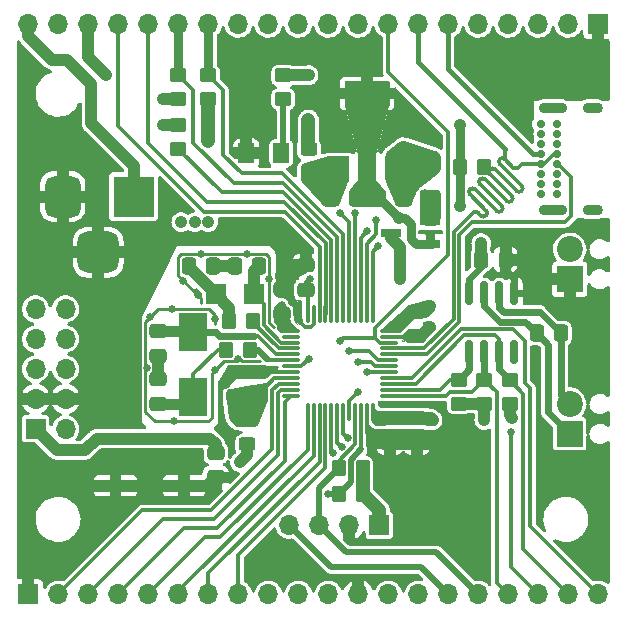
<source format=gtl>
G04 #@! TF.GenerationSoftware,KiCad,Pcbnew,(6.0.0)*
G04 #@! TF.CreationDate,2022-05-20T23:18:51+02:00*
G04 #@! TF.ProjectId,STM32F103_uC_v1,53544d33-3246-4313-9033-5f75435f7631,rev?*
G04 #@! TF.SameCoordinates,Original*
G04 #@! TF.FileFunction,Copper,L1,Top*
G04 #@! TF.FilePolarity,Positive*
%FSLAX46Y46*%
G04 Gerber Fmt 4.6, Leading zero omitted, Abs format (unit mm)*
G04 Created by KiCad (PCBNEW (6.0.0)) date 2022-05-20 23:18:51*
%MOMM*%
%LPD*%
G01*
G04 APERTURE LIST*
G04 Aperture macros list*
%AMRoundRect*
0 Rectangle with rounded corners*
0 $1 Rounding radius*
0 $2 $3 $4 $5 $6 $7 $8 $9 X,Y pos of 4 corners*
0 Add a 4 corners polygon primitive as box body*
4,1,4,$2,$3,$4,$5,$6,$7,$8,$9,$2,$3,0*
0 Add four circle primitives for the rounded corners*
1,1,$1+$1,$2,$3*
1,1,$1+$1,$4,$5*
1,1,$1+$1,$6,$7*
1,1,$1+$1,$8,$9*
0 Add four rect primitives between the rounded corners*
20,1,$1+$1,$2,$3,$4,$5,0*
20,1,$1+$1,$4,$5,$6,$7,0*
20,1,$1+$1,$6,$7,$8,$9,0*
20,1,$1+$1,$8,$9,$2,$3,0*%
G04 Aperture macros list end*
G04 #@! TA.AperFunction,SMDPad,CuDef*
%ADD10R,1.750000X1.800000*%
G04 #@! TD*
G04 #@! TA.AperFunction,SMDPad,CuDef*
%ADD11RoundRect,0.250000X-0.475000X0.337500X-0.475000X-0.337500X0.475000X-0.337500X0.475000X0.337500X0*%
G04 #@! TD*
G04 #@! TA.AperFunction,SMDPad,CuDef*
%ADD12RoundRect,0.250000X0.337500X0.475000X-0.337500X0.475000X-0.337500X-0.475000X0.337500X-0.475000X0*%
G04 #@! TD*
G04 #@! TA.AperFunction,SMDPad,CuDef*
%ADD13RoundRect,0.250000X-0.337500X-0.475000X0.337500X-0.475000X0.337500X0.475000X-0.337500X0.475000X0*%
G04 #@! TD*
G04 #@! TA.AperFunction,SMDPad,CuDef*
%ADD14RoundRect,0.250000X0.450000X-0.325000X0.450000X0.325000X-0.450000X0.325000X-0.450000X-0.325000X0*%
G04 #@! TD*
G04 #@! TA.AperFunction,SMDPad,CuDef*
%ADD15RoundRect,0.250000X-0.450000X0.325000X-0.450000X-0.325000X0.450000X-0.325000X0.450000X0.325000X0*%
G04 #@! TD*
G04 #@! TA.AperFunction,SMDPad,CuDef*
%ADD16R,1.800000X0.800000*%
G04 #@! TD*
G04 #@! TA.AperFunction,SMDPad,CuDef*
%ADD17RoundRect,0.250000X-0.350000X-0.450000X0.350000X-0.450000X0.350000X0.450000X-0.350000X0.450000X0*%
G04 #@! TD*
G04 #@! TA.AperFunction,SMDPad,CuDef*
%ADD18RoundRect,0.250000X0.450000X-0.350000X0.450000X0.350000X-0.450000X0.350000X-0.450000X-0.350000X0*%
G04 #@! TD*
G04 #@! TA.AperFunction,ComponentPad*
%ADD19R,3.500000X3.500000*%
G04 #@! TD*
G04 #@! TA.AperFunction,ComponentPad*
%ADD20RoundRect,0.750000X-0.750000X-1.000000X0.750000X-1.000000X0.750000X1.000000X-0.750000X1.000000X0*%
G04 #@! TD*
G04 #@! TA.AperFunction,ComponentPad*
%ADD21RoundRect,0.875000X-0.875000X-0.875000X0.875000X-0.875000X0.875000X0.875000X-0.875000X0.875000X0*%
G04 #@! TD*
G04 #@! TA.AperFunction,SMDPad,CuDef*
%ADD22RoundRect,0.250001X-0.624999X0.462499X-0.624999X-0.462499X0.624999X-0.462499X0.624999X0.462499X0*%
G04 #@! TD*
G04 #@! TA.AperFunction,SMDPad,CuDef*
%ADD23RoundRect,0.250000X0.350000X0.450000X-0.350000X0.450000X-0.350000X-0.450000X0.350000X-0.450000X0*%
G04 #@! TD*
G04 #@! TA.AperFunction,ComponentPad*
%ADD24R,2.200000X2.200000*%
G04 #@! TD*
G04 #@! TA.AperFunction,ComponentPad*
%ADD25C,2.200000*%
G04 #@! TD*
G04 #@! TA.AperFunction,SMDPad,CuDef*
%ADD26RoundRect,0.250000X-0.450000X0.350000X-0.450000X-0.350000X0.450000X-0.350000X0.450000X0.350000X0*%
G04 #@! TD*
G04 #@! TA.AperFunction,SMDPad,CuDef*
%ADD27R,2.400000X3.325000*%
G04 #@! TD*
G04 #@! TA.AperFunction,SMDPad,CuDef*
%ADD28RoundRect,0.075000X-0.662500X-0.075000X0.662500X-0.075000X0.662500X0.075000X-0.662500X0.075000X0*%
G04 #@! TD*
G04 #@! TA.AperFunction,SMDPad,CuDef*
%ADD29RoundRect,0.075000X-0.075000X-0.662500X0.075000X-0.662500X0.075000X0.662500X-0.075000X0.662500X0*%
G04 #@! TD*
G04 #@! TA.AperFunction,SMDPad,CuDef*
%ADD30RoundRect,0.250000X0.475000X-0.337500X0.475000X0.337500X-0.475000X0.337500X-0.475000X-0.337500X0*%
G04 #@! TD*
G04 #@! TA.AperFunction,ComponentPad*
%ADD31R,1.700000X1.700000*%
G04 #@! TD*
G04 #@! TA.AperFunction,ComponentPad*
%ADD32O,1.700000X1.700000*%
G04 #@! TD*
G04 #@! TA.AperFunction,ComponentPad*
%ADD33C,0.700000*%
G04 #@! TD*
G04 #@! TA.AperFunction,ComponentPad*
%ADD34O,1.700000X0.900000*%
G04 #@! TD*
G04 #@! TA.AperFunction,ComponentPad*
%ADD35O,2.400000X0.900000*%
G04 #@! TD*
G04 #@! TA.AperFunction,SMDPad,CuDef*
%ADD36RoundRect,0.250001X-0.462499X-0.624999X0.462499X-0.624999X0.462499X0.624999X-0.462499X0.624999X0*%
G04 #@! TD*
G04 #@! TA.AperFunction,SMDPad,CuDef*
%ADD37R,1.500000X2.000000*%
G04 #@! TD*
G04 #@! TA.AperFunction,SMDPad,CuDef*
%ADD38R,3.800000X2.000000*%
G04 #@! TD*
G04 #@! TA.AperFunction,SMDPad,CuDef*
%ADD39RoundRect,0.150000X-0.150000X0.825000X-0.150000X-0.825000X0.150000X-0.825000X0.150000X0.825000X0*%
G04 #@! TD*
G04 #@! TA.AperFunction,SMDPad,CuDef*
%ADD40R,2.800000X1.000000*%
G04 #@! TD*
G04 #@! TA.AperFunction,ViaPad*
%ADD41C,0.648000*%
G04 #@! TD*
G04 #@! TA.AperFunction,ViaPad*
%ADD42C,1.048000*%
G04 #@! TD*
G04 #@! TA.AperFunction,Conductor*
%ADD43C,0.600000*%
G04 #@! TD*
G04 #@! TA.AperFunction,Conductor*
%ADD44C,0.250000*%
G04 #@! TD*
G04 #@! TA.AperFunction,Conductor*
%ADD45C,1.000000*%
G04 #@! TD*
G04 #@! TA.AperFunction,Conductor*
%ADD46C,0.800000*%
G04 #@! TD*
G04 #@! TA.AperFunction,Conductor*
%ADD47C,0.300000*%
G04 #@! TD*
G04 #@! TA.AperFunction,Conductor*
%ADD48C,1.200000*%
G04 #@! TD*
G04 #@! TA.AperFunction,Conductor*
%ADD49C,0.400000*%
G04 #@! TD*
G04 #@! TA.AperFunction,Conductor*
%ADD50C,0.500000*%
G04 #@! TD*
G04 #@! TA.AperFunction,Conductor*
%ADD51C,0.900000*%
G04 #@! TD*
G04 APERTURE END LIST*
D10*
X173381000Y-91440000D03*
X176631000Y-91440000D03*
D11*
X190246000Y-92942500D03*
X190246000Y-95017500D03*
D12*
X173122500Y-89052400D03*
X171047500Y-89052400D03*
X189251500Y-83312000D03*
X187176500Y-83312000D03*
D13*
X195812500Y-88519000D03*
X197887500Y-88519000D03*
D14*
X176022000Y-104149000D03*
X176022000Y-102099000D03*
D15*
X181229000Y-79112000D03*
X181229000Y-81162000D03*
D13*
X183112500Y-83312000D03*
X185187500Y-83312000D03*
D16*
X191515000Y-87183000D03*
X191515000Y-85283000D03*
X188215000Y-86233000D03*
D17*
X174514000Y-93726000D03*
X176514000Y-93726000D03*
D13*
X200511500Y-94742000D03*
X202586500Y-94742000D03*
D11*
X168475000Y-98657500D03*
X168475000Y-100732500D03*
D18*
X172720000Y-74914000D03*
X172720000Y-72914000D03*
D19*
X166401000Y-83185000D03*
D20*
X160401000Y-83185000D03*
D21*
X163401000Y-87885000D03*
D22*
X191516000Y-80300500D03*
X191516000Y-83275500D03*
D23*
X196072000Y-80645000D03*
X194072000Y-80645000D03*
X185785000Y-106172000D03*
X183785000Y-106172000D03*
D24*
X203327000Y-90170000D03*
D25*
X203327000Y-87630000D03*
D18*
X193929000Y-100695000D03*
X193929000Y-98695000D03*
D26*
X179070000Y-72914000D03*
X179070000Y-74914000D03*
D27*
X171450000Y-100171500D03*
X171450000Y-94646500D03*
D11*
X190373000Y-101959500D03*
X190373000Y-104034500D03*
D28*
X179733500Y-94532000D03*
X179733500Y-95032000D03*
X179733500Y-95532000D03*
X179733500Y-96032000D03*
X179733500Y-96532000D03*
X179733500Y-97032000D03*
X179733500Y-97532000D03*
X179733500Y-98032000D03*
X179733500Y-98532000D03*
X179733500Y-99032000D03*
X179733500Y-99532000D03*
X179733500Y-100032000D03*
D29*
X181146000Y-101444500D03*
X181646000Y-101444500D03*
X182146000Y-101444500D03*
X182646000Y-101444500D03*
X183146000Y-101444500D03*
X183646000Y-101444500D03*
X184146000Y-101444500D03*
X184646000Y-101444500D03*
X185146000Y-101444500D03*
X185646000Y-101444500D03*
X186146000Y-101444500D03*
X186646000Y-101444500D03*
D28*
X188058500Y-100032000D03*
X188058500Y-99532000D03*
X188058500Y-99032000D03*
X188058500Y-98532000D03*
X188058500Y-98032000D03*
X188058500Y-97532000D03*
X188058500Y-97032000D03*
X188058500Y-96532000D03*
X188058500Y-96032000D03*
X188058500Y-95532000D03*
X188058500Y-95032000D03*
X188058500Y-94532000D03*
D29*
X186646000Y-93119500D03*
X186146000Y-93119500D03*
X185646000Y-93119500D03*
X185146000Y-93119500D03*
X184646000Y-93119500D03*
X184146000Y-93119500D03*
X183646000Y-93119500D03*
X183146000Y-93119500D03*
X182646000Y-93119500D03*
X182146000Y-93119500D03*
X181646000Y-93119500D03*
X181146000Y-93119500D03*
D30*
X177038000Y-100097500D03*
X177038000Y-98022500D03*
X168475000Y-96668500D03*
X168475000Y-94593500D03*
D13*
X174959100Y-89052400D03*
X177034100Y-89052400D03*
D18*
X170180000Y-74914000D03*
X170180000Y-72914000D03*
X198247000Y-100695000D03*
X198247000Y-98695000D03*
D31*
X158095000Y-102840000D03*
D32*
X160635000Y-102840000D03*
X158095000Y-100300000D03*
X160635000Y-100300000D03*
X158095000Y-97760000D03*
X160635000Y-97760000D03*
X158095000Y-95220000D03*
X160635000Y-95220000D03*
X158095000Y-92680000D03*
X160635000Y-92680000D03*
D24*
X203327000Y-103270000D03*
D25*
X203327000Y-100730000D03*
D30*
X175006000Y-100097500D03*
X175006000Y-98022500D03*
D11*
X188087000Y-101959500D03*
X188087000Y-104034500D03*
D17*
X174260000Y-96139000D03*
X176260000Y-96139000D03*
D33*
X200902200Y-82985000D03*
X200902200Y-82135000D03*
X200902200Y-81285000D03*
X200902200Y-80435000D03*
X200902200Y-79585000D03*
X200902200Y-78735000D03*
X200902200Y-77885000D03*
X200902200Y-77035000D03*
X202252200Y-77035000D03*
X202252200Y-77885000D03*
X202252200Y-78735000D03*
X202252200Y-79585000D03*
X202252200Y-80435000D03*
X202252200Y-81285000D03*
X202252200Y-82135000D03*
X202252200Y-82985000D03*
D34*
X205262200Y-84335000D03*
D35*
X201882200Y-84335000D03*
D34*
X205262200Y-75685000D03*
D35*
X201882200Y-75685000D03*
D30*
X178943000Y-93112500D03*
X178943000Y-91037500D03*
X180975000Y-91080500D03*
X180975000Y-89005500D03*
D36*
X175931500Y-79502000D03*
X178906500Y-79502000D03*
D23*
X185785000Y-108331000D03*
X183785000Y-108331000D03*
D11*
X173355000Y-104880500D03*
X173355000Y-106955500D03*
D37*
X183882000Y-80747000D03*
X186182000Y-80747000D03*
D38*
X186182000Y-74447000D03*
D37*
X188482000Y-80747000D03*
D31*
X187198000Y-110998000D03*
D32*
X184658000Y-110998000D03*
X182118000Y-110998000D03*
X179578000Y-110998000D03*
D18*
X170180000Y-79105000D03*
X170180000Y-77105000D03*
X196088000Y-100695000D03*
X196088000Y-98695000D03*
D39*
X198628000Y-91378000D03*
X197358000Y-91378000D03*
X196088000Y-91378000D03*
X194818000Y-91378000D03*
X194818000Y-96328000D03*
X196088000Y-96328000D03*
X197358000Y-96328000D03*
X198628000Y-96328000D03*
D40*
X170667000Y-107664000D03*
X170667000Y-103664000D03*
X164867000Y-107664000D03*
X164867000Y-103664000D03*
D31*
X205740000Y-68580000D03*
D32*
X203200000Y-68580000D03*
X200660000Y-68580000D03*
X198120000Y-68580000D03*
X195580000Y-68580000D03*
X193040000Y-68580000D03*
X190500000Y-68580000D03*
X187960000Y-68580000D03*
X185420000Y-68580000D03*
X182880000Y-68580000D03*
X180340000Y-68580000D03*
X177800000Y-68580000D03*
X175260000Y-68580000D03*
X172720000Y-68580000D03*
X170180000Y-68580000D03*
X167640000Y-68580000D03*
X165100000Y-68580000D03*
X162560000Y-68580000D03*
X160020000Y-68580000D03*
X157480000Y-68580000D03*
D31*
X157480000Y-116840000D03*
D32*
X160020000Y-116840000D03*
X162560000Y-116840000D03*
X165100000Y-116840000D03*
X167640000Y-116840000D03*
X170180000Y-116840000D03*
X172720000Y-116840000D03*
X175260000Y-116840000D03*
X177800000Y-116840000D03*
X180340000Y-116840000D03*
X182880000Y-116840000D03*
X185420000Y-116840000D03*
X187960000Y-116840000D03*
X190500000Y-116840000D03*
X193040000Y-116840000D03*
X195580000Y-116840000D03*
X198120000Y-116840000D03*
X200660000Y-116840000D03*
X203200000Y-116840000D03*
X205740000Y-116840000D03*
D41*
X200400000Y-96600000D03*
X175260000Y-96951800D03*
D42*
X175895000Y-77851000D03*
D41*
X170611800Y-90297000D03*
D42*
X178917600Y-90017600D03*
X191516000Y-94234000D03*
X168475000Y-97675000D03*
D41*
X169799000Y-102209600D03*
X202000000Y-106400000D03*
D42*
X174040800Y-89052400D03*
D41*
X167792400Y-93370400D03*
D42*
X167672000Y-107664000D03*
D41*
X171856400Y-91541600D03*
X173304200Y-97866200D03*
D42*
X188849000Y-84963000D03*
X187198000Y-76200000D03*
D41*
X172110400Y-88036400D03*
X176022000Y-88036400D03*
X177901600Y-90170000D03*
D42*
X191719200Y-104038400D03*
X197866000Y-87122000D03*
X168859200Y-77089000D03*
X174117000Y-98933000D03*
D41*
X167501000Y-97675000D03*
D42*
X185310342Y-77071658D03*
D41*
X173329600Y-93573600D03*
X169672000Y-92659200D03*
X201000000Y-103000000D03*
X185420000Y-99695000D03*
X181229000Y-96901000D03*
D42*
X181205921Y-76708000D03*
X181205921Y-77874079D03*
X191516000Y-92456000D03*
X195834000Y-87122000D03*
X172720000Y-85344000D03*
X172720000Y-77343000D03*
X196088000Y-102108000D03*
D41*
X181356000Y-90170000D03*
D42*
X175387000Y-105664000D03*
X188976000Y-90170000D03*
X194056000Y-77089000D03*
X170434000Y-85344000D03*
X188976000Y-89027000D03*
X191719200Y-102108000D03*
X171577000Y-85344000D03*
D41*
X178943000Y-92329000D03*
D42*
X172720000Y-78486000D03*
X172720000Y-76200000D03*
X188976000Y-87884000D03*
X181213500Y-72898000D03*
X194056000Y-83947000D03*
X168859200Y-74930000D03*
X198475600Y-101904800D03*
D41*
X194818000Y-97806000D03*
X198374000Y-103124000D03*
X182880000Y-108331000D03*
D42*
X189230000Y-78994000D03*
X175006000Y-101854000D03*
X164084000Y-72898000D03*
D41*
X183269500Y-104902000D03*
X184023000Y-104394000D03*
X184522500Y-103632000D03*
X186182000Y-98044000D03*
X185420000Y-97155000D03*
X184658000Y-96266000D03*
X183896000Y-95377000D03*
X187096400Y-87376000D03*
X186944000Y-85140800D03*
X186182000Y-86106000D03*
X185115200Y-84531200D03*
X183896000Y-84582000D03*
D43*
X202586500Y-99989500D02*
X203327000Y-100730000D01*
X200808500Y-92964000D02*
X202586500Y-94742000D01*
X197358000Y-92595308D02*
X197726692Y-92964000D01*
X197726692Y-92964000D02*
X200808500Y-92964000D01*
X202586500Y-94742000D02*
X202586500Y-99989500D01*
X197358000Y-91378000D02*
X197358000Y-92595308D01*
X196088000Y-91378000D02*
X196088000Y-92456000D01*
X201500000Y-95730500D02*
X201500000Y-101443000D01*
X200511500Y-94742000D02*
X201500000Y-95730500D01*
X201500000Y-101443000D02*
X203327000Y-103270000D01*
X196088000Y-92456000D02*
X197395520Y-93763520D01*
X197395520Y-93763520D02*
X199533020Y-93763520D01*
X199533020Y-93763520D02*
X200511500Y-94742000D01*
D44*
X169799000Y-102209600D02*
X168198800Y-102209600D01*
D45*
X172646500Y-107664000D02*
X173355000Y-106955500D01*
X186182000Y-80747000D02*
X186182000Y-74447000D01*
D44*
X167386000Y-93776800D02*
X167792400Y-93370400D01*
D46*
X188849000Y-84963000D02*
X188827500Y-84963000D01*
D44*
X178257200Y-94234000D02*
X177901600Y-93878400D01*
D47*
X186146000Y-101444500D02*
X186146000Y-102580000D01*
D46*
X189890400Y-86766400D02*
X190307000Y-87183000D01*
D47*
X186146000Y-102580000D02*
X187600500Y-104034500D01*
X181646000Y-93119500D02*
X181646000Y-93957361D01*
D44*
X173024800Y-101904800D02*
X173024800Y-98145600D01*
D45*
X178917600Y-90017600D02*
X179929700Y-89005500D01*
X188087000Y-104034500D02*
X190373000Y-104034500D01*
D43*
X198628000Y-91378000D02*
X198628000Y-90170000D01*
D47*
X179733500Y-98032000D02*
X177047500Y-98032000D01*
D45*
X190373000Y-104034500D02*
X191715300Y-104034500D01*
D44*
X173329600Y-93218000D02*
X173329600Y-93573600D01*
X172770800Y-92659200D02*
X173329600Y-93218000D01*
D46*
X188849000Y-84963000D02*
X189357000Y-84963000D01*
D43*
X197887500Y-89429500D02*
X197887500Y-88519000D01*
D44*
X173304200Y-97866200D02*
X174040800Y-97129600D01*
X175260000Y-96951800D02*
X175437800Y-96951800D01*
D45*
X173122500Y-89052400D02*
X174040800Y-89052400D01*
D44*
X177647600Y-88036400D02*
X176022000Y-88036400D01*
D47*
X181396841Y-94206520D02*
X180895159Y-94206520D01*
D44*
X177901600Y-93878400D02*
X177901600Y-90170000D01*
D45*
X164867000Y-107664000D02*
X167672000Y-107664000D01*
X186182000Y-82317500D02*
X187176500Y-83312000D01*
D43*
X198628000Y-90170000D02*
X197887500Y-89429500D01*
D44*
X175133000Y-96951800D02*
X175260000Y-96951800D01*
X175437800Y-96951800D02*
X175615600Y-97129600D01*
D45*
X191715300Y-104034500D02*
X191719200Y-104038400D01*
X175895000Y-77851000D02*
X175895000Y-79465500D01*
D46*
X188827500Y-84963000D02*
X187176500Y-83312000D01*
D47*
X180340000Y-92434500D02*
X178943000Y-91037500D01*
D44*
X173329600Y-93573600D02*
X173329600Y-93980000D01*
D45*
X174117000Y-98933000D02*
X174117000Y-98911500D01*
X175006000Y-98022500D02*
X177038000Y-98022500D01*
D44*
X170129200Y-89814400D02*
X170611800Y-90297000D01*
X177901600Y-90170000D02*
X177901600Y-88290400D01*
X167386000Y-101396800D02*
X167386000Y-93776800D01*
D47*
X188058500Y-95032000D02*
X190231500Y-95032000D01*
D45*
X197887500Y-87143500D02*
X197866000Y-87122000D01*
D44*
X172720000Y-102209600D02*
X173024800Y-101904800D01*
X173024800Y-98145600D02*
X173304200Y-97866200D01*
D46*
X189890400Y-85496400D02*
X189890400Y-86766400D01*
X190307000Y-87183000D02*
X191515000Y-87183000D01*
X189357000Y-84963000D02*
X189890400Y-85496400D01*
D44*
X169672000Y-92659200D02*
X172770800Y-92659200D01*
X174040800Y-97129600D02*
X174955200Y-97129600D01*
D45*
X170667000Y-107664000D02*
X172646500Y-107664000D01*
X179929700Y-89005500D02*
X180975000Y-89005500D01*
X168475000Y-98657500D02*
X168475000Y-96668500D01*
X186182000Y-82317500D02*
X185187500Y-83312000D01*
D47*
X177047500Y-98032000D02*
X177038000Y-98022500D01*
D44*
X170129200Y-88290400D02*
X170129200Y-89814400D01*
D45*
X178943000Y-91037500D02*
X178943000Y-90043000D01*
D44*
X177901600Y-88290400D02*
X177647600Y-88036400D01*
D45*
X174040800Y-89052400D02*
X174959100Y-89052400D01*
D44*
X170611800Y-90297000D02*
X171856400Y-91541600D01*
D45*
X190732500Y-95017500D02*
X191516000Y-94234000D01*
D44*
X172110400Y-91795600D02*
X172110400Y-92202000D01*
X172110400Y-88036400D02*
X170383200Y-88036400D01*
D45*
X168875200Y-77105000D02*
X170180000Y-77105000D01*
X175895000Y-79465500D02*
X175931500Y-79502000D01*
D44*
X171856400Y-91541600D02*
X172110400Y-91795600D01*
D47*
X180340000Y-93651361D02*
X180340000Y-92434500D01*
D44*
X175615600Y-97129600D02*
X177088800Y-97129600D01*
D45*
X185187500Y-83312000D02*
X187176500Y-83312000D01*
D47*
X180895159Y-94206520D02*
X180340000Y-93651361D01*
D44*
X167792400Y-93370400D02*
X168503600Y-92659200D01*
D45*
X168859200Y-77089000D02*
X168875200Y-77105000D01*
D47*
X181646000Y-93957361D02*
X181396841Y-94206520D01*
D45*
X167672000Y-107664000D02*
X170667000Y-107664000D01*
D44*
X174955200Y-97129600D02*
X175133000Y-96951800D01*
D45*
X178943000Y-90043000D02*
X178917600Y-90017600D01*
D44*
X170383200Y-88036400D02*
X170129200Y-88290400D01*
D45*
X174117000Y-98911500D02*
X175006000Y-98022500D01*
D44*
X176022000Y-88036400D02*
X172110400Y-88036400D01*
D47*
X190231500Y-95032000D02*
X190246000Y-95017500D01*
D45*
X197887500Y-88519000D02*
X197887500Y-87143500D01*
D47*
X187600500Y-104034500D02*
X188087000Y-104034500D01*
D44*
X168198800Y-102209600D02*
X167386000Y-101396800D01*
X169799000Y-102209600D02*
X172720000Y-102209600D01*
D45*
X186182000Y-80747000D02*
X186182000Y-82317500D01*
D44*
X168503600Y-92659200D02*
X169672000Y-92659200D01*
D45*
X190246000Y-95017500D02*
X190732500Y-95017500D01*
D47*
X185420000Y-99695000D02*
X184646000Y-100469000D01*
X184646000Y-100469000D02*
X184646000Y-101444500D01*
X180598000Y-97532000D02*
X181229000Y-96901000D01*
D45*
X163258000Y-103664000D02*
X164867000Y-103664000D01*
X162274000Y-104648000D02*
X163258000Y-103664000D01*
X158095000Y-102840000D02*
X159903000Y-104648000D01*
D47*
X179733500Y-97532000D02*
X180598000Y-97532000D01*
D45*
X172879000Y-103664000D02*
X173355000Y-104140000D01*
X170667000Y-103664000D02*
X172879000Y-103664000D01*
X164867000Y-103664000D02*
X170667000Y-103664000D01*
X173355000Y-104140000D02*
X173355000Y-104880500D01*
X159903000Y-104648000D02*
X162274000Y-104648000D01*
X160782000Y-71628000D02*
X159512000Y-71628000D01*
X159512000Y-71628000D02*
X157480000Y-69596000D01*
X162814000Y-76962000D02*
X162814000Y-73660000D01*
D48*
X181205921Y-76708000D02*
X181205921Y-77874079D01*
X181205921Y-77874079D02*
X181205921Y-79088921D01*
D45*
X166401000Y-83185000D02*
X166401000Y-80549000D01*
X162814000Y-73660000D02*
X160782000Y-71628000D01*
X157480000Y-69596000D02*
X157480000Y-68580000D01*
X166401000Y-80549000D02*
X162814000Y-76962000D01*
D47*
X198401919Y-83118002D02*
X196563444Y-81279526D01*
X197553388Y-83966533D02*
X195714913Y-82128057D01*
X196987710Y-80855262D02*
X196987710Y-80855261D01*
X199246446Y-80435000D02*
X200902200Y-80435000D01*
X196139179Y-81703793D02*
X196139179Y-81703792D01*
D49*
X190500000Y-71755000D02*
X190500000Y-68580000D01*
D47*
X197836241Y-80006731D02*
X197836241Y-80006730D01*
X198401919Y-83118001D02*
X198401919Y-83118002D01*
X199250450Y-82269471D02*
X197411975Y-80430995D01*
X201999400Y-79585000D02*
X201149400Y-80435000D01*
X202252200Y-79585000D02*
X201999400Y-79585000D01*
X201149400Y-80435000D02*
X200902200Y-80435000D01*
X191015446Y-96032000D02*
X193489500Y-93557946D01*
X197836241Y-80006730D02*
X198543348Y-80713837D01*
X199250450Y-82269470D02*
X199250450Y-82269471D01*
X197866000Y-79121000D02*
X197866000Y-79976972D01*
X196139179Y-81703792D02*
X197977655Y-83542267D01*
X195290648Y-82552324D02*
X195290648Y-82552323D01*
X195290648Y-82552323D02*
X197129124Y-84390798D01*
D49*
X197866000Y-79121000D02*
X190500000Y-71755000D01*
D47*
X193489500Y-86191946D02*
X195149223Y-84532223D01*
X196245238Y-84355444D02*
X196245238Y-84355445D01*
X196987710Y-80855261D02*
X198826186Y-82693736D01*
X196245238Y-84355445D02*
X194866382Y-82976588D01*
X193489500Y-93557946D02*
X193489500Y-86191946D01*
X195573487Y-84532223D02*
X195820974Y-84779710D01*
X188058500Y-96032000D02*
X191015446Y-96032000D01*
X198967612Y-80713837D02*
X199246446Y-80435000D01*
X197553388Y-83966532D02*
X197553388Y-83966533D01*
X197866000Y-79976972D02*
X197836241Y-80006731D01*
X199250449Y-82693735D02*
G75*
G02*
X198826187Y-82693735I-212131J212131D01*
G01*
X195290647Y-82552325D02*
G75*
G03*
X194866383Y-82552325I-212132J-212130D01*
G01*
X196245238Y-84355444D02*
G75*
G02*
X196245238Y-84779710I-212134J-212133D01*
G01*
X196245237Y-84779709D02*
G75*
G02*
X195820975Y-84779709I-212131J212131D01*
G01*
X196139178Y-81703794D02*
G75*
G03*
X195714914Y-81703794I-212132J-212130D01*
G01*
X195714914Y-81703794D02*
G75*
G03*
X195714914Y-82128056I212131J-212131D01*
G01*
X197836240Y-80006732D02*
G75*
G03*
X197411976Y-80006732I-212132J-212130D01*
G01*
X198967611Y-80713836D02*
G75*
G02*
X198543349Y-80713836I-212131J212131D01*
G01*
X196563445Y-80855263D02*
G75*
G03*
X196563445Y-81279525I212131J-212131D01*
G01*
X197553387Y-84390797D02*
G75*
G02*
X197129125Y-84390797I-212131J212131D01*
G01*
X197553388Y-83966532D02*
G75*
G02*
X197553388Y-84390798I-212134J-212133D01*
G01*
X199250450Y-82269470D02*
G75*
G02*
X199250450Y-82693736I-212134J-212133D01*
G01*
X196987709Y-80855263D02*
G75*
G03*
X196563445Y-80855263I-212132J-212130D01*
G01*
X197411976Y-80006732D02*
G75*
G03*
X197411976Y-80430994I212131J-212131D01*
G01*
X198401918Y-83542266D02*
G75*
G02*
X197977656Y-83542266I-212131J212131D01*
G01*
X194866383Y-82552325D02*
G75*
G03*
X194866383Y-82976587I212131J-212131D01*
G01*
X195573486Y-84532224D02*
G75*
G03*
X195149224Y-84532224I-212131J-212131D01*
G01*
X198401919Y-83118001D02*
G75*
G02*
X198401919Y-83542267I-212134J-212133D01*
G01*
D45*
X188976000Y-89027000D02*
X188976000Y-90170000D01*
X190246000Y-92942500D02*
X191029500Y-92942500D01*
D47*
X181146000Y-93119500D02*
X181146000Y-91251500D01*
D45*
X191570700Y-101959500D02*
X191719200Y-102108000D01*
X168875200Y-74914000D02*
X170180000Y-74914000D01*
X179070000Y-72914000D02*
X181197500Y-72914000D01*
D46*
X194056000Y-83947000D02*
X194056000Y-77089000D01*
D48*
X172720000Y-76200000D02*
X172720000Y-78486000D01*
D47*
X186646000Y-102106000D02*
X186930000Y-102390000D01*
D45*
X190373000Y-101959500D02*
X191570700Y-101959500D01*
D47*
X187656500Y-102390000D02*
X188087000Y-101959500D01*
D48*
X172720000Y-74914000D02*
X172720000Y-76200000D01*
D50*
X180975000Y-91080500D02*
X180975000Y-90551000D01*
X178943000Y-92329000D02*
X178943000Y-93112500D01*
D47*
X188932000Y-94532000D02*
X190246000Y-93218000D01*
D48*
X187198000Y-109728000D02*
X187198000Y-110998000D01*
D45*
X198247000Y-101676200D02*
X198475600Y-101904800D01*
D47*
X188215000Y-86665800D02*
X188215000Y-86233000D01*
D45*
X188087000Y-101959500D02*
X190373000Y-101959500D01*
D47*
X190246000Y-93218000D02*
X190246000Y-92942500D01*
D45*
X188976000Y-87426800D02*
X188215000Y-86665800D01*
D47*
X186646000Y-101444500D02*
X186646000Y-102106000D01*
D48*
X185801000Y-108331000D02*
X187198000Y-109728000D01*
D45*
X198247000Y-100695000D02*
X198247000Y-101676200D01*
X188976000Y-87884000D02*
X188976000Y-89027000D01*
D47*
X188058500Y-94532000D02*
X188932000Y-94532000D01*
X181146000Y-91251500D02*
X180975000Y-91080500D01*
D43*
X194818000Y-90170000D02*
X195812500Y-89175500D01*
X195812500Y-89175500D02*
X195812500Y-88519000D01*
D45*
X188976000Y-87884000D02*
X188976000Y-87426800D01*
X168859200Y-74930000D02*
X168875200Y-74914000D01*
D47*
X179733500Y-94532000D02*
X178860000Y-94532000D01*
D48*
X185785000Y-108331000D02*
X185801000Y-108331000D01*
D50*
X180975000Y-90551000D02*
X181356000Y-90170000D01*
D45*
X195812500Y-88519000D02*
X195812500Y-87143500D01*
X196088000Y-100695000D02*
X196088000Y-102108000D01*
D47*
X178689000Y-93366500D02*
X178943000Y-93112500D01*
D45*
X176022000Y-105029000D02*
X175387000Y-105664000D01*
D47*
X178689000Y-94361000D02*
X178689000Y-93366500D01*
D45*
X181197500Y-72914000D02*
X181213500Y-72898000D01*
X193929000Y-100695000D02*
X196088000Y-100695000D01*
D43*
X194818000Y-91378000D02*
X194818000Y-90170000D01*
D47*
X178860000Y-94532000D02*
X178689000Y-94361000D01*
D48*
X185785000Y-106172000D02*
X185785000Y-108331000D01*
D45*
X195812500Y-87143500D02*
X195834000Y-87122000D01*
X191029500Y-92942500D02*
X191516000Y-92456000D01*
X176022000Y-104149000D02*
X176022000Y-105029000D01*
D47*
X186930000Y-102390000D02*
X187656500Y-102390000D01*
X200000000Y-99416000D02*
X200000000Y-111100000D01*
X190012000Y-98532000D02*
X194130960Y-94413040D01*
X194130960Y-94413040D02*
X198553040Y-94413040D01*
X198553040Y-94413040D02*
X199517000Y-95377000D01*
X200000000Y-111100000D02*
X205740000Y-116840000D01*
X199517000Y-98933000D02*
X200000000Y-99416000D01*
X188058500Y-98532000D02*
X190012000Y-98532000D01*
X199517000Y-95377000D02*
X199517000Y-98933000D01*
X199400000Y-99848000D02*
X199400000Y-113040000D01*
D43*
X197358000Y-96328000D02*
X197358000Y-97806000D01*
D47*
X188058500Y-99032000D02*
X190274000Y-99032000D01*
X199400000Y-113040000D02*
X203200000Y-116840000D01*
X194393441Y-94912559D02*
X197020559Y-94912559D01*
D43*
X197358000Y-97806000D02*
X198247000Y-98695000D01*
D47*
X198247000Y-98695000D02*
X199400000Y-99848000D01*
X197020559Y-94912559D02*
X197358000Y-95250000D01*
X190274000Y-99032000D02*
X194393441Y-94912559D01*
X197358000Y-95250000D02*
X197358000Y-96328000D01*
X185146000Y-104160000D02*
X183785000Y-105521000D01*
D50*
X192024000Y-113284000D02*
X195580000Y-116840000D01*
D47*
X183785000Y-105521000D02*
X183785000Y-106172000D01*
D50*
X184404000Y-113284000D02*
X192024000Y-113284000D01*
D47*
X185146000Y-101444500D02*
X185146000Y-104160000D01*
D50*
X182118000Y-107839000D02*
X182118000Y-110998000D01*
X183785000Y-106172000D02*
X182118000Y-107839000D01*
X182118000Y-110998000D02*
X184404000Y-113284000D01*
D47*
X192314000Y-99532000D02*
X193151000Y-98695000D01*
X193151000Y-98695000D02*
X193929000Y-98695000D01*
X200660000Y-116840000D02*
X198374000Y-114554000D01*
D43*
X194818000Y-97806000D02*
X193929000Y-98695000D01*
X194818000Y-96328000D02*
X194818000Y-97806000D01*
D47*
X198374000Y-114554000D02*
X198374000Y-103124000D01*
X188058500Y-99532000D02*
X192314000Y-99532000D01*
D50*
X184785000Y-105438931D02*
X185646000Y-104577931D01*
X183134000Y-114554000D02*
X190754000Y-114554000D01*
D47*
X185646000Y-101444500D02*
X185646000Y-104577931D01*
D50*
X182880000Y-108331000D02*
X183785000Y-108331000D01*
X184785000Y-107331000D02*
X184785000Y-105438931D01*
X179578000Y-110998000D02*
X183134000Y-114554000D01*
X183785000Y-108331000D02*
X184785000Y-107331000D01*
X190754000Y-114554000D02*
X193040000Y-116840000D01*
D47*
X179070000Y-82042000D02*
X183646000Y-86618000D01*
X171450000Y-74184000D02*
X171450000Y-78613000D01*
D46*
X170180000Y-72914000D02*
X170180000Y-68580000D01*
D47*
X171450000Y-78613000D02*
X174879000Y-82042000D01*
X174879000Y-82042000D02*
X179070000Y-82042000D01*
X183646000Y-86618000D02*
X183646000Y-93119500D01*
X170180000Y-72914000D02*
X171450000Y-74184000D01*
X173990000Y-74168000D02*
X173990000Y-79629000D01*
X172736000Y-72914000D02*
X173990000Y-74168000D01*
D46*
X172720000Y-72914000D02*
X172720000Y-68580000D01*
D47*
X173990000Y-79629000D02*
X175539400Y-81178400D01*
X184145520Y-93119020D02*
X184146000Y-93119500D01*
X175539400Y-81178400D02*
X179000150Y-81178400D01*
X179000150Y-81178400D02*
X184145520Y-86323770D01*
X184145520Y-86323770D02*
X184145520Y-93119020D01*
X172720000Y-72914000D02*
X172736000Y-72914000D01*
D45*
X173380176Y-91440000D02*
X173381000Y-91440000D01*
X171047500Y-89052400D02*
X171047500Y-89107324D01*
X174514000Y-93726000D02*
X174514000Y-92573000D01*
X174514000Y-92573000D02*
X173381000Y-91440000D01*
X171047500Y-89107324D02*
X173380176Y-91440000D01*
D47*
X176514000Y-93856789D02*
X176514000Y-93726000D01*
X178689211Y-96032000D02*
X176514000Y-93856789D01*
X179733500Y-96032000D02*
X178689211Y-96032000D01*
X171450000Y-100171500D02*
X171450000Y-98204400D01*
D51*
X170889000Y-100732500D02*
X171450000Y-100171500D01*
D47*
X173515400Y-96139000D02*
X174260000Y-96139000D01*
X171450000Y-98204400D02*
X173515400Y-96139000D01*
D51*
X168475000Y-100732500D02*
X170889000Y-100732500D01*
D47*
X179733500Y-97032000D02*
X177804000Y-97032000D01*
D43*
X176260000Y-96139000D02*
X176911000Y-96139000D01*
D47*
X177804000Y-97032000D02*
X177647600Y-96875600D01*
D43*
X176911000Y-96139000D02*
X177647600Y-96875600D01*
D47*
X179070000Y-82804000D02*
X173879000Y-82804000D01*
X183146000Y-93119500D02*
X183146000Y-86880000D01*
X183146000Y-86880000D02*
X179070000Y-82804000D01*
X173879000Y-82804000D02*
X170180000Y-79105000D01*
D50*
X179070000Y-74914000D02*
X179070000Y-79338500D01*
X179070000Y-79338500D02*
X178906500Y-79502000D01*
D45*
X188482000Y-80747000D02*
X189255000Y-80747000D01*
X191069500Y-80747000D02*
X191516000Y-80300500D01*
X189255000Y-79019000D02*
X189255000Y-80747000D01*
X189255000Y-80747000D02*
X191069500Y-80747000D01*
X189230000Y-78994000D02*
X189255000Y-79019000D01*
X189251500Y-83312000D02*
X189251500Y-81516500D01*
X189251500Y-81516500D02*
X188482000Y-80747000D01*
X181229000Y-81162000D02*
X183467000Y-81162000D01*
X183467000Y-81162000D02*
X183882000Y-80747000D01*
X183112500Y-81516500D02*
X183882000Y-80747000D01*
X183112500Y-83312000D02*
X183112500Y-81516500D01*
D47*
X193167000Y-99695000D02*
X195088000Y-99695000D01*
X196088000Y-98695000D02*
X197137520Y-99744520D01*
X197137520Y-115857520D02*
X198120000Y-116840000D01*
X195088000Y-99695000D02*
X196088000Y-98695000D01*
D43*
X196088000Y-96328000D02*
X196088000Y-98695000D01*
D47*
X192830000Y-100032000D02*
X193167000Y-99695000D01*
X188058500Y-100032000D02*
X192830000Y-100032000D01*
X197137520Y-99744520D02*
X197137520Y-115857520D01*
X178895639Y-95532000D02*
X177444400Y-94080761D01*
D45*
X176631000Y-89455500D02*
X177034100Y-89052400D01*
D47*
X177444400Y-94080761D02*
X177444400Y-92253400D01*
X179733500Y-95532000D02*
X178895639Y-95532000D01*
X177444400Y-92253400D02*
X176631000Y-91440000D01*
D45*
X176631000Y-91440000D02*
X176631000Y-89455500D01*
D47*
X178482783Y-96532000D02*
X176895983Y-94945200D01*
D43*
X173628680Y-94939480D02*
X176631600Y-94939480D01*
D51*
X168475000Y-94593500D02*
X171397000Y-94593500D01*
D47*
X179733500Y-96532000D02*
X178482783Y-96532000D01*
X176895983Y-94945200D02*
X176631600Y-94945200D01*
D43*
X171450000Y-94646500D02*
X173335700Y-94646500D01*
X173335700Y-94646500D02*
X173628680Y-94939480D01*
D47*
X179733500Y-98532000D02*
X178328000Y-98532000D01*
D45*
X162560000Y-71374000D02*
X162560000Y-68580000D01*
X164084000Y-72898000D02*
X162560000Y-71374000D01*
X175006000Y-100097500D02*
X177038000Y-100097500D01*
X176022000Y-101113500D02*
X175006000Y-100097500D01*
D47*
X177038000Y-99822000D02*
X177038000Y-100097500D01*
D45*
X176022000Y-102099000D02*
X176022000Y-101113500D01*
X176022000Y-101113500D02*
X177038000Y-100097500D01*
D47*
X178328000Y-98532000D02*
X177038000Y-99822000D01*
D45*
X175006000Y-101854000D02*
X175006000Y-100097500D01*
D47*
X178146961Y-104555039D02*
X178146961Y-99574250D01*
X179733019Y-99032481D02*
X179733500Y-99032000D01*
X178146961Y-99574250D02*
X178688730Y-99032481D01*
X172974000Y-109728000D02*
X178146961Y-104555039D01*
X167132000Y-109728000D02*
X172974000Y-109728000D01*
X160020000Y-116840000D02*
X167132000Y-109728000D01*
X178688730Y-99032481D02*
X179733019Y-99032481D01*
X178646480Y-105071520D02*
X173228000Y-110490000D01*
X179733500Y-99532000D02*
X178895639Y-99532000D01*
X168910000Y-110490000D02*
X162560000Y-116840000D01*
X173228000Y-110490000D02*
X168910000Y-110490000D01*
X178646480Y-99781159D02*
X178646480Y-105071520D01*
X178895639Y-99532000D02*
X178646480Y-99781159D01*
X170688000Y-111252000D02*
X165100000Y-116840000D01*
X179197000Y-100568500D02*
X179197000Y-105537000D01*
X179197000Y-105537000D02*
X173482000Y-111252000D01*
X173482000Y-111252000D02*
X170688000Y-111252000D01*
X179733500Y-100032000D02*
X179197000Y-100568500D01*
X181146000Y-104604000D02*
X173736000Y-112014000D01*
X181146000Y-101444500D02*
X181146000Y-104604000D01*
X172466000Y-112014000D02*
X167640000Y-116840000D01*
X173736000Y-112014000D02*
X172466000Y-112014000D01*
X181646000Y-101444500D02*
X181646000Y-105120000D01*
X181646000Y-105120000D02*
X170180000Y-116586000D01*
X170180000Y-116586000D02*
X170180000Y-116840000D01*
X182146000Y-105636000D02*
X172720000Y-115062000D01*
X172720000Y-115062000D02*
X172720000Y-116840000D01*
X182146000Y-101444500D02*
X182146000Y-105636000D01*
X175260000Y-113538000D02*
X175260000Y-116840000D01*
X182646000Y-101444500D02*
X182646000Y-106152000D01*
X182646000Y-106152000D02*
X175260000Y-113538000D01*
X183269500Y-104902000D02*
X183146000Y-104778500D01*
X183146000Y-104778500D02*
X183146000Y-101444500D01*
X183646000Y-104017000D02*
X183646000Y-101444500D01*
X184023000Y-104394000D02*
X183646000Y-104017000D01*
X184146000Y-103255500D02*
X184146000Y-101444500D01*
X184522500Y-103632000D02*
X184146000Y-103255500D01*
X186194000Y-98032000D02*
X188058500Y-98032000D01*
X185420000Y-97155000D02*
X186491572Y-97155000D01*
X186868572Y-97532000D02*
X188058500Y-97532000D01*
X186491572Y-97155000D02*
X186868572Y-97532000D01*
X186309000Y-96266000D02*
X187075000Y-97032000D01*
X187075000Y-97032000D02*
X188058500Y-97032000D01*
X184658000Y-96266000D02*
X186309000Y-96266000D01*
X202355000Y-80435000D02*
X202252200Y-80435000D01*
D49*
X193040000Y-72390000D02*
X193040000Y-68580000D01*
D47*
X188058500Y-96532000D02*
X191222554Y-96532000D01*
X193989500Y-86399054D02*
X195044554Y-85344000D01*
X203454000Y-84836000D02*
X203454000Y-81534000D01*
X193989500Y-93765054D02*
X193989500Y-86399054D01*
D49*
X200902200Y-79585000D02*
X200235000Y-79585000D01*
D47*
X195044554Y-85344000D02*
X202946000Y-85344000D01*
X191222554Y-96532000D02*
X193989500Y-93765054D01*
X202946000Y-85344000D02*
X203454000Y-84836000D01*
D49*
X200235000Y-79585000D02*
X193040000Y-72390000D01*
D47*
X203454000Y-81534000D02*
X202355000Y-80435000D01*
X187960000Y-72644000D02*
X187960000Y-68580000D01*
X184116639Y-95156361D02*
X183896000Y-95377000D01*
X188058500Y-95532000D02*
X187220639Y-95532000D01*
X186845000Y-95156361D02*
X184116639Y-95156361D01*
X193040000Y-77724000D02*
X187960000Y-72644000D01*
X186845000Y-94333000D02*
X193040000Y-88138000D01*
X187220639Y-95532000D02*
X186845000Y-95156361D01*
X186845000Y-95156361D02*
X186845000Y-94333000D01*
X193040000Y-88138000D02*
X193040000Y-77724000D01*
X187096400Y-87376000D02*
X186646000Y-87826400D01*
X186646000Y-87826400D02*
X186646000Y-93119500D01*
X186944000Y-86360000D02*
X186146000Y-87158000D01*
X186944000Y-85140800D02*
X186944000Y-86360000D01*
X186146000Y-87158000D02*
X186146000Y-93119500D01*
X185646000Y-86642000D02*
X185646000Y-93119500D01*
X186182000Y-86106000D02*
X185646000Y-86642000D01*
X185115200Y-84531200D02*
X185146000Y-84562000D01*
X185146000Y-84562000D02*
X185146000Y-93119500D01*
X183896000Y-84582000D02*
X184646000Y-85332000D01*
X184646000Y-85332000D02*
X184646000Y-93119500D01*
X167640000Y-78613000D02*
X167640000Y-68580000D01*
X179120800Y-83616800D02*
X172643800Y-83616800D01*
X182646480Y-87142480D02*
X179120800Y-83616800D01*
X182646480Y-93119020D02*
X182646480Y-87142480D01*
X182646000Y-93119500D02*
X182646480Y-93119020D01*
X172643800Y-83616800D02*
X167640000Y-78613000D01*
X182146000Y-87404000D02*
X179222400Y-84480400D01*
X172364400Y-84480400D02*
X165100000Y-77216000D01*
X182146000Y-93119500D02*
X182146000Y-87404000D01*
X179222400Y-84480400D02*
X172364400Y-84480400D01*
X165100000Y-77216000D02*
X165100000Y-68580000D01*
G04 #@! TA.AperFunction,Conductor*
G36*
X177797591Y-97634680D02*
G01*
X177840009Y-97691320D01*
X177950245Y-97798927D01*
X178088008Y-97867869D01*
X178240219Y-97891600D01*
X178580000Y-97891600D01*
X178580000Y-98127500D01*
X178296166Y-98127500D01*
X178296162Y-98127501D01*
X178263934Y-98127501D01*
X178254497Y-98130567D01*
X178254498Y-98130567D01*
X178242718Y-98134394D01*
X178223493Y-98139010D01*
X178201445Y-98142502D01*
X178181560Y-98152634D01*
X178163296Y-98160199D01*
X178151507Y-98164030D01*
X178151506Y-98164031D01*
X178142071Y-98167096D01*
X178127400Y-98177755D01*
X178054653Y-98187044D01*
X177937071Y-98234147D01*
X177835098Y-98309287D01*
X177520000Y-98610000D01*
X174574200Y-98610000D01*
X174572295Y-98609984D01*
X174572116Y-98609983D01*
X174142400Y-98606400D01*
X173710600Y-98602800D01*
X174361862Y-97493242D01*
X174411978Y-97447297D01*
X174467510Y-97434400D01*
X177647600Y-97434400D01*
X177797591Y-97634680D01*
G37*
G04 #@! TD.AperFunction*
G04 #@! TA.AperFunction,Conductor*
G36*
X184138188Y-79751078D02*
G01*
X184242963Y-79764872D01*
X184274735Y-79773385D01*
X184364674Y-79810639D01*
X184393160Y-79827086D01*
X184470393Y-79886349D01*
X184493651Y-79909607D01*
X184552914Y-79986840D01*
X184569361Y-80015326D01*
X184606615Y-80105265D01*
X184615128Y-80137037D01*
X184628922Y-80241812D01*
X184630000Y-80258258D01*
X184630000Y-81735558D01*
X184629407Y-81747771D01*
X184621794Y-81825941D01*
X184617081Y-81849907D01*
X184594531Y-81925134D01*
X184590456Y-81936663D01*
X183860629Y-83720685D01*
X183852331Y-83737339D01*
X183791453Y-83839796D01*
X183768005Y-83868560D01*
X183686882Y-83942491D01*
X183656075Y-83963173D01*
X183556935Y-84010262D01*
X183521432Y-84021074D01*
X183403552Y-84038626D01*
X183384996Y-84040000D01*
X182802402Y-84040000D01*
X182784801Y-84038765D01*
X182780870Y-84038210D01*
X182672832Y-84022969D01*
X182639005Y-84013230D01*
X182543938Y-83970725D01*
X182514123Y-83952008D01*
X182427692Y-83879097D01*
X182415036Y-83866804D01*
X182284298Y-83720685D01*
X180662491Y-81908078D01*
X180653002Y-81896080D01*
X180596838Y-81815419D01*
X180582539Y-81788390D01*
X180550224Y-81703809D01*
X180542857Y-81674131D01*
X180530931Y-81576584D01*
X180530000Y-81561293D01*
X180530000Y-80820400D01*
X180531072Y-80804000D01*
X180544787Y-80699522D01*
X180553251Y-80667836D01*
X180590299Y-80578106D01*
X180606656Y-80549677D01*
X180665603Y-80472555D01*
X180688739Y-80449313D01*
X180765603Y-80390010D01*
X180793949Y-80373530D01*
X180891167Y-80332873D01*
X180906710Y-80327535D01*
X182961522Y-79768626D01*
X182969662Y-79766700D01*
X183022379Y-79756059D01*
X183038949Y-79753846D01*
X183080576Y-79751078D01*
X183092607Y-79750278D01*
X183100966Y-79750000D01*
X184121742Y-79750000D01*
X184138188Y-79751078D01*
G37*
G04 #@! TD.AperFunction*
G04 #@! TA.AperFunction,Conductor*
G36*
X189395617Y-78510961D02*
G01*
X189423096Y-78515958D01*
X189500577Y-78530047D01*
X189516703Y-78534095D01*
X191904014Y-79304151D01*
X192031862Y-79345390D01*
X192050150Y-79352920D01*
X192145436Y-79401220D01*
X192155276Y-79406208D01*
X192163072Y-79410160D01*
X192195019Y-79433271D01*
X192199616Y-79437849D01*
X192277604Y-79515527D01*
X192300843Y-79547383D01*
X192316288Y-79577553D01*
X192353956Y-79651135D01*
X192366211Y-79688617D01*
X192386240Y-79813620D01*
X192387827Y-79833333D01*
X192389546Y-80811784D01*
X192388093Y-80831083D01*
X192369331Y-80953568D01*
X192357714Y-80990372D01*
X192307112Y-81092633D01*
X192284899Y-81124194D01*
X192198898Y-81213415D01*
X192184437Y-81226276D01*
X190711637Y-82345949D01*
X190681051Y-82371176D01*
X190652560Y-82398747D01*
X190535628Y-82521247D01*
X190477518Y-82594864D01*
X190434177Y-82678039D01*
X190433060Y-82680785D01*
X190010293Y-83719788D01*
X190002012Y-83736484D01*
X189941204Y-83839208D01*
X189917758Y-83868052D01*
X189836601Y-83942189D01*
X189805762Y-83962936D01*
X189706497Y-84010170D01*
X189670952Y-84021013D01*
X189552882Y-84038622D01*
X189534296Y-84040000D01*
X188974444Y-84040000D01*
X188955912Y-84038630D01*
X188910237Y-84031838D01*
X188838171Y-84021122D01*
X188802715Y-84010339D01*
X188703669Y-83963364D01*
X188672883Y-83942728D01*
X188591801Y-83868975D01*
X188568349Y-83840274D01*
X188507409Y-83738023D01*
X188499098Y-83721401D01*
X188498436Y-83719788D01*
X187770042Y-81946970D01*
X187765937Y-81935407D01*
X187743214Y-81859921D01*
X187738465Y-81835871D01*
X187735560Y-81806178D01*
X187730789Y-81757415D01*
X187730191Y-81745169D01*
X187730148Y-81220401D01*
X187730031Y-79833333D01*
X187730022Y-79720234D01*
X187731527Y-79700807D01*
X187750749Y-79577553D01*
X187762583Y-79540546D01*
X187814016Y-79437849D01*
X187836562Y-79406208D01*
X187893019Y-79348436D01*
X187923748Y-79316991D01*
X187938403Y-79304151D01*
X188788116Y-78668714D01*
X188799256Y-78661272D01*
X188873231Y-78617358D01*
X188897562Y-78606219D01*
X188979148Y-78578916D01*
X188992054Y-78575349D01*
X189045796Y-78563525D01*
X189239712Y-78520864D01*
X189256161Y-78518370D01*
X189310066Y-78513809D01*
X189362453Y-78509377D01*
X189395617Y-78510961D01*
G37*
G04 #@! TD.AperFunction*
G04 #@! TA.AperFunction,Conductor*
G36*
X191313757Y-82580313D02*
G01*
X192038111Y-82596776D01*
X192057782Y-82598774D01*
X192153452Y-82616164D01*
X192190660Y-82629196D01*
X192263467Y-82668404D01*
X192300632Y-82698811D01*
X192344308Y-82751369D01*
X192369770Y-82801869D01*
X192388473Y-82878081D01*
X192392091Y-82906307D01*
X192419021Y-84791453D01*
X192419081Y-84795638D01*
X192418961Y-84803230D01*
X192416716Y-84852015D01*
X192415107Y-84867104D01*
X192413084Y-84879137D01*
X192407009Y-84915279D01*
X192405526Y-84922719D01*
X192399327Y-84949580D01*
X192329994Y-85250024D01*
X192325156Y-85266047D01*
X192287377Y-85366497D01*
X192271579Y-85395925D01*
X192221446Y-85465322D01*
X192213694Y-85476052D01*
X192190719Y-85500295D01*
X192113811Y-85562398D01*
X192085271Y-85579753D01*
X191994747Y-85619466D01*
X191962650Y-85628712D01*
X191856511Y-85644486D01*
X191839828Y-85645842D01*
X191247375Y-85654491D01*
X191227477Y-85653203D01*
X191167289Y-85644486D01*
X191101158Y-85634908D01*
X191063206Y-85623074D01*
X190957948Y-85570832D01*
X190925574Y-85547762D01*
X190841831Y-85465322D01*
X190818254Y-85433311D01*
X190791914Y-85382267D01*
X190759723Y-85319882D01*
X190752013Y-85301502D01*
X190740345Y-85266047D01*
X190637825Y-84954544D01*
X190634973Y-84944492D01*
X190619330Y-84879137D01*
X190616168Y-84858484D01*
X190611541Y-84791453D01*
X190611254Y-84781002D01*
X190637842Y-82893216D01*
X190641405Y-82865188D01*
X190661610Y-82782187D01*
X190686714Y-82731960D01*
X190733992Y-82674467D01*
X190772266Y-82643188D01*
X190848335Y-82602835D01*
X190888873Y-82589510D01*
X190926823Y-82583874D01*
X190988353Y-82574737D01*
X191009720Y-82573403D01*
X191313757Y-82580313D01*
G37*
G04 #@! TD.AperFunction*
G04 #@! TA.AperFunction,Conductor*
G36*
X181700000Y-88630000D02*
G01*
X181700000Y-89310000D01*
X181411443Y-89444660D01*
X181129516Y-89576226D01*
X181100510Y-89590929D01*
X181072521Y-89607487D01*
X180748423Y-89813731D01*
X180424324Y-90019976D01*
X180338743Y-90088720D01*
X180270224Y-90174484D01*
X180132960Y-90391451D01*
X180058311Y-90491054D01*
X180058309Y-90491057D01*
X180052929Y-90498236D01*
X180002202Y-90633552D01*
X179995500Y-90695244D01*
X179995500Y-91465756D01*
X180002202Y-91527448D01*
X180004974Y-91534841D01*
X180004974Y-91534843D01*
X180034133Y-91612625D01*
X180041693Y-91663393D01*
X180104888Y-91796429D01*
X180490000Y-92370000D01*
X180507992Y-92475794D01*
X180717475Y-93707551D01*
X180741500Y-93779401D01*
X180741500Y-93820608D01*
X180747818Y-93868596D01*
X180751890Y-93877328D01*
X180751890Y-93877329D01*
X180784750Y-93947798D01*
X180796926Y-93973909D01*
X180865701Y-94042684D01*
X180899727Y-94104996D01*
X180894662Y-94175811D01*
X180871831Y-94214291D01*
X180854753Y-94234000D01*
X180848000Y-94234000D01*
X180848000Y-94241794D01*
X180843209Y-94247323D01*
X180788758Y-94282317D01*
X180730000Y-94250000D01*
X179960000Y-93680000D01*
X179922500Y-92772510D01*
X179922500Y-92727244D01*
X179915798Y-92665552D01*
X179900338Y-92624312D01*
X179900231Y-92623683D01*
X179899462Y-92621975D01*
X179868221Y-92538640D01*
X179865071Y-92530236D01*
X179859691Y-92523057D01*
X179859689Y-92523054D01*
X179783785Y-92421776D01*
X179778404Y-92414596D01*
X179757977Y-92399287D01*
X179669946Y-92333311D01*
X179669943Y-92333309D01*
X179662764Y-92327929D01*
X179645065Y-92321294D01*
X179573110Y-92280907D01*
X179536127Y-92260149D01*
X179533325Y-92258044D01*
X179509397Y-92199150D01*
X179507688Y-92186169D01*
X179506610Y-92177981D01*
X179448319Y-92037254D01*
X179355591Y-91916409D01*
X179234746Y-91823681D01*
X179094019Y-91765390D01*
X178943000Y-91745508D01*
X178791981Y-91765390D01*
X178712969Y-91798118D01*
X178360000Y-91600000D01*
X178420000Y-89740000D01*
X178450000Y-89590000D01*
X178650000Y-89350000D01*
X180430000Y-88420000D01*
X181560000Y-88420000D01*
X181700000Y-88630000D01*
G37*
G04 #@! TD.AperFunction*
G04 #@! TA.AperFunction,Conductor*
G36*
X186290000Y-102265000D02*
G01*
X186312657Y-102407394D01*
X186378392Y-102535723D01*
X186480711Y-102637312D01*
X186659671Y-102766163D01*
X186797752Y-102836066D01*
X186950592Y-102860395D01*
X190860000Y-102870000D01*
X192160000Y-103530000D01*
X192160000Y-104550000D01*
X191161530Y-104603764D01*
X190873432Y-104619277D01*
X190873413Y-104619278D01*
X190860000Y-104620000D01*
X187470000Y-104620000D01*
X187077923Y-104189672D01*
X187059502Y-104170504D01*
X187040078Y-104152334D01*
X186168256Y-103379209D01*
X186168253Y-103379206D01*
X186000000Y-103230000D01*
X186000000Y-102030000D01*
X186290000Y-102030000D01*
X186290000Y-102265000D01*
G37*
G04 #@! TD.AperFunction*
G04 #@! TA.AperFunction,Conductor*
G36*
X190216883Y-94422708D02*
G01*
X191055638Y-94426646D01*
X191055639Y-94426646D01*
X191770000Y-94430000D01*
X191124787Y-95350609D01*
X190884801Y-95590595D01*
X190867578Y-95600000D01*
X189610000Y-95600000D01*
X189135504Y-95237657D01*
X189054994Y-95194804D01*
X188965000Y-95180000D01*
X188906634Y-95180000D01*
X188902916Y-95178266D01*
X188902913Y-95178264D01*
X188899546Y-95176694D01*
X188895177Y-95172847D01*
X188893886Y-95171943D01*
X188893987Y-95171799D01*
X188870000Y-95150678D01*
X188870000Y-94974220D01*
X188901367Y-94947474D01*
X188952797Y-94936500D01*
X188996066Y-94936500D01*
X189005498Y-94933435D01*
X189005500Y-94933435D01*
X189017287Y-94929605D01*
X189036513Y-94924989D01*
X189048762Y-94923049D01*
X189058555Y-94921498D01*
X189078439Y-94911366D01*
X189096705Y-94903801D01*
X189108496Y-94899970D01*
X189117929Y-94896905D01*
X189135989Y-94883784D01*
X189152846Y-94873454D01*
X189172723Y-94863326D01*
X189195501Y-94840548D01*
X189195516Y-94840534D01*
X189513719Y-94522331D01*
X189640000Y-94420000D01*
X190216883Y-94422708D01*
G37*
G04 #@! TD.AperFunction*
G04 #@! TA.AperFunction,Conductor*
G36*
X178136647Y-98580543D02*
G01*
X178137928Y-98580611D01*
X178202838Y-98602773D01*
X178207330Y-98605877D01*
X178249459Y-98655360D01*
X178255751Y-98668571D01*
X178267850Y-98728726D01*
X178267061Y-98745333D01*
X178249312Y-98804071D01*
X178232524Y-98832114D01*
X178213511Y-98856489D01*
X177881421Y-99188579D01*
X177804689Y-99288579D01*
X177756452Y-99405031D01*
X177742709Y-99509420D01*
X177742461Y-99510184D01*
X177742461Y-99511306D01*
X177740000Y-99530000D01*
X177740000Y-100438372D01*
X177739438Y-100450265D01*
X177732219Y-100526408D01*
X177727749Y-100549767D01*
X177706354Y-100623184D01*
X177702487Y-100634444D01*
X177018760Y-102355827D01*
X177010553Y-102372704D01*
X176950079Y-102476589D01*
X176926656Y-102505776D01*
X176845319Y-102580859D01*
X176814358Y-102601876D01*
X176714549Y-102649754D01*
X176678773Y-102660748D01*
X176579059Y-102675726D01*
X176559908Y-102678602D01*
X176541193Y-102680000D01*
X175307653Y-102680000D01*
X175291738Y-102678991D01*
X175190283Y-102666073D01*
X175159471Y-102658097D01*
X175071975Y-102623158D01*
X175044144Y-102607716D01*
X174961692Y-102547193D01*
X174949460Y-102536962D01*
X174633866Y-102237095D01*
X174619675Y-102221111D01*
X174537921Y-102111560D01*
X174518583Y-102073610D01*
X174478002Y-101943084D01*
X174473410Y-101922208D01*
X174273995Y-100415513D01*
X174273519Y-100411396D01*
X174270891Y-100384854D01*
X174270346Y-100376586D01*
X174269468Y-100349923D01*
X174269400Y-100345776D01*
X174269400Y-99969245D01*
X174270619Y-99951758D01*
X174286210Y-99840506D01*
X174295823Y-99806882D01*
X174331824Y-99725761D01*
X174377739Y-99671610D01*
X174408057Y-99657039D01*
X174433935Y-99648631D01*
X174433938Y-99648630D01*
X174440637Y-99646453D01*
X174590659Y-99557022D01*
X174657092Y-99493759D01*
X174721611Y-99461007D01*
X175936139Y-99241866D01*
X176571799Y-99127173D01*
X177569181Y-98947213D01*
X177652397Y-98918967D01*
X177700592Y-98902609D01*
X177700593Y-98902608D01*
X177709480Y-98899592D01*
X177829666Y-98812945D01*
X178020758Y-98626403D01*
X178048618Y-98605853D01*
X178067608Y-98595535D01*
X178134481Y-98580427D01*
X178136647Y-98580543D01*
G37*
G04 #@! TD.AperFunction*
G04 #@! TA.AperFunction,Conductor*
G36*
X188080000Y-75440000D02*
G01*
X188063100Y-75503339D01*
X188063099Y-75503343D01*
X186946901Y-79686657D01*
X186934243Y-79750556D01*
X186930000Y-79815559D01*
X186930000Y-81560911D01*
X186959283Y-81729511D01*
X187043703Y-81878362D01*
X187760000Y-82750000D01*
X187760000Y-83794600D01*
X187400000Y-84040000D01*
X185425346Y-84040000D01*
X185413497Y-84030908D01*
X185406946Y-84025881D01*
X185266219Y-83967590D01*
X185115200Y-83947708D01*
X184964181Y-83967590D01*
X184867597Y-84007597D01*
X184600000Y-83740000D01*
X184600000Y-82750000D01*
X184715258Y-82611135D01*
X184715259Y-82611133D01*
X185015000Y-82250000D01*
X185314742Y-81888865D01*
X185400303Y-81739281D01*
X185430000Y-81569532D01*
X185430000Y-79815706D01*
X185425738Y-79750560D01*
X185413024Y-79686525D01*
X184296976Y-75513475D01*
X184280000Y-75450000D01*
X184280000Y-73450000D01*
X188080000Y-73450000D01*
X188080000Y-75440000D01*
G37*
G04 #@! TD.AperFunction*
G04 #@! TA.AperFunction,Conductor*
G36*
X186765724Y-100976333D02*
G01*
X186776468Y-100987983D01*
X186799701Y-101016594D01*
X186801434Y-101018728D01*
X186831837Y-101050116D01*
X187025419Y-101233234D01*
X187127078Y-101307567D01*
X187134479Y-101310513D01*
X187134481Y-101310514D01*
X187205426Y-101338752D01*
X187244086Y-101354140D01*
X187369019Y-101370000D01*
X190856917Y-101370000D01*
X190860831Y-101370061D01*
X190865781Y-101370215D01*
X190886032Y-101370844D01*
X190893830Y-101371330D01*
X190918932Y-101373678D01*
X190922822Y-101374103D01*
X191202246Y-101409031D01*
X191622497Y-101461562D01*
X191639360Y-101464851D01*
X191745828Y-101493276D01*
X191777455Y-101506552D01*
X191872303Y-101562634D01*
X191886468Y-101572372D01*
X191907792Y-101589284D01*
X191921302Y-101601704D01*
X191981097Y-101665313D01*
X192002029Y-101695343D01*
X192036866Y-101765137D01*
X192048282Y-101799916D01*
X192063174Y-101885942D01*
X192064980Y-101904205D01*
X192074918Y-102291820D01*
X192073117Y-102316514D01*
X192061046Y-102386336D01*
X192043317Y-102432316D01*
X192012175Y-102481459D01*
X191978169Y-102517120D01*
X191920177Y-102557852D01*
X191898621Y-102570020D01*
X191871144Y-102582142D01*
X191855549Y-102587827D01*
X191753337Y-102617619D01*
X191720585Y-102622627D01*
X191614137Y-102624740D01*
X191597554Y-102623975D01*
X191434420Y-102605622D01*
X190968745Y-102553233D01*
X190968713Y-102553230D01*
X190967861Y-102553134D01*
X190967014Y-102553063D01*
X190966997Y-102553061D01*
X190941717Y-102550932D01*
X190941706Y-102550931D01*
X190939956Y-102550784D01*
X190938205Y-102550735D01*
X190938188Y-102550734D01*
X190912835Y-102550024D01*
X190912806Y-102550024D01*
X190911963Y-102550000D01*
X187593618Y-102550000D01*
X187593205Y-102549999D01*
X187592767Y-102549998D01*
X187590323Y-102549989D01*
X187589759Y-102549985D01*
X187586809Y-102549955D01*
X187586415Y-102549950D01*
X187092986Y-102543097D01*
X187076036Y-102541714D01*
X186968223Y-102525534D01*
X186935647Y-102516024D01*
X186843920Y-102475159D01*
X186815064Y-102457300D01*
X186730928Y-102387963D01*
X186718577Y-102376300D01*
X186648302Y-102300327D01*
X186637808Y-102287353D01*
X186576161Y-102199878D01*
X186560739Y-102170352D01*
X186558085Y-102163053D01*
X186550500Y-102119996D01*
X186550500Y-101111439D01*
X186550651Y-101105279D01*
X186552806Y-101061250D01*
X186576114Y-100994189D01*
X186631978Y-100950375D01*
X186702662Y-100943718D01*
X186765724Y-100976333D01*
G37*
G04 #@! TD.AperFunction*
G04 #@! TA.AperFunction,Conductor*
G36*
X179038354Y-92061867D02*
G01*
X179069459Y-92070005D01*
X179143572Y-92099936D01*
X179171606Y-92115683D01*
X179180934Y-92122623D01*
X179193261Y-92131796D01*
X179234450Y-92184662D01*
X179260300Y-92247069D01*
X179265707Y-92263089D01*
X179273047Y-92290860D01*
X179273050Y-92290870D01*
X179274078Y-92294758D01*
X179298006Y-92353652D01*
X179314661Y-92387281D01*
X179380763Y-92461122D01*
X179383565Y-92463227D01*
X179385324Y-92464374D01*
X179410065Y-92480509D01*
X179410073Y-92480514D01*
X179411806Y-92481644D01*
X179448789Y-92502402D01*
X179520744Y-92542789D01*
X179522922Y-92543801D01*
X179525064Y-92544898D01*
X179524967Y-92545088D01*
X179544904Y-92557015D01*
X179582530Y-92585214D01*
X179607788Y-92610472D01*
X179627174Y-92636338D01*
X179650972Y-92693340D01*
X179662267Y-92769174D01*
X179663624Y-92785618D01*
X179676951Y-93578571D01*
X179709806Y-93748613D01*
X179715451Y-93758051D01*
X179728849Y-93780454D01*
X179736195Y-93795987D01*
X179738063Y-93799097D01*
X179742254Y-93810778D01*
X179750596Y-93819965D01*
X179752863Y-93823740D01*
X179762544Y-93836793D01*
X179798699Y-93897245D01*
X180203633Y-94365450D01*
X180250013Y-94419077D01*
X180279445Y-94483685D01*
X180269276Y-94553950D01*
X180222732Y-94607562D01*
X180154711Y-94627500D01*
X179032392Y-94627500D01*
X179028305Y-94628038D01*
X179028306Y-94628038D01*
X178993958Y-94632560D01*
X178993957Y-94632560D01*
X178984404Y-94633818D01*
X178975672Y-94637890D01*
X178975671Y-94637890D01*
X178946519Y-94651484D01*
X178874036Y-94661813D01*
X178860118Y-94659663D01*
X178823438Y-94648053D01*
X178721506Y-94597574D01*
X178690044Y-94575440D01*
X178637918Y-94525262D01*
X178602715Y-94463612D01*
X178608151Y-94388105D01*
X178609554Y-94384561D01*
X178614928Y-94375635D01*
X178641520Y-94252124D01*
X178640296Y-94241782D01*
X178640296Y-94241779D01*
X178627894Y-94137005D01*
X178627893Y-94137003D01*
X178626669Y-94126659D01*
X178571980Y-94012768D01*
X178568386Y-94008492D01*
X178324070Y-93764176D01*
X178294573Y-93717648D01*
X178288508Y-93700751D01*
X178281100Y-93658184D01*
X178281100Y-92654817D01*
X178303205Y-92583531D01*
X178326753Y-92549212D01*
X178336054Y-92537266D01*
X178495796Y-92355741D01*
X178641844Y-92189777D01*
X178654516Y-92177281D01*
X178718418Y-92122620D01*
X178748413Y-92103560D01*
X178816799Y-92072645D01*
X178850929Y-92062718D01*
X178868881Y-92060160D01*
X178926092Y-92052009D01*
X178959938Y-92051779D01*
X179038354Y-92061867D01*
G37*
G04 #@! TD.AperFunction*
G04 #@! TA.AperFunction,Conductor*
G36*
X156733049Y-69951545D02*
G01*
X156785701Y-70002936D01*
X156788890Y-70008160D01*
X156792409Y-70015707D01*
X156797513Y-70022286D01*
X156797513Y-70022287D01*
X156817963Y-70048650D01*
X156826591Y-70061017D01*
X156848684Y-70096375D01*
X156854552Y-70102284D01*
X156854555Y-70102288D01*
X156877055Y-70124946D01*
X156877573Y-70125499D01*
X156878099Y-70126177D01*
X156903735Y-70151813D01*
X156904102Y-70152181D01*
X156975230Y-70223807D01*
X156976280Y-70224474D01*
X156977404Y-70225482D01*
X158939407Y-72187485D01*
X158940504Y-72188593D01*
X159002859Y-72252268D01*
X159009859Y-72256779D01*
X159009860Y-72256780D01*
X159037906Y-72274854D01*
X159050151Y-72283653D01*
X159071458Y-72300662D01*
X159082734Y-72309664D01*
X159090235Y-72313290D01*
X159111296Y-72323472D01*
X159127147Y-72332366D01*
X159153817Y-72349554D01*
X159193001Y-72363816D01*
X159206886Y-72369682D01*
X159236922Y-72384202D01*
X159236926Y-72384204D01*
X159244422Y-72387827D01*
X159252539Y-72389701D01*
X159275322Y-72394961D01*
X159292766Y-72400128D01*
X159314746Y-72408128D01*
X159314751Y-72408129D01*
X159322578Y-72410978D01*
X159348645Y-72414271D01*
X159420056Y-72443413D01*
X159467328Y-72504355D01*
X159477796Y-72580770D01*
X159448654Y-72652181D01*
X159382760Y-72701431D01*
X159202730Y-72769638D01*
X159197681Y-72771551D01*
X159192963Y-72774172D01*
X159192960Y-72774173D01*
X159143838Y-72801458D01*
X158956572Y-72905475D01*
X158737322Y-73072802D01*
X158733549Y-73076662D01*
X158578566Y-73235202D01*
X158544523Y-73270026D01*
X158541347Y-73274390D01*
X158541344Y-73274393D01*
X158385394Y-73488645D01*
X158385391Y-73488650D01*
X158382213Y-73493016D01*
X158379695Y-73497802D01*
X158265067Y-73715675D01*
X158253794Y-73737101D01*
X158161955Y-73997168D01*
X158160912Y-74002458D01*
X158160911Y-74002463D01*
X158146388Y-74076148D01*
X158108620Y-74267768D01*
X158094906Y-74543233D01*
X158121102Y-74817792D01*
X158186657Y-75085694D01*
X158188678Y-75090682D01*
X158188679Y-75090687D01*
X158264774Y-75278556D01*
X158290199Y-75341326D01*
X158429558Y-75579335D01*
X158601816Y-75794732D01*
X158803364Y-75983008D01*
X159029979Y-76140216D01*
X159034816Y-76142622D01*
X159034817Y-76142623D01*
X159089805Y-76169979D01*
X159276914Y-76263065D01*
X159386256Y-76298909D01*
X159533860Y-76347296D01*
X159533864Y-76347297D01*
X159538998Y-76348980D01*
X159810738Y-76396162D01*
X159897876Y-76400500D01*
X160070070Y-76400500D01*
X160072751Y-76400305D01*
X160072764Y-76400305D01*
X160182744Y-76392325D01*
X160275083Y-76385625D01*
X160544403Y-76326164D01*
X160549452Y-76324251D01*
X160549459Y-76324249D01*
X160797270Y-76230362D01*
X160797271Y-76230361D01*
X160802319Y-76228449D01*
X160807037Y-76225828D01*
X160807040Y-76225827D01*
X160956835Y-76142623D01*
X161043428Y-76094525D01*
X161262678Y-75927198D01*
X161455477Y-75729974D01*
X161504181Y-75663062D01*
X161614606Y-75511355D01*
X161614609Y-75511350D01*
X161617787Y-75506984D01*
X161732638Y-75288688D01*
X161784991Y-75232052D01*
X161858650Y-75209180D01*
X161933876Y-75226202D01*
X161990513Y-75278556D01*
X162013500Y-75358065D01*
X162013500Y-76952772D01*
X162013492Y-76954333D01*
X162012671Y-77032748D01*
X162012559Y-77043407D01*
X162021373Y-77084172D01*
X162023804Y-77099019D01*
X162028454Y-77140472D01*
X162031196Y-77148345D01*
X162031196Y-77148346D01*
X162038886Y-77170429D01*
X162043807Y-77187931D01*
X162050511Y-77218942D01*
X162054032Y-77226492D01*
X162068129Y-77256724D01*
X162073800Y-77270690D01*
X162087515Y-77310073D01*
X162104329Y-77336981D01*
X162112999Y-77352949D01*
X162126409Y-77381707D01*
X162131513Y-77388287D01*
X162131515Y-77388290D01*
X162151963Y-77414650D01*
X162160591Y-77427017D01*
X162182684Y-77462375D01*
X162188552Y-77468284D01*
X162188555Y-77468288D01*
X162211055Y-77490946D01*
X162211573Y-77491499D01*
X162212099Y-77492177D01*
X162237735Y-77517813D01*
X162238102Y-77518181D01*
X162309230Y-77589807D01*
X162310280Y-77590474D01*
X162311404Y-77591482D01*
X165556859Y-80836937D01*
X165595423Y-80903732D01*
X165600500Y-80942296D01*
X165600500Y-80985500D01*
X165580538Y-81060000D01*
X165526000Y-81114538D01*
X165451500Y-81134500D01*
X164606354Y-81134500D01*
X164580154Y-81137618D01*
X164477847Y-81183061D01*
X164468129Y-81192796D01*
X164419665Y-81241345D01*
X164398759Y-81262287D01*
X164393197Y-81274867D01*
X164393196Y-81274869D01*
X164391751Y-81278138D01*
X164353494Y-81364673D01*
X164350500Y-81390354D01*
X164350500Y-84979646D01*
X164353618Y-85005846D01*
X164399061Y-85108153D01*
X164408796Y-85117871D01*
X164459069Y-85168056D01*
X164478287Y-85187241D01*
X164490867Y-85192803D01*
X164490869Y-85192804D01*
X164570426Y-85227976D01*
X164580673Y-85232506D01*
X164595318Y-85234213D01*
X164602070Y-85235001D01*
X164602078Y-85235001D01*
X164606354Y-85235500D01*
X168195646Y-85235500D01*
X168221846Y-85232382D01*
X168324153Y-85186939D01*
X168403241Y-85107713D01*
X168413062Y-85085500D01*
X168443976Y-85015574D01*
X168443976Y-85015573D01*
X168448506Y-85005327D01*
X168451500Y-84979646D01*
X168451500Y-81564321D01*
X168471462Y-81489821D01*
X168526000Y-81435283D01*
X168600500Y-81415321D01*
X168675000Y-81435283D01*
X168705859Y-81458962D01*
X171523959Y-84277062D01*
X171562523Y-84343857D01*
X171562523Y-84420985D01*
X171523959Y-84487780D01*
X171457164Y-84526344D01*
X171449597Y-84528160D01*
X171385699Y-84541742D01*
X171328455Y-84553909D01*
X171328451Y-84553910D01*
X171320812Y-84555534D01*
X171313677Y-84558711D01*
X171313673Y-84558712D01*
X171226246Y-84597638D01*
X171162479Y-84626029D01*
X171093078Y-84676452D01*
X171021074Y-84704091D01*
X170944896Y-84692025D01*
X170917924Y-84676453D01*
X170848521Y-84626029D01*
X170784754Y-84597638D01*
X170697327Y-84558712D01*
X170697323Y-84558711D01*
X170690188Y-84555534D01*
X170682546Y-84553910D01*
X170682544Y-84553909D01*
X170528299Y-84521124D01*
X170528298Y-84521124D01*
X170520658Y-84519500D01*
X170347342Y-84519500D01*
X170339702Y-84521124D01*
X170339701Y-84521124D01*
X170185456Y-84553909D01*
X170185454Y-84553910D01*
X170177812Y-84555534D01*
X170170677Y-84558711D01*
X170170673Y-84558712D01*
X170083246Y-84597638D01*
X170019479Y-84626029D01*
X170013160Y-84630620D01*
X169889600Y-84720392D01*
X169879263Y-84727902D01*
X169763291Y-84856701D01*
X169676632Y-85006798D01*
X169674222Y-85014216D01*
X169674220Y-85014220D01*
X169625486Y-85164210D01*
X169625485Y-85164215D01*
X169623075Y-85171632D01*
X169622260Y-85179391D01*
X169622259Y-85179393D01*
X169616362Y-85235500D01*
X169604958Y-85344000D01*
X169623075Y-85516368D01*
X169625485Y-85523785D01*
X169625486Y-85523790D01*
X169674220Y-85673780D01*
X169676632Y-85681202D01*
X169763291Y-85831299D01*
X169879263Y-85960098D01*
X170019479Y-86061971D01*
X170078374Y-86088193D01*
X170170673Y-86129288D01*
X170170677Y-86129289D01*
X170177812Y-86132466D01*
X170185454Y-86134090D01*
X170185456Y-86134091D01*
X170339701Y-86166876D01*
X170339702Y-86166876D01*
X170347342Y-86168500D01*
X170520658Y-86168500D01*
X170528298Y-86166876D01*
X170528299Y-86166876D01*
X170682544Y-86134091D01*
X170682546Y-86134090D01*
X170690188Y-86132466D01*
X170697323Y-86129289D01*
X170697327Y-86129288D01*
X170789626Y-86088193D01*
X170848521Y-86061971D01*
X170917922Y-86011548D01*
X170989926Y-85983909D01*
X171066104Y-85995975D01*
X171093076Y-86011547D01*
X171162479Y-86061971D01*
X171221374Y-86088193D01*
X171313673Y-86129288D01*
X171313677Y-86129289D01*
X171320812Y-86132466D01*
X171328454Y-86134090D01*
X171328456Y-86134091D01*
X171482701Y-86166876D01*
X171482702Y-86166876D01*
X171490342Y-86168500D01*
X171663658Y-86168500D01*
X171671298Y-86166876D01*
X171671299Y-86166876D01*
X171825544Y-86134091D01*
X171825546Y-86134090D01*
X171833188Y-86132466D01*
X171840323Y-86129289D01*
X171840327Y-86129288D01*
X171932626Y-86088193D01*
X171991521Y-86061971D01*
X172060922Y-86011548D01*
X172132926Y-85983909D01*
X172209104Y-85995975D01*
X172236076Y-86011547D01*
X172305479Y-86061971D01*
X172364374Y-86088193D01*
X172456673Y-86129288D01*
X172456677Y-86129289D01*
X172463812Y-86132466D01*
X172471454Y-86134090D01*
X172471456Y-86134091D01*
X172625701Y-86166876D01*
X172625702Y-86166876D01*
X172633342Y-86168500D01*
X172806658Y-86168500D01*
X172814298Y-86166876D01*
X172814299Y-86166876D01*
X172968544Y-86134091D01*
X172968546Y-86134090D01*
X172976188Y-86132466D01*
X172983323Y-86129289D01*
X172983327Y-86129288D01*
X173075626Y-86088193D01*
X173134521Y-86061971D01*
X173274737Y-85960098D01*
X173390709Y-85831299D01*
X173477368Y-85681202D01*
X173479780Y-85673780D01*
X173528514Y-85523790D01*
X173528515Y-85523785D01*
X173530925Y-85516368D01*
X173549042Y-85344000D01*
X173537638Y-85235500D01*
X173531741Y-85179393D01*
X173531740Y-85179391D01*
X173530925Y-85171632D01*
X173528515Y-85164215D01*
X173528514Y-85164210D01*
X173516080Y-85125943D01*
X173512044Y-85048920D01*
X173547060Y-84980199D01*
X173611745Y-84938192D01*
X173657788Y-84930900D01*
X178974079Y-84930900D01*
X179048579Y-84950862D01*
X179079438Y-84974541D01*
X181651859Y-87546962D01*
X181690423Y-87613757D01*
X181695500Y-87652321D01*
X181695500Y-87870968D01*
X181675538Y-87945468D01*
X181621000Y-88000006D01*
X181546500Y-88019968D01*
X181534806Y-88019508D01*
X181518562Y-88018229D01*
X181512725Y-88018000D01*
X181494616Y-88018000D01*
X181479145Y-88022145D01*
X181475000Y-88037616D01*
X181475000Y-88420000D01*
X180475000Y-88420000D01*
X180475000Y-88037616D01*
X180470855Y-88022145D01*
X180455384Y-88018000D01*
X180437275Y-88018000D01*
X180431454Y-88018229D01*
X180405099Y-88020303D01*
X180390197Y-88023024D01*
X180248798Y-88064104D01*
X180231738Y-88071487D01*
X180106514Y-88145544D01*
X180091814Y-88156947D01*
X179988947Y-88259814D01*
X179977544Y-88274514D01*
X179903487Y-88399738D01*
X179896104Y-88416798D01*
X179875806Y-88486665D01*
X179875471Y-88502676D01*
X179879903Y-88505360D01*
X179880885Y-88505500D01*
X180266355Y-88505500D01*
X178650000Y-89350000D01*
X178450000Y-89590000D01*
X178420000Y-89740000D01*
X178410702Y-90028236D01*
X178403267Y-90023943D01*
X178364702Y-89957149D01*
X178362647Y-89888725D01*
X178372722Y-89839472D01*
X178435000Y-89535000D01*
X178434878Y-89526920D01*
X178434878Y-89526915D01*
X178415430Y-88243377D01*
X178409600Y-87858600D01*
X177927000Y-87376000D01*
X170053000Y-87376000D01*
X170046057Y-87390123D01*
X168854291Y-89814400D01*
X167105710Y-93371343D01*
X167081200Y-93421200D01*
X167081200Y-102260400D01*
X167429941Y-102609141D01*
X167468505Y-102675936D01*
X167468505Y-102753064D01*
X167429941Y-102819859D01*
X167363146Y-102858423D01*
X167324582Y-102863500D01*
X163267228Y-102863500D01*
X163265667Y-102863492D01*
X163184921Y-102862646D01*
X163184919Y-102862646D01*
X163176593Y-102862559D01*
X163135828Y-102871373D01*
X163120981Y-102873804D01*
X163079528Y-102878454D01*
X163071655Y-102881196D01*
X163071654Y-102881196D01*
X163049571Y-102888886D01*
X163032069Y-102893807D01*
X163001058Y-102900511D01*
X162993505Y-102904033D01*
X162963266Y-102918133D01*
X162949300Y-102923804D01*
X162909927Y-102937515D01*
X162893489Y-102947787D01*
X162883032Y-102954321D01*
X162867043Y-102963002D01*
X162846891Y-102972399D01*
X162838292Y-102976409D01*
X162805337Y-103001972D01*
X162792981Y-103010591D01*
X162757625Y-103032684D01*
X162751719Y-103038549D01*
X162751710Y-103038556D01*
X162729054Y-103061055D01*
X162728501Y-103061573D01*
X162727823Y-103062099D01*
X162702187Y-103087735D01*
X162701819Y-103088102D01*
X162630193Y-103159230D01*
X162629526Y-103160280D01*
X162628518Y-103161404D01*
X161986063Y-103803859D01*
X161919268Y-103842423D01*
X161880704Y-103847500D01*
X161611305Y-103847500D01*
X161536805Y-103827538D01*
X161482267Y-103773000D01*
X161462305Y-103698500D01*
X161482267Y-103624000D01*
X161496747Y-103603224D01*
X161582849Y-103499696D01*
X161587219Y-103494442D01*
X161590554Y-103488486D01*
X161590558Y-103488481D01*
X161675868Y-103336148D01*
X161690537Y-103309955D01*
X161720311Y-103222244D01*
X161756311Y-103116192D01*
X161756312Y-103116187D01*
X161758504Y-103109730D01*
X161788846Y-102900470D01*
X161790429Y-102840000D01*
X161789568Y-102830624D01*
X161771706Y-102636242D01*
X161771081Y-102629440D01*
X161713686Y-102425931D01*
X161620165Y-102236290D01*
X161616084Y-102230825D01*
X161616081Y-102230820D01*
X161497739Y-102072341D01*
X161497737Y-102072339D01*
X161493651Y-102066867D01*
X161338381Y-101923337D01*
X161159554Y-101810505D01*
X161040935Y-101763181D01*
X160979135Y-101717033D01*
X160948689Y-101646169D01*
X160957754Y-101569576D01*
X161003902Y-101507776D01*
X161051998Y-101483663D01*
X161051761Y-101483012D01*
X161057368Y-101480971D01*
X161057578Y-101480866D01*
X161057878Y-101480786D01*
X161070051Y-101476355D01*
X161256492Y-101389416D01*
X161267720Y-101382934D01*
X161436219Y-101264948D01*
X161446157Y-101256610D01*
X161591615Y-101111152D01*
X161599942Y-101101228D01*
X161717939Y-100932710D01*
X161724413Y-100921498D01*
X161772780Y-100817776D01*
X161775494Y-100802381D01*
X161764752Y-100800000D01*
X159508547Y-100800000D01*
X159491559Y-100804552D01*
X159489882Y-100806229D01*
X159500040Y-100823824D01*
X159545584Y-100921494D01*
X159552061Y-100932710D01*
X159670058Y-101101228D01*
X159678385Y-101111152D01*
X159823843Y-101256610D01*
X159833781Y-101264948D01*
X160002280Y-101382934D01*
X160013508Y-101389416D01*
X160199949Y-101476355D01*
X160212123Y-101480786D01*
X160212627Y-101480921D01*
X160212854Y-101481052D01*
X160218239Y-101483012D01*
X160217894Y-101483961D01*
X160279424Y-101519481D01*
X160317993Y-101586273D01*
X160317997Y-101663401D01*
X160279437Y-101730198D01*
X160225644Y-101764636D01*
X160188824Y-101778220D01*
X160137575Y-101797127D01*
X160131702Y-101800621D01*
X160104429Y-101816847D01*
X159955856Y-101905238D01*
X159929661Y-101928210D01*
X159802022Y-102040146D01*
X159802019Y-102040149D01*
X159796881Y-102044655D01*
X159769638Y-102079213D01*
X159670207Y-102205340D01*
X159670203Y-102205346D01*
X159665976Y-102210708D01*
X159662797Y-102216751D01*
X159662794Y-102216755D01*
X159636054Y-102267580D01*
X159567523Y-102397836D01*
X159537855Y-102493383D01*
X159536798Y-102496787D01*
X159495641Y-102562016D01*
X159427384Y-102597928D01*
X159350315Y-102594900D01*
X159285086Y-102553743D01*
X159249174Y-102485486D01*
X159245500Y-102452602D01*
X159245500Y-101945354D01*
X159242382Y-101919154D01*
X159196939Y-101816847D01*
X159117713Y-101737759D01*
X159105133Y-101732197D01*
X159105131Y-101732196D01*
X159025574Y-101697024D01*
X159025573Y-101697024D01*
X159015327Y-101692494D01*
X159000682Y-101690787D01*
X158993930Y-101689999D01*
X158993922Y-101689999D01*
X158989646Y-101689500D01*
X158745056Y-101689500D01*
X158670556Y-101669538D01*
X158616018Y-101615000D01*
X158596056Y-101540500D01*
X158616018Y-101466000D01*
X158670556Y-101411462D01*
X158682086Y-101405460D01*
X158716492Y-101389416D01*
X158727720Y-101382934D01*
X158896219Y-101264948D01*
X158906157Y-101256610D01*
X159051615Y-101111152D01*
X159059942Y-101101228D01*
X159177939Y-100932710D01*
X159184416Y-100921494D01*
X159229960Y-100823824D01*
X159243018Y-100808262D01*
X159236194Y-100802537D01*
X159224752Y-100800000D01*
X156968547Y-100800000D01*
X156953445Y-100804046D01*
X156955826Y-100814787D01*
X157005587Y-100921498D01*
X157012061Y-100932710D01*
X157130058Y-101101228D01*
X157138385Y-101111152D01*
X157283843Y-101256610D01*
X157293781Y-101264948D01*
X157462280Y-101382934D01*
X157473508Y-101389416D01*
X157507914Y-101405460D01*
X157566997Y-101455037D01*
X157593377Y-101527513D01*
X157579984Y-101603470D01*
X157530407Y-101662553D01*
X157457931Y-101688933D01*
X157444944Y-101689500D01*
X157200354Y-101689500D01*
X157174154Y-101692618D01*
X157071847Y-101738061D01*
X156992759Y-101817287D01*
X156987197Y-101829867D01*
X156987196Y-101829869D01*
X156960831Y-101889506D01*
X156947494Y-101919673D01*
X156944500Y-101945354D01*
X156944500Y-103734646D01*
X156947618Y-103760846D01*
X156993061Y-103863153D01*
X157072287Y-103942241D01*
X157084867Y-103947803D01*
X157084869Y-103947804D01*
X157134641Y-103969808D01*
X157174673Y-103987506D01*
X157189318Y-103989213D01*
X157196070Y-103990001D01*
X157196078Y-103990001D01*
X157200354Y-103990500D01*
X158051704Y-103990500D01*
X158126204Y-104010462D01*
X158157063Y-104034141D01*
X159330407Y-105207485D01*
X159331505Y-105208594D01*
X159371956Y-105249901D01*
X159393859Y-105272268D01*
X159400859Y-105276779D01*
X159400860Y-105276780D01*
X159428906Y-105294854D01*
X159441151Y-105303653D01*
X159465309Y-105322938D01*
X159473734Y-105329664D01*
X159481235Y-105333290D01*
X159502296Y-105343472D01*
X159518147Y-105352366D01*
X159544817Y-105369554D01*
X159558365Y-105374485D01*
X159584001Y-105383816D01*
X159597886Y-105389682D01*
X159627922Y-105404202D01*
X159627926Y-105404204D01*
X159635422Y-105407827D01*
X159643539Y-105409701D01*
X159666322Y-105414961D01*
X159683766Y-105420128D01*
X159705746Y-105428128D01*
X159705751Y-105428129D01*
X159713578Y-105430978D01*
X159721842Y-105432022D01*
X159721846Y-105432023D01*
X159746771Y-105435171D01*
X159754950Y-105436205D01*
X159769779Y-105438846D01*
X159810411Y-105448226D01*
X159848179Y-105448358D01*
X159850667Y-105448367D01*
X159851425Y-105448392D01*
X159852283Y-105448500D01*
X159888658Y-105448500D01*
X159889178Y-105448501D01*
X159986435Y-105448841D01*
X159986443Y-105448841D01*
X159990000Y-105448853D01*
X159991213Y-105448582D01*
X159992720Y-105448500D01*
X162264772Y-105448500D01*
X162266333Y-105448508D01*
X162347079Y-105449354D01*
X162347081Y-105449354D01*
X162355407Y-105449441D01*
X162396172Y-105440627D01*
X162411019Y-105438196D01*
X162452472Y-105433546D01*
X162460346Y-105430804D01*
X162482429Y-105423114D01*
X162499931Y-105418193D01*
X162530942Y-105411489D01*
X162568730Y-105393869D01*
X162582690Y-105388200D01*
X162595278Y-105383816D01*
X162622073Y-105374485D01*
X162648981Y-105357671D01*
X162664949Y-105349001D01*
X162693707Y-105335591D01*
X162700287Y-105330487D01*
X162700290Y-105330485D01*
X162726650Y-105310037D01*
X162739018Y-105301409D01*
X162767313Y-105283729D01*
X162767315Y-105283728D01*
X162774375Y-105279316D01*
X162780284Y-105273448D01*
X162780288Y-105273445D01*
X162802946Y-105250945D01*
X162803499Y-105250427D01*
X162804177Y-105249901D01*
X162829813Y-105224265D01*
X162830181Y-105223898D01*
X162899276Y-105155283D01*
X162901807Y-105152770D01*
X162902474Y-105151720D01*
X162903482Y-105150596D01*
X163545937Y-104508141D01*
X163612732Y-104469577D01*
X163651296Y-104464500D01*
X172180500Y-104464500D01*
X172255000Y-104484462D01*
X172309538Y-104539000D01*
X172329500Y-104613500D01*
X172329500Y-105260772D01*
X172340364Y-105350547D01*
X172395887Y-105490783D01*
X172487078Y-105610922D01*
X172607217Y-105702113D01*
X172616660Y-105705852D01*
X172616664Y-105705854D01*
X172666213Y-105725471D01*
X172728134Y-105771456D01*
X172758765Y-105842240D01*
X172749901Y-105918857D01*
X172703916Y-105980778D01*
X172652935Y-106007091D01*
X172628804Y-106014102D01*
X172611738Y-106021487D01*
X172486514Y-106095544D01*
X172471814Y-106106947D01*
X172368947Y-106209814D01*
X172357544Y-106224514D01*
X172283487Y-106349738D01*
X172276104Y-106366798D01*
X172235024Y-106508197D01*
X172232303Y-106523099D01*
X172230229Y-106549454D01*
X172230000Y-106555275D01*
X172230000Y-106615000D01*
X172210038Y-106689500D01*
X172155500Y-106744038D01*
X172081000Y-106764000D01*
X171186616Y-106764000D01*
X171171145Y-106768145D01*
X171167000Y-106783616D01*
X171167000Y-108544383D01*
X171171145Y-108559854D01*
X171186616Y-108563999D01*
X172092624Y-108563999D01*
X172104264Y-108563083D01*
X172180565Y-108550999D01*
X172202597Y-108543841D01*
X172294600Y-108496963D01*
X172313334Y-108483352D01*
X172386352Y-108410334D01*
X172399963Y-108391600D01*
X172446842Y-108299594D01*
X172453999Y-108277569D01*
X172466084Y-108201261D01*
X172467000Y-108189626D01*
X172467000Y-108048339D01*
X172486962Y-107973839D01*
X172541500Y-107919301D01*
X172616000Y-107899339D01*
X172657569Y-107905255D01*
X172770195Y-107937975D01*
X172785099Y-107940697D01*
X172811454Y-107942771D01*
X172817275Y-107943000D01*
X172835384Y-107943000D01*
X172850855Y-107938855D01*
X172855000Y-107923384D01*
X172855000Y-106604500D01*
X172874962Y-106530000D01*
X172929500Y-106475462D01*
X173004000Y-106455500D01*
X174440050Y-106455500D01*
X174455521Y-106451355D01*
X174456862Y-106446349D01*
X174456723Y-106445369D01*
X174433896Y-106366798D01*
X174426513Y-106349738D01*
X174352456Y-106224514D01*
X174341053Y-106209814D01*
X174238186Y-106106947D01*
X174223486Y-106095544D01*
X174098262Y-106021487D01*
X174081196Y-106014102D01*
X174057065Y-106007091D01*
X173991093Y-105967137D01*
X173953937Y-105899548D01*
X173955553Y-105822437D01*
X173995507Y-105756465D01*
X174043787Y-105725471D01*
X174093336Y-105705854D01*
X174093340Y-105705852D01*
X174102783Y-105702113D01*
X174222922Y-105610922D01*
X174229062Y-105602833D01*
X174229066Y-105602829D01*
X174295634Y-105515130D01*
X174356577Y-105467858D01*
X174432992Y-105457391D01*
X174504402Y-105486534D01*
X174551674Y-105547477D01*
X174562500Y-105620790D01*
X174557958Y-105664000D01*
X174558774Y-105671764D01*
X174568942Y-105768500D01*
X174576075Y-105836368D01*
X174578485Y-105843785D01*
X174578486Y-105843790D01*
X174627220Y-105993780D01*
X174629632Y-106001202D01*
X174716291Y-106151299D01*
X174832263Y-106280098D01*
X174972479Y-106381971D01*
X175031374Y-106408193D01*
X175123673Y-106449288D01*
X175123677Y-106449289D01*
X175130812Y-106452466D01*
X175138451Y-106454090D01*
X175138455Y-106454091D01*
X175211586Y-106469635D01*
X175259578Y-106479836D01*
X175328299Y-106514850D01*
X175370306Y-106579535D01*
X175374343Y-106656557D01*
X175339328Y-106725279D01*
X175333958Y-106730938D01*
X174631835Y-107433061D01*
X174565040Y-107471625D01*
X174487912Y-107471625D01*
X174450606Y-107455712D01*
X174449115Y-107455500D01*
X173874616Y-107455500D01*
X173859145Y-107459645D01*
X173855000Y-107475116D01*
X173855000Y-107923384D01*
X173859552Y-107940372D01*
X173884932Y-107965752D01*
X173887174Y-107967047D01*
X173925725Y-108033849D01*
X173925709Y-108110977D01*
X173887153Y-108177744D01*
X172831038Y-109233859D01*
X172764243Y-109272423D01*
X172725679Y-109277500D01*
X167167572Y-109277500D01*
X167150059Y-109276467D01*
X167149856Y-109276443D01*
X167117690Y-109272636D01*
X167106734Y-109274637D01*
X167106729Y-109274637D01*
X167060328Y-109283111D01*
X167055715Y-109283879D01*
X167027695Y-109288092D01*
X166998038Y-109292551D01*
X166991528Y-109295677D01*
X166984427Y-109296974D01*
X166932662Y-109323863D01*
X166928508Y-109325939D01*
X166875921Y-109351191D01*
X166870620Y-109356092D01*
X166864212Y-109359420D01*
X166859172Y-109363725D01*
X166822240Y-109400657D01*
X166818022Y-109404712D01*
X166784623Y-109435585D01*
X166784622Y-109435587D01*
X166776444Y-109443146D01*
X166772606Y-109449754D01*
X166767995Y-109454902D01*
X160519488Y-115703409D01*
X160452693Y-115741973D01*
X160375565Y-115741973D01*
X160358918Y-115736444D01*
X160354504Y-115734683D01*
X160348160Y-115732152D01*
X160255229Y-115713667D01*
X160147478Y-115692234D01*
X160147475Y-115692234D01*
X160140775Y-115690901D01*
X160035060Y-115689517D01*
X159936180Y-115688222D01*
X159936175Y-115688222D01*
X159929346Y-115688133D01*
X159922613Y-115689290D01*
X159922612Y-115689290D01*
X159727684Y-115722784D01*
X159727680Y-115722785D01*
X159720953Y-115723941D01*
X159590194Y-115772181D01*
X159566395Y-115780961D01*
X159522575Y-115797127D01*
X159516702Y-115800621D01*
X159378590Y-115882789D01*
X159340856Y-115905238D01*
X159313546Y-115929188D01*
X159187022Y-116040146D01*
X159187019Y-116040149D01*
X159181881Y-116044655D01*
X159151948Y-116082625D01*
X159055207Y-116205340D01*
X159055203Y-116205346D01*
X159050976Y-116210708D01*
X159047797Y-116216751D01*
X159047794Y-116216755D01*
X159010862Y-116286952D01*
X158958507Y-116343589D01*
X158884849Y-116366460D01*
X158809622Y-116349438D01*
X158752985Y-116297083D01*
X158729999Y-116217575D01*
X158729999Y-115964376D01*
X158729083Y-115952736D01*
X158716999Y-115876435D01*
X158709841Y-115854403D01*
X158662963Y-115762400D01*
X158649352Y-115743666D01*
X158576334Y-115670648D01*
X158557600Y-115657037D01*
X158465594Y-115610158D01*
X158443569Y-115603001D01*
X158367261Y-115590916D01*
X158355626Y-115590000D01*
X157999616Y-115590000D01*
X157984145Y-115594145D01*
X157980000Y-115609616D01*
X157980000Y-117191000D01*
X157960038Y-117265500D01*
X157905500Y-117320038D01*
X157831000Y-117340000D01*
X157129000Y-117340000D01*
X157054500Y-117320038D01*
X156999962Y-117265500D01*
X156980000Y-117191000D01*
X156980000Y-115609617D01*
X156975855Y-115594146D01*
X156960384Y-115590001D01*
X156649457Y-115590001D01*
X156574957Y-115570039D01*
X156520419Y-115515501D01*
X156500457Y-115440971D01*
X156500483Y-115310321D01*
X156501436Y-110543233D01*
X158094906Y-110543233D01*
X158121102Y-110817792D01*
X158186657Y-111085694D01*
X158188678Y-111090682D01*
X158188679Y-111090687D01*
X158260389Y-111267730D01*
X158290199Y-111341326D01*
X158429558Y-111579335D01*
X158601816Y-111794732D01*
X158627027Y-111818283D01*
X158722796Y-111907745D01*
X158803364Y-111983008D01*
X158962511Y-112093412D01*
X159007257Y-112124453D01*
X159029979Y-112140216D01*
X159034816Y-112142622D01*
X159034817Y-112142623D01*
X159145059Y-112197468D01*
X159276914Y-112263065D01*
X159366117Y-112292307D01*
X159533860Y-112347296D01*
X159533864Y-112347297D01*
X159538998Y-112348980D01*
X159810738Y-112396162D01*
X159897876Y-112400500D01*
X160070070Y-112400500D01*
X160072751Y-112400305D01*
X160072764Y-112400305D01*
X160182744Y-112392325D01*
X160275083Y-112385625D01*
X160544403Y-112326164D01*
X160549452Y-112324251D01*
X160549459Y-112324249D01*
X160797270Y-112230362D01*
X160797271Y-112230361D01*
X160802319Y-112228449D01*
X160807037Y-112225828D01*
X160807040Y-112225827D01*
X160941997Y-112150865D01*
X161043428Y-112094525D01*
X161262678Y-111927198D01*
X161369149Y-111818283D01*
X161451701Y-111733837D01*
X161451703Y-111733835D01*
X161455477Y-111729974D01*
X161460945Y-111722462D01*
X161614606Y-111511355D01*
X161614609Y-111511350D01*
X161617787Y-111506984D01*
X161732574Y-111288810D01*
X161743693Y-111267676D01*
X161743694Y-111267673D01*
X161746206Y-111262899D01*
X161838045Y-111002832D01*
X161891380Y-110732232D01*
X161905094Y-110456767D01*
X161878898Y-110182208D01*
X161813343Y-109914306D01*
X161808348Y-109901972D01*
X161711825Y-109663671D01*
X161709801Y-109658674D01*
X161570442Y-109420665D01*
X161398184Y-109205268D01*
X161308905Y-109121868D01*
X161200583Y-109020679D01*
X161200582Y-109020678D01*
X161196636Y-109016992D01*
X160970021Y-108859784D01*
X160723086Y-108736935D01*
X160536444Y-108675751D01*
X160466140Y-108652704D01*
X160466136Y-108652703D01*
X160461002Y-108651020D01*
X160189262Y-108603838D01*
X160102124Y-108599500D01*
X159929930Y-108599500D01*
X159927249Y-108599695D01*
X159927236Y-108599695D01*
X159817256Y-108607675D01*
X159724917Y-108614375D01*
X159455597Y-108673836D01*
X159450548Y-108675749D01*
X159450541Y-108675751D01*
X159282698Y-108739341D01*
X159197681Y-108771551D01*
X159192963Y-108774172D01*
X159192960Y-108774173D01*
X159103665Y-108823772D01*
X158956572Y-108905475D01*
X158737322Y-109072802D01*
X158671696Y-109139934D01*
X158579879Y-109233859D01*
X158544523Y-109270026D01*
X158541347Y-109274390D01*
X158541344Y-109274393D01*
X158385394Y-109488645D01*
X158385391Y-109488650D01*
X158382213Y-109493016D01*
X158379695Y-109497802D01*
X158273040Y-109700521D01*
X158253794Y-109737101D01*
X158161955Y-109997168D01*
X158160912Y-110002458D01*
X158160911Y-110002463D01*
X158148204Y-110066936D01*
X158108620Y-110267768D01*
X158094906Y-110543233D01*
X156501436Y-110543233D01*
X156501906Y-108189624D01*
X163067001Y-108189624D01*
X163067917Y-108201264D01*
X163080001Y-108277565D01*
X163087159Y-108299597D01*
X163134037Y-108391600D01*
X163147648Y-108410334D01*
X163220666Y-108483352D01*
X163239400Y-108496963D01*
X163331406Y-108543842D01*
X163353431Y-108550999D01*
X163429739Y-108563084D01*
X163441374Y-108564000D01*
X164347384Y-108564000D01*
X164362855Y-108559855D01*
X164367000Y-108544384D01*
X164367000Y-108544383D01*
X165367000Y-108544383D01*
X165371145Y-108559854D01*
X165386616Y-108563999D01*
X166292624Y-108563999D01*
X166304264Y-108563083D01*
X166380565Y-108550999D01*
X166402597Y-108543841D01*
X166494600Y-108496963D01*
X166513334Y-108483352D01*
X166586352Y-108410334D01*
X166599963Y-108391600D01*
X166646842Y-108299594D01*
X166653999Y-108277569D01*
X166666084Y-108201261D01*
X166667000Y-108189626D01*
X166667000Y-108189624D01*
X168867001Y-108189624D01*
X168867917Y-108201264D01*
X168880001Y-108277565D01*
X168887159Y-108299597D01*
X168934037Y-108391600D01*
X168947648Y-108410334D01*
X169020666Y-108483352D01*
X169039400Y-108496963D01*
X169131406Y-108543842D01*
X169153431Y-108550999D01*
X169229739Y-108563084D01*
X169241374Y-108564000D01*
X170147384Y-108564000D01*
X170162855Y-108559855D01*
X170167000Y-108544384D01*
X170167000Y-108183616D01*
X170162855Y-108168145D01*
X170147384Y-108164000D01*
X168886617Y-108164000D01*
X168871146Y-108168145D01*
X168867001Y-108183616D01*
X168867001Y-108189624D01*
X166667000Y-108189624D01*
X166667000Y-108183616D01*
X166662855Y-108168145D01*
X166647384Y-108164000D01*
X165386616Y-108164000D01*
X165371145Y-108168145D01*
X165367000Y-108183616D01*
X165367000Y-108544383D01*
X164367000Y-108544383D01*
X164367000Y-108183616D01*
X164362855Y-108168145D01*
X164347384Y-108164000D01*
X163086617Y-108164000D01*
X163071146Y-108168145D01*
X163067001Y-108183616D01*
X163067001Y-108189624D01*
X156501906Y-108189624D01*
X156502115Y-107144384D01*
X163067000Y-107144384D01*
X163071145Y-107159855D01*
X163086616Y-107164000D01*
X164347384Y-107164000D01*
X164362855Y-107159855D01*
X164367000Y-107144384D01*
X165367000Y-107144384D01*
X165371145Y-107159855D01*
X165386616Y-107164000D01*
X166647383Y-107164000D01*
X166662854Y-107159855D01*
X166666999Y-107144384D01*
X168867000Y-107144384D01*
X168871145Y-107159855D01*
X168886616Y-107164000D01*
X170147384Y-107164000D01*
X170162855Y-107159855D01*
X170167000Y-107144384D01*
X170167000Y-106783617D01*
X170162855Y-106768146D01*
X170147384Y-106764001D01*
X169241376Y-106764001D01*
X169229736Y-106764917D01*
X169153435Y-106777001D01*
X169131403Y-106784159D01*
X169039400Y-106831037D01*
X169020666Y-106844648D01*
X168947648Y-106917666D01*
X168934037Y-106936400D01*
X168887158Y-107028406D01*
X168880001Y-107050431D01*
X168867916Y-107126739D01*
X168867000Y-107138374D01*
X168867000Y-107144384D01*
X166666999Y-107144384D01*
X166666999Y-107138376D01*
X166666083Y-107126736D01*
X166653999Y-107050435D01*
X166646841Y-107028403D01*
X166599963Y-106936400D01*
X166586352Y-106917666D01*
X166513334Y-106844648D01*
X166494600Y-106831037D01*
X166402594Y-106784158D01*
X166380569Y-106777001D01*
X166304261Y-106764916D01*
X166292626Y-106764000D01*
X165386616Y-106764000D01*
X165371145Y-106768145D01*
X165367000Y-106783616D01*
X165367000Y-107144384D01*
X164367000Y-107144384D01*
X164367000Y-106783617D01*
X164362855Y-106768146D01*
X164347384Y-106764001D01*
X163441376Y-106764001D01*
X163429736Y-106764917D01*
X163353435Y-106777001D01*
X163331403Y-106784159D01*
X163239400Y-106831037D01*
X163220666Y-106844648D01*
X163147648Y-106917666D01*
X163134037Y-106936400D01*
X163087158Y-107028406D01*
X163080001Y-107050431D01*
X163067916Y-107126739D01*
X163067000Y-107138374D01*
X163067000Y-107144384D01*
X156502115Y-107144384D01*
X156503997Y-97729754D01*
X156939967Y-97729754D01*
X156940414Y-97736572D01*
X156953010Y-97928751D01*
X156953796Y-97940749D01*
X156965635Y-97987364D01*
X156992254Y-98092174D01*
X157005845Y-98145690D01*
X157008703Y-98151890D01*
X157008705Y-98151895D01*
X157047197Y-98235390D01*
X157094369Y-98337714D01*
X157098305Y-98343284D01*
X157098306Y-98343285D01*
X157210855Y-98502538D01*
X157216405Y-98510391D01*
X157367865Y-98657937D01*
X157543677Y-98775411D01*
X157549947Y-98778105D01*
X157549951Y-98778107D01*
X157691077Y-98838739D01*
X157751648Y-98886488D01*
X157780228Y-98958126D01*
X157769161Y-99034455D01*
X157721412Y-99095026D01*
X157677922Y-99116118D01*
X157678239Y-99116988D01*
X157659949Y-99123645D01*
X157473513Y-99210582D01*
X157462281Y-99217066D01*
X157293772Y-99335058D01*
X157283848Y-99343385D01*
X157138385Y-99488848D01*
X157130058Y-99498772D01*
X157012061Y-99667290D01*
X157005587Y-99678502D01*
X156957220Y-99782224D01*
X156954506Y-99797619D01*
X156965248Y-99800000D01*
X159221453Y-99800000D01*
X159238441Y-99795448D01*
X159240118Y-99793771D01*
X159229960Y-99776176D01*
X159184416Y-99678506D01*
X159177939Y-99667290D01*
X159059942Y-99498772D01*
X159051615Y-99488848D01*
X158906157Y-99343390D01*
X158896219Y-99335052D01*
X158727720Y-99217066D01*
X158716492Y-99210584D01*
X158530051Y-99123645D01*
X158511761Y-99116988D01*
X158512228Y-99115705D01*
X158451886Y-99080867D01*
X158413321Y-99014072D01*
X158413319Y-98936944D01*
X158451882Y-98870149D01*
X158509348Y-98834414D01*
X158558488Y-98817733D01*
X158558495Y-98817730D01*
X158564955Y-98815537D01*
X158690765Y-98745080D01*
X158743481Y-98715558D01*
X158743486Y-98715554D01*
X158749442Y-98712219D01*
X158912012Y-98577012D01*
X159047219Y-98414442D01*
X159050554Y-98408486D01*
X159050558Y-98408481D01*
X159110992Y-98300567D01*
X159150537Y-98229955D01*
X159181389Y-98139068D01*
X159216311Y-98036192D01*
X159216312Y-98036187D01*
X159218504Y-98029730D01*
X159219483Y-98022977D01*
X159221079Y-98016329D01*
X159222585Y-98016691D01*
X159249723Y-97953523D01*
X159311521Y-97907374D01*
X159388114Y-97898306D01*
X159458979Y-97928751D01*
X159505128Y-97990549D01*
X159511152Y-98009088D01*
X159534966Y-98102853D01*
X159545845Y-98145690D01*
X159548703Y-98151890D01*
X159548705Y-98151895D01*
X159587197Y-98235390D01*
X159634369Y-98337714D01*
X159638305Y-98343284D01*
X159638306Y-98343285D01*
X159750855Y-98502538D01*
X159756405Y-98510391D01*
X159907865Y-98657937D01*
X160083677Y-98775411D01*
X160089947Y-98778105D01*
X160089951Y-98778107D01*
X160231077Y-98838739D01*
X160291648Y-98886488D01*
X160320228Y-98958126D01*
X160309161Y-99034455D01*
X160261412Y-99095026D01*
X160217922Y-99116118D01*
X160218239Y-99116988D01*
X160199949Y-99123645D01*
X160013513Y-99210582D01*
X160002281Y-99217066D01*
X159833772Y-99335058D01*
X159823848Y-99343385D01*
X159678385Y-99488848D01*
X159670058Y-99498772D01*
X159552061Y-99667290D01*
X159545584Y-99678506D01*
X159500040Y-99776176D01*
X159486982Y-99791738D01*
X159493806Y-99797463D01*
X159505248Y-99800000D01*
X161761453Y-99800000D01*
X161776555Y-99795954D01*
X161774174Y-99785213D01*
X161724413Y-99678502D01*
X161717939Y-99667290D01*
X161599942Y-99498772D01*
X161591615Y-99488848D01*
X161446157Y-99343390D01*
X161436219Y-99335052D01*
X161267720Y-99217066D01*
X161256492Y-99210584D01*
X161070051Y-99123645D01*
X161051761Y-99116988D01*
X161052228Y-99115705D01*
X160991886Y-99080867D01*
X160953321Y-99014072D01*
X160953319Y-98936944D01*
X160991882Y-98870149D01*
X161049348Y-98834414D01*
X161098488Y-98817733D01*
X161098495Y-98817730D01*
X161104955Y-98815537D01*
X161230765Y-98745080D01*
X161283481Y-98715558D01*
X161283486Y-98715554D01*
X161289442Y-98712219D01*
X161452012Y-98577012D01*
X161587219Y-98414442D01*
X161590554Y-98408486D01*
X161590558Y-98408481D01*
X161650992Y-98300567D01*
X161690537Y-98229955D01*
X161721389Y-98139068D01*
X161756311Y-98036192D01*
X161756312Y-98036187D01*
X161758504Y-98029730D01*
X161788846Y-97820470D01*
X161790429Y-97760000D01*
X161776049Y-97603500D01*
X161771706Y-97556242D01*
X161771081Y-97549440D01*
X161713686Y-97345931D01*
X161620165Y-97156290D01*
X161616084Y-97150825D01*
X161616081Y-97150820D01*
X161497739Y-96992341D01*
X161497737Y-96992339D01*
X161493651Y-96986867D01*
X161338381Y-96843337D01*
X161159554Y-96730505D01*
X161153215Y-96727976D01*
X161153209Y-96727973D01*
X160969504Y-96654683D01*
X160963160Y-96652152D01*
X160891512Y-96637900D01*
X160822339Y-96603789D01*
X160779489Y-96539659D01*
X160774444Y-96462696D01*
X160808556Y-96393522D01*
X160872686Y-96350672D01*
X160891356Y-96346189D01*
X160891329Y-96346079D01*
X160897977Y-96344483D01*
X160904730Y-96343504D01*
X160911187Y-96341312D01*
X160911192Y-96341311D01*
X161085977Y-96281979D01*
X161104955Y-96275537D01*
X161210559Y-96216396D01*
X161283481Y-96175558D01*
X161283486Y-96175554D01*
X161289442Y-96172219D01*
X161452012Y-96037012D01*
X161587219Y-95874442D01*
X161590554Y-95868486D01*
X161590558Y-95868481D01*
X161645474Y-95770420D01*
X161690537Y-95689955D01*
X161717035Y-95611895D01*
X161756311Y-95496192D01*
X161756312Y-95496187D01*
X161758504Y-95489730D01*
X161788846Y-95280470D01*
X161790429Y-95220000D01*
X161786224Y-95174232D01*
X161771706Y-95016242D01*
X161771081Y-95009440D01*
X161754403Y-94950302D01*
X161715542Y-94812512D01*
X161715541Y-94812509D01*
X161713686Y-94805931D01*
X161620165Y-94616290D01*
X161616084Y-94610825D01*
X161616081Y-94610820D01*
X161497739Y-94452341D01*
X161497737Y-94452339D01*
X161493651Y-94446867D01*
X161338381Y-94303337D01*
X161159554Y-94190505D01*
X161153215Y-94187976D01*
X161153209Y-94187973D01*
X160969504Y-94114683D01*
X160963160Y-94112152D01*
X160891512Y-94097900D01*
X160822339Y-94063789D01*
X160779489Y-93999659D01*
X160774444Y-93922696D01*
X160808556Y-93853522D01*
X160872686Y-93810672D01*
X160891356Y-93806189D01*
X160891329Y-93806079D01*
X160897977Y-93804483D01*
X160904730Y-93803504D01*
X160911187Y-93801312D01*
X160911192Y-93801311D01*
X161096936Y-93738259D01*
X161104955Y-93735537D01*
X161206525Y-93678655D01*
X161283481Y-93635558D01*
X161283486Y-93635554D01*
X161289442Y-93632219D01*
X161452012Y-93497012D01*
X161587219Y-93334442D01*
X161590554Y-93328486D01*
X161590558Y-93328481D01*
X161652990Y-93217000D01*
X161690537Y-93149955D01*
X161737142Y-93012661D01*
X161756311Y-92956192D01*
X161756312Y-92956187D01*
X161758504Y-92949730D01*
X161788846Y-92740470D01*
X161790429Y-92680000D01*
X161787837Y-92651786D01*
X161771706Y-92476242D01*
X161771081Y-92469440D01*
X161745203Y-92377681D01*
X161715542Y-92272512D01*
X161715541Y-92272509D01*
X161713686Y-92265931D01*
X161620165Y-92076290D01*
X161616084Y-92070825D01*
X161616081Y-92070820D01*
X161497739Y-91912341D01*
X161497737Y-91912339D01*
X161493651Y-91906867D01*
X161338381Y-91763337D01*
X161159554Y-91650505D01*
X161153215Y-91647976D01*
X161153209Y-91647973D01*
X160969504Y-91574683D01*
X160963160Y-91572152D01*
X160908713Y-91561322D01*
X160762478Y-91532234D01*
X160762475Y-91532234D01*
X160755775Y-91530901D01*
X160650060Y-91529517D01*
X160551180Y-91528222D01*
X160551175Y-91528222D01*
X160544346Y-91528133D01*
X160537613Y-91529290D01*
X160537612Y-91529290D01*
X160342684Y-91562784D01*
X160342680Y-91562785D01*
X160335953Y-91563941D01*
X160306836Y-91574683D01*
X160148426Y-91633124D01*
X160137575Y-91637127D01*
X160131702Y-91640621D01*
X159965723Y-91739368D01*
X159955856Y-91745238D01*
X159923641Y-91773489D01*
X159802022Y-91880146D01*
X159802019Y-91880149D01*
X159796881Y-91884655D01*
X159774603Y-91912915D01*
X159670207Y-92045340D01*
X159670203Y-92045346D01*
X159665976Y-92050708D01*
X159662797Y-92056751D01*
X159662794Y-92056755D01*
X159633708Y-92112039D01*
X159567523Y-92237836D01*
X159565499Y-92244356D01*
X159565496Y-92244362D01*
X159506153Y-92435480D01*
X159464997Y-92500710D01*
X159396739Y-92536622D01*
X159319671Y-92533594D01*
X159254441Y-92492438D01*
X159220449Y-92431741D01*
X159193130Y-92334875D01*
X159173686Y-92265931D01*
X159080165Y-92076290D01*
X159076084Y-92070825D01*
X159076081Y-92070820D01*
X158957739Y-91912341D01*
X158957737Y-91912339D01*
X158953651Y-91906867D01*
X158798381Y-91763337D01*
X158619554Y-91650505D01*
X158613215Y-91647976D01*
X158613209Y-91647973D01*
X158429504Y-91574683D01*
X158423160Y-91572152D01*
X158368713Y-91561322D01*
X158222478Y-91532234D01*
X158222475Y-91532234D01*
X158215775Y-91530901D01*
X158110060Y-91529517D01*
X158011180Y-91528222D01*
X158011175Y-91528222D01*
X158004346Y-91528133D01*
X157997613Y-91529290D01*
X157997612Y-91529290D01*
X157802684Y-91562784D01*
X157802680Y-91562785D01*
X157795953Y-91563941D01*
X157766836Y-91574683D01*
X157608426Y-91633124D01*
X157597575Y-91637127D01*
X157591702Y-91640621D01*
X157425723Y-91739368D01*
X157415856Y-91745238D01*
X157383641Y-91773489D01*
X157262022Y-91880146D01*
X157262019Y-91880149D01*
X157256881Y-91884655D01*
X157234603Y-91912915D01*
X157130207Y-92045340D01*
X157130203Y-92045346D01*
X157125976Y-92050708D01*
X157122797Y-92056751D01*
X157122794Y-92056755D01*
X157093708Y-92112039D01*
X157027523Y-92237836D01*
X156998280Y-92332015D01*
X156966844Y-92433253D01*
X156966843Y-92433258D01*
X156964820Y-92439773D01*
X156964018Y-92446550D01*
X156964017Y-92446554D01*
X156941131Y-92639922D01*
X156939967Y-92649754D01*
X156940414Y-92656572D01*
X156953010Y-92848751D01*
X156953796Y-92860749D01*
X157005845Y-93065690D01*
X157008703Y-93071890D01*
X157008705Y-93071895D01*
X157051557Y-93164847D01*
X157094369Y-93257714D01*
X157216405Y-93430391D01*
X157367865Y-93577937D01*
X157543677Y-93695411D01*
X157549945Y-93698104D01*
X157549947Y-93698105D01*
X157609201Y-93723562D01*
X157737953Y-93778878D01*
X157848903Y-93803984D01*
X157917159Y-93839895D01*
X157958316Y-93905124D01*
X157961344Y-93982193D01*
X157925432Y-94050450D01*
X157860203Y-94091607D01*
X157841252Y-94096157D01*
X157825133Y-94098927D01*
X157795953Y-94103941D01*
X157597575Y-94177127D01*
X157591702Y-94180621D01*
X157575089Y-94190505D01*
X157415856Y-94285238D01*
X157389277Y-94308547D01*
X157262022Y-94420146D01*
X157262019Y-94420149D01*
X157256881Y-94424655D01*
X157201189Y-94495300D01*
X157130207Y-94585340D01*
X157130203Y-94585346D01*
X157125976Y-94590708D01*
X157122797Y-94596751D01*
X157122794Y-94596755D01*
X157086100Y-94666500D01*
X157027523Y-94777836D01*
X157002218Y-94859331D01*
X156966844Y-94973253D01*
X156966843Y-94973258D01*
X156964820Y-94979773D01*
X156964018Y-94986550D01*
X156964017Y-94986554D01*
X156943672Y-95158452D01*
X156939967Y-95189754D01*
X156941663Y-95215634D01*
X156953105Y-95390202D01*
X156953796Y-95400749D01*
X157005845Y-95605690D01*
X157008703Y-95611890D01*
X157008705Y-95611895D01*
X157053012Y-95708003D01*
X157094369Y-95797714D01*
X157098305Y-95803284D01*
X157098306Y-95803285D01*
X157165659Y-95898587D01*
X157216405Y-95970391D01*
X157367865Y-96117937D01*
X157543677Y-96235411D01*
X157737953Y-96318878D01*
X157848903Y-96343984D01*
X157917159Y-96379895D01*
X157958316Y-96445124D01*
X157961344Y-96522193D01*
X157925432Y-96590450D01*
X157860203Y-96631607D01*
X157841252Y-96636157D01*
X157824668Y-96639007D01*
X157795953Y-96643941D01*
X157597575Y-96717127D01*
X157591702Y-96720621D01*
X157575089Y-96730505D01*
X157415856Y-96825238D01*
X157387392Y-96850200D01*
X157262022Y-96960146D01*
X157262019Y-96960149D01*
X157256881Y-96964655D01*
X157227077Y-97002462D01*
X157130207Y-97125340D01*
X157130203Y-97125346D01*
X157125976Y-97130708D01*
X157122797Y-97136751D01*
X157122794Y-97136755D01*
X157109295Y-97162413D01*
X157027523Y-97317836D01*
X157018280Y-97347604D01*
X156966844Y-97513253D01*
X156966843Y-97513258D01*
X156964820Y-97519773D01*
X156964018Y-97526550D01*
X156964017Y-97526554D01*
X156949651Y-97647933D01*
X156939967Y-97729754D01*
X156503997Y-97729754D01*
X156505778Y-88820331D01*
X161251001Y-88820331D01*
X161251247Y-88826383D01*
X161262159Y-88960555D01*
X161264251Y-88973023D01*
X161317624Y-89180897D01*
X161322037Y-89193358D01*
X161411256Y-89388229D01*
X161417806Y-89399714D01*
X161540123Y-89575705D01*
X161548601Y-89585845D01*
X161700155Y-89737399D01*
X161710295Y-89745877D01*
X161886286Y-89868194D01*
X161897771Y-89874744D01*
X162092642Y-89963963D01*
X162105103Y-89968376D01*
X162312975Y-90021749D01*
X162325446Y-90023841D01*
X162459619Y-90034755D01*
X162465667Y-90035000D01*
X162881384Y-90035000D01*
X162896855Y-90030855D01*
X162901000Y-90015384D01*
X162901000Y-90015383D01*
X163901000Y-90015383D01*
X163905145Y-90030854D01*
X163920616Y-90034999D01*
X164336331Y-90034999D01*
X164342383Y-90034753D01*
X164476555Y-90023841D01*
X164489023Y-90021749D01*
X164696897Y-89968376D01*
X164709358Y-89963963D01*
X164904229Y-89874744D01*
X164915714Y-89868194D01*
X165091705Y-89745877D01*
X165101845Y-89737399D01*
X165253399Y-89585845D01*
X165261877Y-89575705D01*
X165384194Y-89399714D01*
X165390744Y-89388229D01*
X165479963Y-89193358D01*
X165484376Y-89180897D01*
X165537749Y-88973025D01*
X165539841Y-88960554D01*
X165550755Y-88826381D01*
X165551000Y-88820333D01*
X165551000Y-88404616D01*
X165546855Y-88389145D01*
X165531384Y-88385000D01*
X163920616Y-88385000D01*
X163905145Y-88389145D01*
X163901000Y-88404616D01*
X163901000Y-90015383D01*
X162901000Y-90015383D01*
X162901000Y-88404616D01*
X162896855Y-88389145D01*
X162881384Y-88385000D01*
X161270617Y-88385000D01*
X161255146Y-88389145D01*
X161251001Y-88404616D01*
X161251001Y-88820331D01*
X156505778Y-88820331D01*
X156506069Y-87365384D01*
X161251000Y-87365384D01*
X161255145Y-87380855D01*
X161270616Y-87385000D01*
X162881384Y-87385000D01*
X162896855Y-87380855D01*
X162901000Y-87365384D01*
X163901000Y-87365384D01*
X163905145Y-87380855D01*
X163920616Y-87385000D01*
X165531383Y-87385000D01*
X165546854Y-87380855D01*
X165550999Y-87365384D01*
X165550999Y-86949669D01*
X165550753Y-86943617D01*
X165539841Y-86809445D01*
X165537749Y-86796977D01*
X165484376Y-86589103D01*
X165479963Y-86576642D01*
X165390744Y-86381771D01*
X165384194Y-86370286D01*
X165261877Y-86194295D01*
X165253399Y-86184155D01*
X165101845Y-86032601D01*
X165091705Y-86024123D01*
X164915714Y-85901806D01*
X164904229Y-85895256D01*
X164709358Y-85806037D01*
X164696897Y-85801624D01*
X164489025Y-85748251D01*
X164476554Y-85746159D01*
X164342381Y-85735245D01*
X164336333Y-85735000D01*
X163920616Y-85735000D01*
X163905145Y-85739145D01*
X163901000Y-85754616D01*
X163901000Y-87365384D01*
X162901000Y-87365384D01*
X162901000Y-85754617D01*
X162896855Y-85739146D01*
X162881384Y-85735001D01*
X162465669Y-85735001D01*
X162459617Y-85735247D01*
X162325445Y-85746159D01*
X162312977Y-85748251D01*
X162105103Y-85801624D01*
X162092642Y-85806037D01*
X161897771Y-85895256D01*
X161886286Y-85901806D01*
X161710295Y-86024123D01*
X161700155Y-86032601D01*
X161548601Y-86184155D01*
X161540123Y-86194295D01*
X161417806Y-86370286D01*
X161411256Y-86381771D01*
X161322037Y-86576642D01*
X161317624Y-86589103D01*
X161264251Y-86796975D01*
X161262159Y-86809446D01*
X161251245Y-86943619D01*
X161251000Y-86949667D01*
X161251000Y-87365384D01*
X156506069Y-87365384D01*
X156506691Y-84251006D01*
X158501001Y-84251006D01*
X158501200Y-84256448D01*
X158507726Y-84345651D01*
X158509596Y-84357637D01*
X158556089Y-84550553D01*
X158560473Y-84563432D01*
X158641039Y-84743961D01*
X158647699Y-84755828D01*
X158759818Y-84918659D01*
X158768519Y-84929102D01*
X158908438Y-85068776D01*
X158918904Y-85077465D01*
X159081924Y-85189296D01*
X159093800Y-85195934D01*
X159274470Y-85276185D01*
X159287359Y-85280548D01*
X159480364Y-85326706D01*
X159492336Y-85328554D01*
X159579609Y-85334809D01*
X159584937Y-85335000D01*
X159881384Y-85335000D01*
X159896855Y-85330855D01*
X159901000Y-85315384D01*
X159901000Y-85315383D01*
X160901000Y-85315383D01*
X160905145Y-85330854D01*
X160920616Y-85334999D01*
X161217006Y-85334999D01*
X161222448Y-85334800D01*
X161311651Y-85328274D01*
X161323637Y-85326404D01*
X161516553Y-85279911D01*
X161529432Y-85275527D01*
X161709961Y-85194961D01*
X161721828Y-85188301D01*
X161884659Y-85076182D01*
X161895102Y-85067481D01*
X162034776Y-84927562D01*
X162043465Y-84917096D01*
X162155296Y-84754076D01*
X162161934Y-84742200D01*
X162242185Y-84561530D01*
X162246548Y-84548641D01*
X162292706Y-84355636D01*
X162294554Y-84343664D01*
X162300809Y-84256391D01*
X162301000Y-84251063D01*
X162301000Y-83704616D01*
X162296855Y-83689145D01*
X162281384Y-83685000D01*
X160920616Y-83685000D01*
X160905145Y-83689145D01*
X160901000Y-83704616D01*
X160901000Y-85315383D01*
X159901000Y-85315383D01*
X159901000Y-83704616D01*
X159896855Y-83689145D01*
X159881384Y-83685000D01*
X158520617Y-83685000D01*
X158505146Y-83689145D01*
X158501001Y-83704616D01*
X158501001Y-84251006D01*
X156506691Y-84251006D01*
X156507008Y-82665384D01*
X158501000Y-82665384D01*
X158505145Y-82680855D01*
X158520616Y-82685000D01*
X159881384Y-82685000D01*
X159896855Y-82680855D01*
X159901000Y-82665384D01*
X160901000Y-82665384D01*
X160905145Y-82680855D01*
X160920616Y-82685000D01*
X162281383Y-82685000D01*
X162296854Y-82680855D01*
X162300999Y-82665384D01*
X162300999Y-82118994D01*
X162300800Y-82113552D01*
X162294274Y-82024349D01*
X162292404Y-82012363D01*
X162245911Y-81819447D01*
X162241527Y-81806568D01*
X162160961Y-81626039D01*
X162154301Y-81614172D01*
X162042182Y-81451341D01*
X162033481Y-81440898D01*
X161893562Y-81301224D01*
X161883096Y-81292535D01*
X161720076Y-81180704D01*
X161708200Y-81174066D01*
X161527530Y-81093815D01*
X161514641Y-81089452D01*
X161321636Y-81043294D01*
X161309664Y-81041446D01*
X161222391Y-81035191D01*
X161217063Y-81035000D01*
X160920616Y-81035000D01*
X160905145Y-81039145D01*
X160901000Y-81054616D01*
X160901000Y-82665384D01*
X159901000Y-82665384D01*
X159901000Y-81054617D01*
X159896855Y-81039146D01*
X159881384Y-81035001D01*
X159584994Y-81035001D01*
X159579552Y-81035200D01*
X159490349Y-81041726D01*
X159478363Y-81043596D01*
X159285447Y-81090089D01*
X159272568Y-81094473D01*
X159092039Y-81175039D01*
X159080172Y-81181699D01*
X158917341Y-81293818D01*
X158906898Y-81302519D01*
X158767224Y-81442438D01*
X158758535Y-81452904D01*
X158646704Y-81615924D01*
X158640066Y-81627800D01*
X158559815Y-81808470D01*
X158555452Y-81821359D01*
X158509294Y-82014364D01*
X158507446Y-82026336D01*
X158501191Y-82113609D01*
X158501000Y-82118937D01*
X158501000Y-82665384D01*
X156507008Y-82665384D01*
X156509523Y-70080537D01*
X156529500Y-70006042D01*
X156584049Y-69951515D01*
X156658553Y-69931568D01*
X156733049Y-69951545D01*
G37*
G04 #@! TD.AperFunction*
G04 #@! TA.AperFunction,Conductor*
G36*
X178425692Y-111220129D02*
G01*
X178464748Y-111288810D01*
X178488845Y-111383690D01*
X178491703Y-111389890D01*
X178491705Y-111389895D01*
X178506019Y-111420944D01*
X178577369Y-111575714D01*
X178581305Y-111581284D01*
X178581306Y-111581285D01*
X178681080Y-111722462D01*
X178699405Y-111748391D01*
X178850865Y-111895937D01*
X179026677Y-112013411D01*
X179032945Y-112016104D01*
X179032947Y-112016105D01*
X179102181Y-112045850D01*
X179220953Y-112096878D01*
X179427186Y-112143544D01*
X179478544Y-112145562D01*
X179631641Y-112151578D01*
X179631645Y-112151578D01*
X179638470Y-112151846D01*
X179839529Y-112122693D01*
X179916120Y-112131758D01*
X179966267Y-112164792D01*
X182733796Y-114932321D01*
X182738114Y-114936824D01*
X182779799Y-114982156D01*
X182788430Y-114987507D01*
X182788433Y-114987510D01*
X182815856Y-115004513D01*
X182827423Y-115012462D01*
X182861216Y-115038112D01*
X182873291Y-115042893D01*
X182896949Y-115054792D01*
X182907986Y-115061635D01*
X182948735Y-115073474D01*
X182962005Y-115078017D01*
X183001453Y-115093635D01*
X183011552Y-115094696D01*
X183011555Y-115094697D01*
X183014356Y-115094991D01*
X183040358Y-115100093D01*
X183044927Y-115101420D01*
X183052825Y-115103715D01*
X183063515Y-115104500D01*
X183097014Y-115104500D01*
X183112589Y-115105316D01*
X183141355Y-115108340D01*
X183141358Y-115108340D01*
X183151454Y-115109401D01*
X183168103Y-115106585D01*
X183192940Y-115104500D01*
X190464257Y-115104500D01*
X190538757Y-115124462D01*
X190569616Y-115148141D01*
X190887120Y-115465645D01*
X190925684Y-115532440D01*
X190925684Y-115609568D01*
X190887120Y-115676363D01*
X190820325Y-115714927D01*
X190752694Y-115717141D01*
X190683658Y-115703409D01*
X190627478Y-115692234D01*
X190627475Y-115692234D01*
X190620775Y-115690901D01*
X190515060Y-115689517D01*
X190416180Y-115688222D01*
X190416175Y-115688222D01*
X190409346Y-115688133D01*
X190402613Y-115689290D01*
X190402612Y-115689290D01*
X190207684Y-115722784D01*
X190207680Y-115722785D01*
X190200953Y-115723941D01*
X190070194Y-115772181D01*
X190046395Y-115780961D01*
X190002575Y-115797127D01*
X189996702Y-115800621D01*
X189858590Y-115882789D01*
X189820856Y-115905238D01*
X189793546Y-115929188D01*
X189667022Y-116040146D01*
X189667019Y-116040149D01*
X189661881Y-116044655D01*
X189631948Y-116082625D01*
X189535207Y-116205340D01*
X189535203Y-116205346D01*
X189530976Y-116210708D01*
X189527797Y-116216751D01*
X189527794Y-116216755D01*
X189507751Y-116254851D01*
X189432523Y-116397836D01*
X189430499Y-116404354D01*
X189430496Y-116404362D01*
X189371153Y-116595480D01*
X189329997Y-116660710D01*
X189261739Y-116696622D01*
X189184671Y-116693594D01*
X189119441Y-116652438D01*
X189085449Y-116591741D01*
X189040541Y-116432509D01*
X189038686Y-116425931D01*
X188945165Y-116236290D01*
X188941084Y-116230825D01*
X188941081Y-116230820D01*
X188822739Y-116072341D01*
X188822737Y-116072339D01*
X188818651Y-116066867D01*
X188663381Y-115923337D01*
X188484554Y-115810505D01*
X188478215Y-115807976D01*
X188478209Y-115807973D01*
X188294504Y-115734683D01*
X188288160Y-115732152D01*
X188195229Y-115713667D01*
X188087478Y-115692234D01*
X188087475Y-115692234D01*
X188080775Y-115690901D01*
X187975060Y-115689517D01*
X187876180Y-115688222D01*
X187876175Y-115688222D01*
X187869346Y-115688133D01*
X187862613Y-115689290D01*
X187862612Y-115689290D01*
X187667684Y-115722784D01*
X187667680Y-115722785D01*
X187660953Y-115723941D01*
X187530194Y-115772181D01*
X187506395Y-115780961D01*
X187462575Y-115797127D01*
X187456702Y-115800621D01*
X187318590Y-115882789D01*
X187280856Y-115905238D01*
X187253546Y-115929188D01*
X187127022Y-116040146D01*
X187127019Y-116040149D01*
X187121881Y-116044655D01*
X187091948Y-116082625D01*
X186995207Y-116205340D01*
X186995203Y-116205346D01*
X186990976Y-116210708D01*
X186987797Y-116216751D01*
X186987794Y-116216755D01*
X186967751Y-116254851D01*
X186892523Y-116397836D01*
X186885980Y-116418909D01*
X186844825Y-116484137D01*
X186776568Y-116520050D01*
X186699499Y-116517023D01*
X186634269Y-116475867D01*
X186604867Y-116422564D01*
X186603012Y-116423239D01*
X186596355Y-116404949D01*
X186509418Y-116218513D01*
X186502934Y-116207281D01*
X186384942Y-116038772D01*
X186376615Y-116028848D01*
X186231157Y-115883390D01*
X186221219Y-115875052D01*
X186052720Y-115757066D01*
X186041492Y-115750583D01*
X185937776Y-115702220D01*
X185922381Y-115699506D01*
X185920000Y-115710248D01*
X185920000Y-117191000D01*
X185900038Y-117265500D01*
X185845500Y-117320038D01*
X185771000Y-117340000D01*
X185069000Y-117340000D01*
X184994500Y-117320038D01*
X184939962Y-117265500D01*
X184920000Y-117191000D01*
X184920000Y-115713547D01*
X184915954Y-115698445D01*
X184905213Y-115700826D01*
X184798502Y-115750587D01*
X184787290Y-115757061D01*
X184618772Y-115875058D01*
X184608848Y-115883385D01*
X184463385Y-116028848D01*
X184455058Y-116038772D01*
X184337066Y-116207281D01*
X184330582Y-116218513D01*
X184243646Y-116404946D01*
X184237011Y-116423176D01*
X184192771Y-116486355D01*
X184122869Y-116518951D01*
X184046035Y-116512228D01*
X183982856Y-116467988D01*
X183959240Y-116427897D01*
X183958686Y-116425931D01*
X183865165Y-116236290D01*
X183861084Y-116230825D01*
X183861081Y-116230820D01*
X183742739Y-116072341D01*
X183742737Y-116072339D01*
X183738651Y-116066867D01*
X183583381Y-115923337D01*
X183404554Y-115810505D01*
X183398215Y-115807976D01*
X183398209Y-115807973D01*
X183214504Y-115734683D01*
X183208160Y-115732152D01*
X183115229Y-115713667D01*
X183007478Y-115692234D01*
X183007475Y-115692234D01*
X183000775Y-115690901D01*
X182895060Y-115689517D01*
X182796180Y-115688222D01*
X182796175Y-115688222D01*
X182789346Y-115688133D01*
X182782613Y-115689290D01*
X182782612Y-115689290D01*
X182587684Y-115722784D01*
X182587680Y-115722785D01*
X182580953Y-115723941D01*
X182450194Y-115772181D01*
X182426395Y-115780961D01*
X182382575Y-115797127D01*
X182376702Y-115800621D01*
X182238590Y-115882789D01*
X182200856Y-115905238D01*
X182173546Y-115929188D01*
X182047022Y-116040146D01*
X182047019Y-116040149D01*
X182041881Y-116044655D01*
X182011948Y-116082625D01*
X181915207Y-116205340D01*
X181915203Y-116205346D01*
X181910976Y-116210708D01*
X181907797Y-116216751D01*
X181907794Y-116216755D01*
X181887751Y-116254851D01*
X181812523Y-116397836D01*
X181810499Y-116404354D01*
X181810496Y-116404362D01*
X181751153Y-116595480D01*
X181709997Y-116660710D01*
X181641739Y-116696622D01*
X181564671Y-116693594D01*
X181499441Y-116652438D01*
X181465449Y-116591741D01*
X181420541Y-116432509D01*
X181418686Y-116425931D01*
X181325165Y-116236290D01*
X181321084Y-116230825D01*
X181321081Y-116230820D01*
X181202739Y-116072341D01*
X181202737Y-116072339D01*
X181198651Y-116066867D01*
X181043381Y-115923337D01*
X180864554Y-115810505D01*
X180858215Y-115807976D01*
X180858209Y-115807973D01*
X180674504Y-115734683D01*
X180668160Y-115732152D01*
X180575229Y-115713667D01*
X180467478Y-115692234D01*
X180467475Y-115692234D01*
X180460775Y-115690901D01*
X180355060Y-115689517D01*
X180256180Y-115688222D01*
X180256175Y-115688222D01*
X180249346Y-115688133D01*
X180242613Y-115689290D01*
X180242612Y-115689290D01*
X180047684Y-115722784D01*
X180047680Y-115722785D01*
X180040953Y-115723941D01*
X179910194Y-115772181D01*
X179886395Y-115780961D01*
X179842575Y-115797127D01*
X179836702Y-115800621D01*
X179698590Y-115882789D01*
X179660856Y-115905238D01*
X179633546Y-115929188D01*
X179507022Y-116040146D01*
X179507019Y-116040149D01*
X179501881Y-116044655D01*
X179471948Y-116082625D01*
X179375207Y-116205340D01*
X179375203Y-116205346D01*
X179370976Y-116210708D01*
X179367797Y-116216751D01*
X179367794Y-116216755D01*
X179347751Y-116254851D01*
X179272523Y-116397836D01*
X179270499Y-116404354D01*
X179270496Y-116404362D01*
X179211153Y-116595480D01*
X179169997Y-116660710D01*
X179101739Y-116696622D01*
X179024671Y-116693594D01*
X178959441Y-116652438D01*
X178925449Y-116591741D01*
X178880541Y-116432509D01*
X178878686Y-116425931D01*
X178785165Y-116236290D01*
X178781084Y-116230825D01*
X178781081Y-116230820D01*
X178662739Y-116072341D01*
X178662737Y-116072339D01*
X178658651Y-116066867D01*
X178503381Y-115923337D01*
X178324554Y-115810505D01*
X178318215Y-115807976D01*
X178318209Y-115807973D01*
X178134504Y-115734683D01*
X178128160Y-115732152D01*
X178035229Y-115713667D01*
X177927478Y-115692234D01*
X177927475Y-115692234D01*
X177920775Y-115690901D01*
X177815060Y-115689517D01*
X177716180Y-115688222D01*
X177716175Y-115688222D01*
X177709346Y-115688133D01*
X177702613Y-115689290D01*
X177702612Y-115689290D01*
X177507684Y-115722784D01*
X177507680Y-115722785D01*
X177500953Y-115723941D01*
X177370194Y-115772181D01*
X177346395Y-115780961D01*
X177302575Y-115797127D01*
X177296702Y-115800621D01*
X177158590Y-115882789D01*
X177120856Y-115905238D01*
X177093546Y-115929188D01*
X176967022Y-116040146D01*
X176967019Y-116040149D01*
X176961881Y-116044655D01*
X176931948Y-116082625D01*
X176835207Y-116205340D01*
X176835203Y-116205346D01*
X176830976Y-116210708D01*
X176827797Y-116216751D01*
X176827794Y-116216755D01*
X176807751Y-116254851D01*
X176732523Y-116397836D01*
X176730499Y-116404354D01*
X176730496Y-116404362D01*
X176671153Y-116595480D01*
X176629997Y-116660710D01*
X176561739Y-116696622D01*
X176484671Y-116693594D01*
X176419441Y-116652438D01*
X176385449Y-116591741D01*
X176340541Y-116432509D01*
X176338686Y-116425931D01*
X176245165Y-116236290D01*
X176241084Y-116230825D01*
X176241081Y-116230820D01*
X176122739Y-116072341D01*
X176122737Y-116072339D01*
X176118651Y-116066867D01*
X175963381Y-115923337D01*
X175784554Y-115810505D01*
X175785420Y-115809133D01*
X175734538Y-115763317D01*
X175710500Y-115682167D01*
X175710500Y-113786321D01*
X175730462Y-113711821D01*
X175754141Y-113680962D01*
X178214974Y-111220129D01*
X178281769Y-111181565D01*
X178358897Y-111181565D01*
X178425692Y-111220129D01*
G37*
G04 #@! TD.AperFunction*
G04 #@! TA.AperFunction,Conductor*
G36*
X187265265Y-100465073D02*
G01*
X187265803Y-100463333D01*
X187276852Y-100466748D01*
X187287241Y-100471826D01*
X187360410Y-100482500D01*
X192779500Y-100482500D01*
X192854000Y-100502462D01*
X192908538Y-100557000D01*
X192928500Y-100631500D01*
X192928500Y-101087772D01*
X192939364Y-101177547D01*
X192994887Y-101317783D01*
X193086078Y-101437922D01*
X193206217Y-101529113D01*
X193346453Y-101584636D01*
X193436228Y-101595500D01*
X194421772Y-101595500D01*
X194511547Y-101584636D01*
X194651783Y-101529113D01*
X194659876Y-101522970D01*
X194668723Y-101517985D01*
X194669956Y-101520173D01*
X194727535Y-101496675D01*
X194746210Y-101495500D01*
X195138500Y-101495500D01*
X195213000Y-101515462D01*
X195267538Y-101570000D01*
X195287500Y-101644500D01*
X195287500Y-101879950D01*
X195281067Y-101920563D01*
X195281111Y-101920572D01*
X195280934Y-101921403D01*
X195280208Y-101925990D01*
X195277075Y-101935632D01*
X195258958Y-102108000D01*
X195259774Y-102115764D01*
X195274259Y-102253573D01*
X195277075Y-102280368D01*
X195279485Y-102287785D01*
X195279486Y-102287790D01*
X195327352Y-102435108D01*
X195330632Y-102445202D01*
X195360415Y-102496787D01*
X195411442Y-102585168D01*
X195417291Y-102595299D01*
X195533263Y-102724098D01*
X195539582Y-102728689D01*
X195539583Y-102728690D01*
X195639517Y-102801296D01*
X195673479Y-102825971D01*
X195730748Y-102851469D01*
X195824673Y-102893288D01*
X195824677Y-102893289D01*
X195831812Y-102896466D01*
X195839454Y-102898090D01*
X195839456Y-102898091D01*
X195993701Y-102930876D01*
X195993702Y-102930876D01*
X196001342Y-102932500D01*
X196174658Y-102932500D01*
X196182298Y-102930876D01*
X196182299Y-102930876D01*
X196336544Y-102898091D01*
X196336546Y-102898090D01*
X196344188Y-102896466D01*
X196351323Y-102893289D01*
X196351327Y-102893288D01*
X196477416Y-102837149D01*
X196553595Y-102825083D01*
X196625600Y-102852723D01*
X196674138Y-102912663D01*
X196687020Y-102973267D01*
X196687020Y-115821948D01*
X196685987Y-115839461D01*
X196682156Y-115871830D01*
X196684157Y-115882786D01*
X196684157Y-115882789D01*
X196692631Y-115929188D01*
X196693398Y-115933796D01*
X196694924Y-115943942D01*
X196686264Y-116020582D01*
X196640444Y-116082625D01*
X196569742Y-116113446D01*
X196493102Y-116104786D01*
X196438936Y-116067248D01*
X196438651Y-116066867D01*
X196283381Y-115923337D01*
X196104554Y-115810505D01*
X196098215Y-115807976D01*
X196098209Y-115807973D01*
X195914504Y-115734683D01*
X195908160Y-115732152D01*
X195815229Y-115713667D01*
X195707478Y-115692234D01*
X195707475Y-115692234D01*
X195700775Y-115690901D01*
X195595060Y-115689517D01*
X195496180Y-115688222D01*
X195496175Y-115688222D01*
X195489346Y-115688133D01*
X195482613Y-115689290D01*
X195482612Y-115689290D01*
X195324146Y-115716519D01*
X195247341Y-115709461D01*
X195193554Y-115675030D01*
X192424216Y-112905692D01*
X192419897Y-112901188D01*
X192385075Y-112863319D01*
X192385073Y-112863318D01*
X192378201Y-112855844D01*
X192342136Y-112833483D01*
X192330572Y-112825535D01*
X192304876Y-112806031D01*
X192296783Y-112799888D01*
X192287337Y-112796148D01*
X192287335Y-112796147D01*
X192284715Y-112795110D01*
X192261051Y-112783208D01*
X192258651Y-112781720D01*
X192258649Y-112781719D01*
X192250014Y-112776365D01*
X192209268Y-112764527D01*
X192195989Y-112759980D01*
X192165994Y-112748104D01*
X192165991Y-112748103D01*
X192156547Y-112744364D01*
X192146448Y-112743302D01*
X192146446Y-112743302D01*
X192143638Y-112743007D01*
X192117646Y-112737908D01*
X192105175Y-112734285D01*
X192097390Y-112733713D01*
X192097388Y-112733713D01*
X192097300Y-112733707D01*
X192094485Y-112733500D01*
X192060988Y-112733500D01*
X192045414Y-112732684D01*
X192016645Y-112729660D01*
X192016642Y-112729660D01*
X192006546Y-112728599D01*
X191989897Y-112731415D01*
X191965060Y-112733500D01*
X184693743Y-112733500D01*
X184619243Y-112713538D01*
X184588384Y-112689859D01*
X184191899Y-112293374D01*
X184153335Y-112226579D01*
X184151789Y-112155767D01*
X184158000Y-112127749D01*
X184158000Y-110647000D01*
X184177962Y-110572500D01*
X184232500Y-110517962D01*
X184307000Y-110498000D01*
X185009000Y-110498000D01*
X185083500Y-110517962D01*
X185138038Y-110572500D01*
X185158000Y-110647000D01*
X185158000Y-112124453D01*
X185162046Y-112139555D01*
X185172788Y-112137173D01*
X185279492Y-112087417D01*
X185290720Y-112080934D01*
X185459219Y-111962948D01*
X185469157Y-111954610D01*
X185614615Y-111809152D01*
X185622942Y-111799228D01*
X185740934Y-111630719D01*
X185747418Y-111619487D01*
X185763460Y-111585085D01*
X185813037Y-111526002D01*
X185885513Y-111499622D01*
X185961470Y-111513015D01*
X186020553Y-111562592D01*
X186046933Y-111635068D01*
X186047500Y-111648055D01*
X186047500Y-111892646D01*
X186050618Y-111918846D01*
X186096061Y-112021153D01*
X186175287Y-112100241D01*
X186187867Y-112105803D01*
X186187869Y-112105804D01*
X186267426Y-112140976D01*
X186277673Y-112145506D01*
X186292318Y-112147213D01*
X186299070Y-112148001D01*
X186299078Y-112148001D01*
X186303354Y-112148500D01*
X188092646Y-112148500D01*
X188118846Y-112145382D01*
X188221153Y-112099939D01*
X188300241Y-112020713D01*
X188315549Y-111986089D01*
X188340976Y-111928574D01*
X188340976Y-111928573D01*
X188345506Y-111918327D01*
X188348500Y-111892646D01*
X188348500Y-110103354D01*
X188345382Y-110077154D01*
X188299939Y-109974847D01*
X188260326Y-109935303D01*
X188230448Y-109905477D01*
X188220713Y-109895759D01*
X188189620Y-109882013D01*
X188129557Y-109833634D01*
X188101728Y-109761701D01*
X188101074Y-109753537D01*
X188098704Y-109708320D01*
X188098500Y-109700521D01*
X188098500Y-109680808D01*
X188096699Y-109663671D01*
X188096439Y-109661193D01*
X188095827Y-109653420D01*
X188092721Y-109594153D01*
X188092721Y-109594150D01*
X188092312Y-109586354D01*
X188089193Y-109574713D01*
X188084934Y-109551733D01*
X188083674Y-109539744D01*
X188062915Y-109475854D01*
X188060704Y-109468390D01*
X188045340Y-109411050D01*
X188045339Y-109411048D01*
X188043320Y-109403512D01*
X188037848Y-109392773D01*
X188028901Y-109371171D01*
X188027591Y-109367140D01*
X188025179Y-109359716D01*
X187991586Y-109301530D01*
X187987880Y-109294704D01*
X187960932Y-109241815D01*
X187960929Y-109241811D01*
X187957383Y-109234851D01*
X187949797Y-109225483D01*
X187936559Y-109206221D01*
X187934439Y-109202549D01*
X187934438Y-109202548D01*
X187930533Y-109195784D01*
X187885584Y-109145863D01*
X187880520Y-109139934D01*
X187879831Y-109139084D01*
X187868119Y-109124620D01*
X187854182Y-109110683D01*
X187848813Y-109105025D01*
X187837777Y-109092768D01*
X187803871Y-109055112D01*
X187797547Y-109050517D01*
X187794123Y-109048029D01*
X187776343Y-109032844D01*
X186729141Y-107985642D01*
X186690577Y-107918847D01*
X186685500Y-107880283D01*
X186685500Y-105679228D01*
X186674636Y-105589453D01*
X186619113Y-105449217D01*
X186527922Y-105329078D01*
X186407783Y-105237887D01*
X186267547Y-105182364D01*
X186220751Y-105176701D01*
X186182227Y-105172039D01*
X186182225Y-105172039D01*
X186177772Y-105171500D01*
X186176671Y-105171500D01*
X186104254Y-105147338D01*
X186053098Y-105089615D01*
X186037657Y-105014049D01*
X186062068Y-104940886D01*
X186067704Y-104932934D01*
X186123971Y-104858805D01*
X186123972Y-104858803D01*
X186130112Y-104850714D01*
X186171262Y-104746783D01*
X186181897Y-104719922D01*
X186181897Y-104719921D01*
X186185636Y-104710478D01*
X186201401Y-104560477D01*
X186176248Y-104411761D01*
X186112029Y-104275289D01*
X186115431Y-104273688D01*
X186096500Y-104209772D01*
X186096500Y-103315575D01*
X187060000Y-104170000D01*
X187392100Y-104534500D01*
X187001950Y-104534500D01*
X186986479Y-104538645D01*
X186985138Y-104543651D01*
X186985277Y-104544631D01*
X187008104Y-104623202D01*
X187015487Y-104640262D01*
X187089544Y-104765486D01*
X187100947Y-104780186D01*
X187203814Y-104883053D01*
X187218514Y-104894456D01*
X187343738Y-104968513D01*
X187360798Y-104975896D01*
X187502197Y-105016976D01*
X187517099Y-105019697D01*
X187543454Y-105021771D01*
X187549275Y-105022000D01*
X187567384Y-105022000D01*
X187582855Y-105017855D01*
X187587000Y-105002384D01*
X187587000Y-104620000D01*
X188587000Y-104620000D01*
X188587000Y-105002384D01*
X188591145Y-105017855D01*
X188606616Y-105022000D01*
X188624725Y-105022000D01*
X188630546Y-105021771D01*
X188656901Y-105019697D01*
X188671803Y-105016976D01*
X188813202Y-104975896D01*
X188830262Y-104968513D01*
X188955486Y-104894456D01*
X188970186Y-104883053D01*
X189073053Y-104780186D01*
X189084456Y-104765486D01*
X189101749Y-104736244D01*
X189156855Y-104682281D01*
X189231560Y-104663099D01*
X189305847Y-104683840D01*
X189358251Y-104736244D01*
X189375544Y-104765486D01*
X189386947Y-104780186D01*
X189489814Y-104883053D01*
X189504514Y-104894456D01*
X189629738Y-104968513D01*
X189646798Y-104975896D01*
X189788197Y-105016976D01*
X189803099Y-105019697D01*
X189829454Y-105021771D01*
X189835275Y-105022000D01*
X189853384Y-105022000D01*
X189868855Y-105017855D01*
X189873000Y-105002384D01*
X189873000Y-104620000D01*
X190860000Y-104620000D01*
X190873000Y-104619300D01*
X190873000Y-105002384D01*
X190877145Y-105017855D01*
X190892616Y-105022000D01*
X190910725Y-105022000D01*
X190916546Y-105021771D01*
X190942901Y-105019697D01*
X190957803Y-105016976D01*
X191099202Y-104975896D01*
X191116262Y-104968513D01*
X191241486Y-104894456D01*
X191256186Y-104883053D01*
X191359053Y-104780186D01*
X191370456Y-104765486D01*
X191444513Y-104640262D01*
X191451896Y-104623202D01*
X191462248Y-104587571D01*
X192160000Y-104550000D01*
X192160000Y-103530000D01*
X191168502Y-103026624D01*
X191184881Y-102967962D01*
X191239987Y-102913998D01*
X191314692Y-102894817D01*
X191329785Y-102895743D01*
X191400881Y-102903741D01*
X191410419Y-102904814D01*
X191562777Y-102921955D01*
X191562793Y-102921957D01*
X191564015Y-102922094D01*
X191569510Y-102922529D01*
X191582502Y-102923559D01*
X191582515Y-102923560D01*
X191583010Y-102923599D01*
X191583017Y-102923600D01*
X191583729Y-102923656D01*
X191583726Y-102923697D01*
X191604528Y-102926546D01*
X191624899Y-102930876D01*
X191624905Y-102930877D01*
X191632542Y-102932500D01*
X191805858Y-102932500D01*
X191813498Y-102930876D01*
X191813499Y-102930876D01*
X191967744Y-102898091D01*
X191967746Y-102898090D01*
X191975388Y-102896466D01*
X191982523Y-102893289D01*
X191982527Y-102893288D01*
X192076452Y-102851469D01*
X192133721Y-102825971D01*
X192167683Y-102801296D01*
X192267617Y-102728690D01*
X192267618Y-102728689D01*
X192273937Y-102724098D01*
X192389909Y-102595299D01*
X192395759Y-102585168D01*
X192446785Y-102496787D01*
X192476568Y-102445202D01*
X192479848Y-102435108D01*
X192527714Y-102287790D01*
X192527715Y-102287785D01*
X192530125Y-102280368D01*
X192532942Y-102253573D01*
X192547426Y-102115764D01*
X192548242Y-102108000D01*
X192540110Y-102030629D01*
X192530941Y-101943393D01*
X192530940Y-101943391D01*
X192530125Y-101935632D01*
X192527715Y-101928215D01*
X192527714Y-101928210D01*
X192478980Y-101778220D01*
X192478978Y-101778216D01*
X192476568Y-101770798D01*
X192404613Y-101646169D01*
X192393814Y-101627464D01*
X192393812Y-101627462D01*
X192389909Y-101620701D01*
X192273937Y-101491902D01*
X192267617Y-101487310D01*
X192143089Y-101396835D01*
X192124213Y-101380542D01*
X192085673Y-101341186D01*
X192085666Y-101341180D01*
X192079841Y-101335232D01*
X192065319Y-101325873D01*
X192044794Y-101312646D01*
X192032549Y-101303847D01*
X192006475Y-101283032D01*
X192006474Y-101283031D01*
X191999966Y-101277836D01*
X191988426Y-101272257D01*
X191971404Y-101264028D01*
X191955553Y-101255134D01*
X191928883Y-101237946D01*
X191889697Y-101223683D01*
X191875814Y-101217818D01*
X191845778Y-101203298D01*
X191845774Y-101203296D01*
X191838278Y-101199673D01*
X191807379Y-101192539D01*
X191789934Y-101187372D01*
X191767954Y-101179372D01*
X191767949Y-101179371D01*
X191760122Y-101176522D01*
X191751858Y-101175478D01*
X191751854Y-101175477D01*
X191726929Y-101172329D01*
X191718750Y-101171295D01*
X191703921Y-101168654D01*
X191663289Y-101159274D01*
X191630713Y-101159160D01*
X191612756Y-101158010D01*
X191239456Y-101111348D01*
X190960032Y-101076420D01*
X190959828Y-101076396D01*
X190959778Y-101076390D01*
X190957477Y-101076121D01*
X190955404Y-101075878D01*
X190955148Y-101075850D01*
X190951680Y-101075471D01*
X190951656Y-101075468D01*
X190951514Y-101075453D01*
X190949009Y-101075199D01*
X190947210Y-101075016D01*
X190947150Y-101075010D01*
X190946872Y-101074982D01*
X190941351Y-101074466D01*
X190922394Y-101072692D01*
X190922348Y-101072688D01*
X190921770Y-101072634D01*
X190918643Y-101072390D01*
X190912997Y-101071950D01*
X190912949Y-101071947D01*
X190912491Y-101071911D01*
X190904693Y-101071425D01*
X190899283Y-101071173D01*
X190895887Y-101071014D01*
X190895856Y-101071013D01*
X190895346Y-101070989D01*
X190894867Y-101070974D01*
X190894813Y-101070972D01*
X190875113Y-101070360D01*
X190875110Y-101070360D01*
X190870365Y-101070212D01*
X190870296Y-101070210D01*
X190870160Y-101070206D01*
X190865506Y-101070097D01*
X190862445Y-101070049D01*
X190861723Y-101070038D01*
X190861711Y-101070038D01*
X190861592Y-101070036D01*
X190861502Y-101070035D01*
X190861477Y-101070035D01*
X190857110Y-101070001D01*
X190857019Y-101070001D01*
X190856917Y-101070000D01*
X187397402Y-101070000D01*
X187378639Y-101068814D01*
X187338415Y-101063708D01*
X187302069Y-101054328D01*
X187290976Y-101049912D01*
X187258140Y-101031755D01*
X187225411Y-101007824D01*
X187210964Y-100995792D01*
X187169611Y-100956675D01*
X187143107Y-100931604D01*
X187102704Y-100865907D01*
X187096500Y-100823360D01*
X187096500Y-100746410D01*
X187085635Y-100672604D01*
X187080531Y-100662208D01*
X187077095Y-100651151D01*
X187080271Y-100650164D01*
X187069150Y-100593728D01*
X187094071Y-100520737D01*
X187152150Y-100469986D01*
X187227822Y-100455074D01*
X187265265Y-100465073D01*
G37*
G04 #@! TD.AperFunction*
G04 #@! TA.AperFunction,Conductor*
G36*
X200125467Y-95766882D02*
G01*
X200126771Y-95766961D01*
X200131228Y-95767500D01*
X200626047Y-95767500D01*
X200700547Y-95787462D01*
X200731406Y-95811141D01*
X200855859Y-95935594D01*
X200894423Y-96002389D01*
X200899500Y-96040953D01*
X200899500Y-101393876D01*
X200898225Y-101413322D01*
X200894318Y-101443000D01*
X200895593Y-101452685D01*
X200903898Y-101515770D01*
X200910568Y-101566429D01*
X200914956Y-101599762D01*
X200918692Y-101608782D01*
X200918693Y-101608785D01*
X200952871Y-101691297D01*
X200975464Y-101745841D01*
X201071718Y-101871282D01*
X201079467Y-101877228D01*
X201095468Y-101889506D01*
X201110122Y-101902357D01*
X201882859Y-102675094D01*
X201921423Y-102741889D01*
X201926500Y-102780453D01*
X201926500Y-104414646D01*
X201929618Y-104440846D01*
X201975061Y-104543153D01*
X202054287Y-104622241D01*
X202066867Y-104627803D01*
X202066869Y-104627804D01*
X202146426Y-104662976D01*
X202156673Y-104667506D01*
X202171318Y-104669213D01*
X202178070Y-104670001D01*
X202178078Y-104670001D01*
X202182354Y-104670500D01*
X204471646Y-104670500D01*
X204497846Y-104667382D01*
X204600153Y-104621939D01*
X204679241Y-104542713D01*
X204688742Y-104521224D01*
X204719976Y-104450574D01*
X204719976Y-104450573D01*
X204724506Y-104440327D01*
X204726213Y-104425682D01*
X204727001Y-104418930D01*
X204727001Y-104418922D01*
X204727500Y-104414646D01*
X204727500Y-103431902D01*
X204747462Y-103357402D01*
X204802000Y-103302864D01*
X204876500Y-103282902D01*
X204951000Y-103302864D01*
X205005538Y-103357402D01*
X205022381Y-103404704D01*
X205022490Y-103406781D01*
X205071562Y-103584936D01*
X205075324Y-103592072D01*
X205075326Y-103592076D01*
X205139459Y-103713713D01*
X205157746Y-103748398D01*
X205277020Y-103889540D01*
X205423820Y-104001777D01*
X205591297Y-104079873D01*
X205599162Y-104081631D01*
X205599165Y-104081632D01*
X205765673Y-104118850D01*
X205771637Y-104120183D01*
X205777307Y-104120500D01*
X205913164Y-104120500D01*
X205917157Y-104120066D01*
X205917161Y-104120066D01*
X206042691Y-104106429D01*
X206050709Y-104105558D01*
X206225848Y-104046617D01*
X206384244Y-103951443D01*
X206405250Y-103931579D01*
X206458624Y-103881105D01*
X206526469Y-103844420D01*
X206603567Y-103846574D01*
X206669259Y-103886988D01*
X206705944Y-103954833D01*
X206710000Y-103989364D01*
X206710000Y-115829155D01*
X206690038Y-115903655D01*
X206635500Y-115958193D01*
X206561000Y-115978155D01*
X206486500Y-115958193D01*
X206459859Y-115938569D01*
X206448398Y-115927974D01*
X206448394Y-115927971D01*
X206443381Y-115923337D01*
X206264554Y-115810505D01*
X206258215Y-115807976D01*
X206258209Y-115807973D01*
X206074504Y-115734683D01*
X206068160Y-115732152D01*
X205975229Y-115713667D01*
X205867478Y-115692234D01*
X205867475Y-115692234D01*
X205860775Y-115690901D01*
X205755060Y-115689517D01*
X205656180Y-115688222D01*
X205656175Y-115688222D01*
X205649346Y-115688133D01*
X205642613Y-115689290D01*
X205642612Y-115689290D01*
X205447684Y-115722784D01*
X205447680Y-115722785D01*
X205440953Y-115723941D01*
X205399014Y-115739413D01*
X205322213Y-115746471D01*
X205252169Y-115714182D01*
X205242085Y-115704982D01*
X201973333Y-112436230D01*
X201934769Y-112369435D01*
X201934769Y-112292307D01*
X201973333Y-112225512D01*
X202040128Y-112186948D01*
X202117256Y-112186948D01*
X202145059Y-112197468D01*
X202206479Y-112228024D01*
X202276914Y-112263065D01*
X202366117Y-112292307D01*
X202533860Y-112347296D01*
X202533864Y-112347297D01*
X202538998Y-112348980D01*
X202810738Y-112396162D01*
X202897876Y-112400500D01*
X203070070Y-112400500D01*
X203072751Y-112400305D01*
X203072764Y-112400305D01*
X203182744Y-112392325D01*
X203275083Y-112385625D01*
X203544403Y-112326164D01*
X203549452Y-112324251D01*
X203549459Y-112324249D01*
X203797270Y-112230362D01*
X203797271Y-112230361D01*
X203802319Y-112228449D01*
X203807037Y-112225828D01*
X203807040Y-112225827D01*
X203941997Y-112150865D01*
X204043428Y-112094525D01*
X204262678Y-111927198D01*
X204369149Y-111818283D01*
X204451701Y-111733837D01*
X204451703Y-111733835D01*
X204455477Y-111729974D01*
X204460945Y-111722462D01*
X204614606Y-111511355D01*
X204614609Y-111511350D01*
X204617787Y-111506984D01*
X204732574Y-111288810D01*
X204743693Y-111267676D01*
X204743694Y-111267673D01*
X204746206Y-111262899D01*
X204838045Y-111002832D01*
X204891380Y-110732232D01*
X204905094Y-110456767D01*
X204878898Y-110182208D01*
X204813343Y-109914306D01*
X204808348Y-109901972D01*
X204711825Y-109663671D01*
X204709801Y-109658674D01*
X204570442Y-109420665D01*
X204398184Y-109205268D01*
X204308905Y-109121868D01*
X204200583Y-109020679D01*
X204200582Y-109020678D01*
X204196636Y-109016992D01*
X203970021Y-108859784D01*
X203723086Y-108736935D01*
X203536444Y-108675751D01*
X203466140Y-108652704D01*
X203466136Y-108652703D01*
X203461002Y-108651020D01*
X203189262Y-108603838D01*
X203102124Y-108599500D01*
X202929930Y-108599500D01*
X202927249Y-108599695D01*
X202927236Y-108599695D01*
X202817256Y-108607675D01*
X202724917Y-108614375D01*
X202455597Y-108673836D01*
X202450548Y-108675749D01*
X202450541Y-108675751D01*
X202282698Y-108739341D01*
X202197681Y-108771551D01*
X202192963Y-108774172D01*
X202192960Y-108774173D01*
X202103665Y-108823772D01*
X201956572Y-108905475D01*
X201737322Y-109072802D01*
X201671696Y-109139934D01*
X201579879Y-109233859D01*
X201544523Y-109270026D01*
X201541347Y-109274390D01*
X201541344Y-109274393D01*
X201385394Y-109488645D01*
X201385391Y-109488650D01*
X201382213Y-109493016D01*
X201379695Y-109497802D01*
X201273040Y-109700521D01*
X201253794Y-109737101D01*
X201161955Y-109997168D01*
X201160912Y-110002458D01*
X201160911Y-110002463D01*
X201148204Y-110066936D01*
X201108620Y-110267768D01*
X201094906Y-110543233D01*
X201121102Y-110817792D01*
X201186657Y-111085694D01*
X201188678Y-111090682D01*
X201188679Y-111090687D01*
X201260389Y-111267730D01*
X201290199Y-111341326D01*
X201292615Y-111345453D01*
X201307563Y-111420944D01*
X201282708Y-111493957D01*
X201224676Y-111544761D01*
X201149017Y-111559742D01*
X201076004Y-111534887D01*
X201053532Y-111516429D01*
X200494141Y-110957038D01*
X200455577Y-110890243D01*
X200450500Y-110851679D01*
X200450500Y-99451571D01*
X200451533Y-99434058D01*
X200454055Y-99412749D01*
X200455364Y-99401689D01*
X200449622Y-99370250D01*
X200444891Y-99344347D01*
X200444122Y-99339728D01*
X200439433Y-99308538D01*
X200435449Y-99282038D01*
X200432321Y-99275525D01*
X200431025Y-99268427D01*
X200404146Y-99216681D01*
X200402069Y-99212525D01*
X200381629Y-99169959D01*
X200376809Y-99159921D01*
X200371907Y-99154618D01*
X200368579Y-99148211D01*
X200364275Y-99143172D01*
X200327343Y-99106240D01*
X200323288Y-99102022D01*
X200292415Y-99068623D01*
X200292413Y-99068622D01*
X200284854Y-99060444D01*
X200278246Y-99056606D01*
X200273098Y-99051995D01*
X200011141Y-98790038D01*
X199972577Y-98723243D01*
X199967500Y-98684679D01*
X199967500Y-95915612D01*
X199987462Y-95841112D01*
X200042000Y-95786574D01*
X200116500Y-95766612D01*
X200125467Y-95766882D01*
G37*
G04 #@! TD.AperFunction*
G04 #@! TA.AperFunction,Conductor*
G36*
X173710600Y-98602800D02*
G01*
X173911719Y-98604477D01*
X173933298Y-98626253D01*
X174008542Y-98753483D01*
X174019947Y-98768186D01*
X174122814Y-98871053D01*
X174137514Y-98882456D01*
X174262738Y-98956513D01*
X174279804Y-98963898D01*
X174303935Y-98970909D01*
X174369907Y-99010863D01*
X174407063Y-99078452D01*
X174405447Y-99155563D01*
X174365493Y-99221535D01*
X174317213Y-99252529D01*
X174267664Y-99272146D01*
X174267660Y-99272148D01*
X174258217Y-99275887D01*
X174138078Y-99367078D01*
X174046887Y-99487217D01*
X173991364Y-99627453D01*
X173980500Y-99717228D01*
X173980500Y-99849940D01*
X173979058Y-99870618D01*
X173973522Y-99910122D01*
X173971345Y-99930896D01*
X173970126Y-99948383D01*
X173969400Y-99969245D01*
X173969400Y-100345776D01*
X173969440Y-100350695D01*
X173969508Y-100354842D01*
X173969631Y-100359797D01*
X173970509Y-100386460D01*
X173970996Y-100396318D01*
X173971541Y-100404586D01*
X173972351Y-100414413D01*
X173974979Y-100440955D01*
X173975504Y-100445852D01*
X173975980Y-100449969D01*
X173976589Y-100454876D01*
X173976610Y-100455035D01*
X173976615Y-100455074D01*
X173989797Y-100554667D01*
X173990006Y-100556322D01*
X173991364Y-100567547D01*
X173988190Y-100567931D01*
X173988182Y-100568516D01*
X173991570Y-100568068D01*
X174176004Y-101961571D01*
X174180415Y-101986657D01*
X174185007Y-102007533D01*
X174185408Y-102009049D01*
X174185411Y-102009059D01*
X174191125Y-102030629D01*
X174191528Y-102032150D01*
X174232109Y-102162676D01*
X174237763Y-102176575D01*
X174249550Y-102205550D01*
X174251285Y-102209816D01*
X174270623Y-102247766D01*
X174272280Y-102250432D01*
X174272286Y-102250442D01*
X174286066Y-102272607D01*
X174297491Y-102290985D01*
X174379245Y-102400536D01*
X174395334Y-102420287D01*
X174396374Y-102421458D01*
X174396383Y-102421469D01*
X174407128Y-102433571D01*
X174409525Y-102436271D01*
X174427222Y-102454577D01*
X174428365Y-102455663D01*
X174428372Y-102455670D01*
X174465353Y-102490808D01*
X174742816Y-102754444D01*
X174756987Y-102767080D01*
X174769219Y-102777311D01*
X174770157Y-102778046D01*
X174770164Y-102778052D01*
X174782986Y-102788103D01*
X174784172Y-102789033D01*
X174785133Y-102789738D01*
X174785143Y-102789746D01*
X174800878Y-102801296D01*
X174866624Y-102849556D01*
X174868605Y-102850825D01*
X174868616Y-102850833D01*
X174888384Y-102863500D01*
X174898593Y-102870042D01*
X174926424Y-102885484D01*
X174928551Y-102886494D01*
X174928569Y-102886503D01*
X174958584Y-102900752D01*
X174958597Y-102900758D01*
X174960721Y-102901766D01*
X175048217Y-102936705D01*
X175084291Y-102948524D01*
X175115103Y-102956500D01*
X175152391Y-102963670D01*
X175253846Y-102976588D01*
X175264296Y-102977584D01*
X175271598Y-102978280D01*
X175271619Y-102978282D01*
X175272756Y-102978390D01*
X175280442Y-102978877D01*
X175287466Y-102979323D01*
X175287491Y-102979324D01*
X175288671Y-102979399D01*
X175307653Y-102980000D01*
X175483058Y-102980000D01*
X175557558Y-102999962D01*
X175612096Y-103054500D01*
X175632058Y-103129000D01*
X175612096Y-103203500D01*
X175557558Y-103258038D01*
X175500959Y-103276921D01*
X175483429Y-103279042D01*
X175448955Y-103283214D01*
X175448954Y-103283214D01*
X175439453Y-103284364D01*
X175299217Y-103339887D01*
X175212247Y-103405901D01*
X175200840Y-103414560D01*
X175179078Y-103431078D01*
X175087887Y-103551217D01*
X175032364Y-103691453D01*
X175021500Y-103781228D01*
X175021500Y-104516772D01*
X175032364Y-104606547D01*
X175075754Y-104716139D01*
X175084619Y-104792753D01*
X175053988Y-104863538D01*
X175042576Y-104876346D01*
X174982282Y-104936640D01*
X174964512Y-104951818D01*
X174832263Y-105047902D01*
X174716291Y-105176701D01*
X174712388Y-105183462D01*
X174712386Y-105183464D01*
X174658538Y-105276732D01*
X174604000Y-105331270D01*
X174529500Y-105351232D01*
X174455000Y-105331270D01*
X174400462Y-105276732D01*
X174380500Y-105202232D01*
X174380500Y-104500228D01*
X174369636Y-104410453D01*
X174314113Y-104270217D01*
X174222922Y-104150078D01*
X174210953Y-104140993D01*
X174207724Y-104136830D01*
X174207651Y-104136757D01*
X174207660Y-104136748D01*
X174163681Y-104080051D01*
X174155405Y-104053802D01*
X174147628Y-104017830D01*
X174145194Y-104002962D01*
X174141475Y-103969808D01*
X174141475Y-103969806D01*
X174140546Y-103961528D01*
X174130116Y-103931577D01*
X174125194Y-103914065D01*
X174120251Y-103891201D01*
X174120250Y-103891198D01*
X174118490Y-103883058D01*
X174114971Y-103875511D01*
X174114969Y-103875506D01*
X174100864Y-103845259D01*
X174095197Y-103831303D01*
X174081485Y-103791927D01*
X174074800Y-103781228D01*
X174064677Y-103765029D01*
X174055994Y-103749037D01*
X174052367Y-103741257D01*
X174049284Y-103734646D01*
X174046112Y-103727843D01*
X174046110Y-103727840D01*
X174042591Y-103720293D01*
X174017028Y-103687337D01*
X174008410Y-103674983D01*
X174006321Y-103671640D01*
X173986316Y-103639625D01*
X173980451Y-103633719D01*
X173980444Y-103633710D01*
X173957946Y-103611055D01*
X173957428Y-103610502D01*
X173956902Y-103609824D01*
X173931265Y-103584187D01*
X173930898Y-103583819D01*
X173905713Y-103558458D01*
X173859770Y-103512193D01*
X173858720Y-103511526D01*
X173857596Y-103510518D01*
X173451593Y-103104515D01*
X173450495Y-103103406D01*
X173393968Y-103045682D01*
X173393966Y-103045681D01*
X173388141Y-103039732D01*
X173353094Y-103017146D01*
X173340849Y-103008347D01*
X173314775Y-102987532D01*
X173314774Y-102987531D01*
X173308266Y-102982336D01*
X173288716Y-102972885D01*
X173279704Y-102968528D01*
X173263853Y-102959634D01*
X173237185Y-102942447D01*
X173238605Y-102940242D01*
X173190997Y-102898269D01*
X173166397Y-102825169D01*
X173181643Y-102749563D01*
X173209744Y-102710456D01*
X173583600Y-102336600D01*
X173583600Y-98822093D01*
X173605046Y-98745080D01*
X173677494Y-98625088D01*
X173723462Y-98580887D01*
X173710600Y-98602800D01*
G37*
G04 #@! TD.AperFunction*
G04 #@! TA.AperFunction,Conductor*
G36*
X204473637Y-84979299D02*
G01*
X204598816Y-85043219D01*
X204768806Y-85084815D01*
X204775424Y-85085226D01*
X204775427Y-85085226D01*
X204777556Y-85085358D01*
X204777562Y-85085358D01*
X204779848Y-85085500D01*
X205706022Y-85085500D01*
X205710299Y-85085001D01*
X205710305Y-85085001D01*
X205763246Y-85078828D01*
X205836028Y-85070343D01*
X205978164Y-85018750D01*
X205992399Y-85013583D01*
X205992401Y-85013582D01*
X206000531Y-85010631D01*
X206035973Y-84987394D01*
X206109221Y-84963240D01*
X206117669Y-84963000D01*
X206561000Y-84963000D01*
X206635500Y-84982962D01*
X206690038Y-85037500D01*
X206710000Y-85112000D01*
X206710000Y-86904968D01*
X206690038Y-86979468D01*
X206635500Y-87034006D01*
X206561000Y-87053968D01*
X206486500Y-87034006D01*
X206460339Y-87014435D01*
X206456980Y-87010460D01*
X206310180Y-86898223D01*
X206142703Y-86820127D01*
X206134838Y-86818369D01*
X206134835Y-86818368D01*
X205968327Y-86781150D01*
X205968326Y-86781150D01*
X205962363Y-86779817D01*
X205956693Y-86779500D01*
X205820836Y-86779500D01*
X205816843Y-86779934D01*
X205816839Y-86779934D01*
X205704139Y-86792177D01*
X205683291Y-86794442D01*
X205508152Y-86853383D01*
X205349756Y-86948557D01*
X205215493Y-87075524D01*
X205111625Y-87228360D01*
X205043000Y-87399935D01*
X205041682Y-87407896D01*
X205041681Y-87407900D01*
X205019538Y-87541657D01*
X204987676Y-87611897D01*
X204952881Y-87636807D01*
X204963607Y-87641250D01*
X205010560Y-87702440D01*
X205021698Y-87751664D01*
X205022490Y-87766781D01*
X205071562Y-87944936D01*
X205075324Y-87952072D01*
X205075326Y-87952076D01*
X205132708Y-88060910D01*
X205157746Y-88108398D01*
X205277020Y-88249540D01*
X205283429Y-88254440D01*
X205283430Y-88254441D01*
X205309685Y-88274514D01*
X205423820Y-88361777D01*
X205591297Y-88439873D01*
X205599162Y-88441631D01*
X205599165Y-88441632D01*
X205765673Y-88478850D01*
X205771637Y-88480183D01*
X205777307Y-88480500D01*
X205913164Y-88480500D01*
X205917157Y-88480066D01*
X205917161Y-88480066D01*
X206042691Y-88466429D01*
X206050709Y-88465558D01*
X206225848Y-88406617D01*
X206384244Y-88311443D01*
X206429302Y-88268834D01*
X206458624Y-88241105D01*
X206526469Y-88204420D01*
X206603567Y-88206574D01*
X206669259Y-88246988D01*
X206705944Y-88314833D01*
X206710000Y-88349364D01*
X206710000Y-89444968D01*
X206690038Y-89519468D01*
X206635500Y-89574006D01*
X206561000Y-89593968D01*
X206486500Y-89574006D01*
X206460339Y-89554435D01*
X206456980Y-89550460D01*
X206426185Y-89526915D01*
X206316590Y-89443124D01*
X206310180Y-89438223D01*
X206142703Y-89360127D01*
X206134838Y-89358369D01*
X206134835Y-89358368D01*
X205968327Y-89321150D01*
X205968326Y-89321150D01*
X205962363Y-89319817D01*
X205956693Y-89319500D01*
X205820836Y-89319500D01*
X205816843Y-89319934D01*
X205816839Y-89319934D01*
X205704139Y-89332177D01*
X205683291Y-89334442D01*
X205675642Y-89337016D01*
X205675643Y-89337016D01*
X205523467Y-89388229D01*
X205508152Y-89393383D01*
X205349756Y-89488557D01*
X205343891Y-89494103D01*
X205343890Y-89494104D01*
X205321753Y-89515038D01*
X205215493Y-89615524D01*
X205111625Y-89768360D01*
X205108630Y-89775847D01*
X205107558Y-89777864D01*
X205054957Y-89834272D01*
X204981199Y-89856822D01*
X204906048Y-89839472D01*
X204849640Y-89786871D01*
X204826999Y-89707913D01*
X204826999Y-89044376D01*
X204826083Y-89032736D01*
X204813999Y-88956435D01*
X204806841Y-88934403D01*
X204759963Y-88842400D01*
X204746352Y-88823666D01*
X204673334Y-88750648D01*
X204654600Y-88737037D01*
X204562595Y-88690158D01*
X204535463Y-88681342D01*
X204470778Y-88639334D01*
X204435764Y-88570612D01*
X204439801Y-88493590D01*
X204460507Y-88452688D01*
X204528009Y-88358749D01*
X204528011Y-88358745D01*
X204531577Y-88353783D01*
X204633615Y-88147325D01*
X204637235Y-88135410D01*
X204698786Y-87932825D01*
X204698787Y-87932821D01*
X204700563Y-87926975D01*
X204716273Y-87807646D01*
X204725177Y-87740012D01*
X204754692Y-87668755D01*
X204793066Y-87639309D01*
X204777964Y-87632459D01*
X204733066Y-87569746D01*
X204724040Y-87529531D01*
X204713931Y-87406567D01*
X204713930Y-87406562D01*
X204713430Y-87400478D01*
X204711942Y-87394553D01*
X204658816Y-87183050D01*
X204658814Y-87183045D01*
X204657326Y-87177120D01*
X204565496Y-86965924D01*
X204491024Y-86850808D01*
X204443726Y-86777696D01*
X204443724Y-86777693D01*
X204440405Y-86772563D01*
X204285412Y-86602229D01*
X204104681Y-86459496D01*
X204099328Y-86456541D01*
X204099325Y-86456539D01*
X203973617Y-86387145D01*
X203903065Y-86348198D01*
X203759899Y-86297500D01*
X203691748Y-86273366D01*
X203691745Y-86273365D01*
X203685978Y-86271323D01*
X203679957Y-86270250D01*
X203679955Y-86270250D01*
X203465274Y-86232010D01*
X203459250Y-86230937D01*
X203453136Y-86230862D01*
X203453133Y-86230862D01*
X203360007Y-86229724D01*
X203228971Y-86228123D01*
X203222932Y-86229047D01*
X203222933Y-86229047D01*
X203007362Y-86262034D01*
X203007360Y-86262035D01*
X203001325Y-86262958D01*
X202782424Y-86334506D01*
X202777009Y-86337325D01*
X202583569Y-86438023D01*
X202583564Y-86438026D01*
X202578149Y-86440845D01*
X202573260Y-86444516D01*
X202573258Y-86444517D01*
X202398878Y-86575444D01*
X202398874Y-86575447D01*
X202393984Y-86579119D01*
X202234877Y-86745616D01*
X202231434Y-86750664D01*
X202231431Y-86750667D01*
X202211467Y-86779934D01*
X202105099Y-86935863D01*
X202102529Y-86941400D01*
X202102526Y-86941405D01*
X202053000Y-87048100D01*
X202008136Y-87144752D01*
X201946592Y-87366673D01*
X201945942Y-87372756D01*
X201923473Y-87583000D01*
X201922119Y-87595665D01*
X201926447Y-87670726D01*
X201934878Y-87816935D01*
X201935376Y-87825580D01*
X201936719Y-87831538D01*
X201936719Y-87831540D01*
X201948295Y-87882907D01*
X201986006Y-88050242D01*
X202072649Y-88263618D01*
X202075843Y-88268830D01*
X202075845Y-88268834D01*
X202192979Y-88459978D01*
X202191546Y-88460856D01*
X202216393Y-88524930D01*
X202204587Y-88601150D01*
X202156253Y-88661254D01*
X202114305Y-88682718D01*
X202091403Y-88690159D01*
X201999400Y-88737037D01*
X201980666Y-88750648D01*
X201907648Y-88823666D01*
X201894037Y-88842400D01*
X201847158Y-88934406D01*
X201840001Y-88956431D01*
X201827916Y-89032739D01*
X201827000Y-89044374D01*
X201827000Y-89650384D01*
X201831145Y-89665855D01*
X201846616Y-89670000D01*
X203678000Y-89670000D01*
X203752500Y-89689962D01*
X203807038Y-89744500D01*
X203827000Y-89819000D01*
X203827000Y-91650383D01*
X203831145Y-91665854D01*
X203846616Y-91669999D01*
X204452624Y-91669999D01*
X204464264Y-91669083D01*
X204540565Y-91656999D01*
X204562597Y-91649841D01*
X204654600Y-91602963D01*
X204673334Y-91589352D01*
X204746352Y-91516334D01*
X204759963Y-91497600D01*
X204806842Y-91405594D01*
X204813999Y-91383569D01*
X204826084Y-91307261D01*
X204827000Y-91295626D01*
X204827000Y-90623162D01*
X204846962Y-90548662D01*
X204901500Y-90494124D01*
X204976000Y-90474162D01*
X205050500Y-90494124D01*
X205107801Y-90553669D01*
X205157746Y-90648398D01*
X205277020Y-90789540D01*
X205423820Y-90901777D01*
X205591297Y-90979873D01*
X205599162Y-90981631D01*
X205599165Y-90981632D01*
X205765673Y-91018850D01*
X205771637Y-91020183D01*
X205777307Y-91020500D01*
X205913164Y-91020500D01*
X205917157Y-91020066D01*
X205917161Y-91020066D01*
X206042691Y-91006429D01*
X206050709Y-91005558D01*
X206159716Y-90968873D01*
X206218197Y-90949192D01*
X206218198Y-90949191D01*
X206225848Y-90946617D01*
X206384244Y-90851443D01*
X206458624Y-90781105D01*
X206526469Y-90744420D01*
X206603567Y-90746574D01*
X206669259Y-90786988D01*
X206705944Y-90854833D01*
X206710000Y-90889364D01*
X206710000Y-100004968D01*
X206690038Y-100079468D01*
X206635500Y-100134006D01*
X206561000Y-100153968D01*
X206486500Y-100134006D01*
X206460339Y-100114435D01*
X206456980Y-100110460D01*
X206310180Y-99998223D01*
X206142703Y-99920127D01*
X206134838Y-99918369D01*
X206134835Y-99918368D01*
X205968327Y-99881150D01*
X205968326Y-99881150D01*
X205962363Y-99879817D01*
X205956693Y-99879500D01*
X205820836Y-99879500D01*
X205816843Y-99879934D01*
X205816839Y-99879934D01*
X205704139Y-99892177D01*
X205683291Y-99894442D01*
X205612197Y-99918368D01*
X205526816Y-99947102D01*
X205508152Y-99953383D01*
X205349756Y-100048557D01*
X205215493Y-100175524D01*
X205111625Y-100328360D01*
X205108630Y-100335848D01*
X205108629Y-100335850D01*
X205089518Y-100383631D01*
X205043000Y-100499935D01*
X205041682Y-100507896D01*
X205041681Y-100507900D01*
X205019538Y-100641657D01*
X204987676Y-100711897D01*
X204952881Y-100736807D01*
X204963607Y-100741250D01*
X205010560Y-100802440D01*
X205021698Y-100851664D01*
X205022490Y-100866781D01*
X205071562Y-101044936D01*
X205075324Y-101052072D01*
X205075326Y-101052076D01*
X205146660Y-101187372D01*
X205157746Y-101208398D01*
X205277020Y-101349540D01*
X205283429Y-101354440D01*
X205283430Y-101354441D01*
X205329176Y-101389416D01*
X205423820Y-101461777D01*
X205591297Y-101539873D01*
X205599162Y-101541631D01*
X205599165Y-101541632D01*
X205765673Y-101578850D01*
X205771637Y-101580183D01*
X205777307Y-101580500D01*
X205913164Y-101580500D01*
X205917157Y-101580066D01*
X205917161Y-101580066D01*
X206042691Y-101566429D01*
X206050709Y-101565558D01*
X206177250Y-101522972D01*
X206218197Y-101509192D01*
X206218198Y-101509191D01*
X206225848Y-101506617D01*
X206240679Y-101497706D01*
X206331724Y-101443000D01*
X206384244Y-101411443D01*
X206392497Y-101403639D01*
X206458624Y-101341105D01*
X206526469Y-101304420D01*
X206603567Y-101306574D01*
X206669259Y-101346988D01*
X206705944Y-101414833D01*
X206710000Y-101449364D01*
X206710000Y-102544968D01*
X206690038Y-102619468D01*
X206635500Y-102674006D01*
X206561000Y-102693968D01*
X206486500Y-102674006D01*
X206460339Y-102654435D01*
X206456980Y-102650460D01*
X206442915Y-102639706D01*
X206361187Y-102577221D01*
X206310180Y-102538223D01*
X206142703Y-102460127D01*
X206134838Y-102458369D01*
X206134835Y-102458368D01*
X205968327Y-102421150D01*
X205968326Y-102421150D01*
X205962363Y-102419817D01*
X205956693Y-102419500D01*
X205820836Y-102419500D01*
X205816843Y-102419934D01*
X205816839Y-102419934D01*
X205704139Y-102432177D01*
X205683291Y-102434442D01*
X205631235Y-102451961D01*
X205530854Y-102485743D01*
X205508152Y-102493383D01*
X205501236Y-102497538D01*
X205501235Y-102497539D01*
X205462359Y-102520898D01*
X205349756Y-102588557D01*
X205343891Y-102594103D01*
X205343890Y-102594104D01*
X205299331Y-102636242D01*
X205215493Y-102715524D01*
X205111625Y-102868360D01*
X205108630Y-102875848D01*
X205108629Y-102875850D01*
X205079721Y-102948127D01*
X205043000Y-103039935D01*
X205032405Y-103103937D01*
X205023499Y-103157731D01*
X204991637Y-103227970D01*
X204928924Y-103272868D01*
X204852164Y-103280394D01*
X204781925Y-103248532D01*
X204737027Y-103185819D01*
X204727500Y-103133395D01*
X204727500Y-102125354D01*
X204724382Y-102099154D01*
X204678939Y-101996847D01*
X204623065Y-101941070D01*
X204609448Y-101927477D01*
X204599713Y-101917759D01*
X204587133Y-101912197D01*
X204587131Y-101912196D01*
X204507576Y-101877025D01*
X204507575Y-101877025D01*
X204497327Y-101872494D01*
X204486199Y-101871197D01*
X204480361Y-101869605D01*
X204413736Y-101830749D01*
X204375465Y-101763786D01*
X204375802Y-101686658D01*
X204398554Y-101638905D01*
X204528009Y-101458749D01*
X204528011Y-101458745D01*
X204531577Y-101453783D01*
X204633615Y-101247325D01*
X204642580Y-101217818D01*
X204698786Y-101032825D01*
X204698787Y-101032821D01*
X204700563Y-101026975D01*
X204712973Y-100932710D01*
X204725177Y-100840012D01*
X204754692Y-100768755D01*
X204793066Y-100739309D01*
X204777964Y-100732459D01*
X204733066Y-100669746D01*
X204724040Y-100629531D01*
X204713931Y-100506567D01*
X204713930Y-100506562D01*
X204713430Y-100500478D01*
X204711411Y-100492440D01*
X204658816Y-100283050D01*
X204658814Y-100283045D01*
X204657326Y-100277120D01*
X204565496Y-100065924D01*
X204519492Y-99994813D01*
X204443726Y-99877696D01*
X204443724Y-99877693D01*
X204440405Y-99872563D01*
X204285412Y-99702229D01*
X204104681Y-99559496D01*
X204099328Y-99556541D01*
X204099325Y-99556539D01*
X203909175Y-99451571D01*
X203903065Y-99448198D01*
X203794522Y-99409761D01*
X203691748Y-99373366D01*
X203691745Y-99373365D01*
X203685978Y-99371323D01*
X203679957Y-99370250D01*
X203679955Y-99370250D01*
X203465274Y-99332010D01*
X203459250Y-99330937D01*
X203453136Y-99330862D01*
X203453133Y-99330862D01*
X203403536Y-99330256D01*
X203334179Y-99329409D01*
X203259929Y-99308538D01*
X203206062Y-99253338D01*
X203187000Y-99180420D01*
X203187000Y-95782503D01*
X203206962Y-95708003D01*
X203245915Y-95663820D01*
X203308830Y-95616065D01*
X203308833Y-95616062D01*
X203316922Y-95609922D01*
X203408113Y-95489783D01*
X203463636Y-95349547D01*
X203474500Y-95259772D01*
X203474500Y-94224228D01*
X203463636Y-94134453D01*
X203408113Y-93994217D01*
X203316922Y-93874078D01*
X203196783Y-93782887D01*
X203056547Y-93727364D01*
X202966772Y-93716500D01*
X202471953Y-93716500D01*
X202397453Y-93696538D01*
X202366594Y-93672859D01*
X201267856Y-92574121D01*
X201255004Y-92559466D01*
X201242727Y-92543466D01*
X201236782Y-92535718D01*
X201111341Y-92439464D01*
X201096347Y-92433253D01*
X200974284Y-92382693D01*
X200965262Y-92378956D01*
X200955581Y-92377681D01*
X200955579Y-92377681D01*
X200847861Y-92363500D01*
X200818185Y-92359593D01*
X200808500Y-92358318D01*
X200778822Y-92362225D01*
X200759376Y-92363500D01*
X199477000Y-92363500D01*
X199402500Y-92343538D01*
X199347962Y-92289000D01*
X199328000Y-92214500D01*
X199328000Y-91697616D01*
X199323855Y-91682145D01*
X199308384Y-91678000D01*
X198477000Y-91678000D01*
X198402500Y-91658038D01*
X198347962Y-91603500D01*
X198328000Y-91529000D01*
X198328000Y-91295624D01*
X201827001Y-91295624D01*
X201827917Y-91307264D01*
X201840001Y-91383565D01*
X201847159Y-91405597D01*
X201894037Y-91497600D01*
X201907648Y-91516334D01*
X201980666Y-91589352D01*
X201999400Y-91602963D01*
X202091406Y-91649842D01*
X202113431Y-91656999D01*
X202189739Y-91669084D01*
X202201374Y-91670000D01*
X202807384Y-91670000D01*
X202822855Y-91665855D01*
X202827000Y-91650384D01*
X202827000Y-90689616D01*
X202822855Y-90674145D01*
X202807384Y-90670000D01*
X201846617Y-90670000D01*
X201831146Y-90674145D01*
X201827001Y-90689616D01*
X201827001Y-91295624D01*
X198328000Y-91295624D01*
X198328000Y-91058384D01*
X198928000Y-91058384D01*
X198932145Y-91073855D01*
X198947616Y-91078000D01*
X199308384Y-91078000D01*
X199323855Y-91073855D01*
X199328000Y-91058384D01*
X199328000Y-90514754D01*
X199327461Y-90505815D01*
X199318296Y-90430076D01*
X199313622Y-90411673D01*
X199265412Y-90289909D01*
X199255531Y-90272372D01*
X199176708Y-90168528D01*
X199162472Y-90154292D01*
X199058628Y-90075469D01*
X199041091Y-90065588D01*
X198946240Y-90028034D01*
X198930329Y-90026193D01*
X198929429Y-90027404D01*
X198928000Y-90034897D01*
X198928000Y-91058384D01*
X198328000Y-91058384D01*
X198328000Y-90040428D01*
X198323855Y-90024957D01*
X198322399Y-90024567D01*
X198314905Y-90025997D01*
X198214909Y-90065588D01*
X198197372Y-90075469D01*
X198093528Y-90154292D01*
X198079296Y-90168524D01*
X198047149Y-90210876D01*
X197986205Y-90258148D01*
X197909791Y-90268615D01*
X197838380Y-90239473D01*
X197833147Y-90234908D01*
X197830150Y-90230850D01*
X197721184Y-90150366D01*
X197593369Y-90105481D01*
X197584326Y-90104626D01*
X197584325Y-90104626D01*
X197581605Y-90104369D01*
X197561834Y-90102500D01*
X197154166Y-90102500D01*
X197134395Y-90104369D01*
X197131675Y-90104626D01*
X197131674Y-90104626D01*
X197122631Y-90105481D01*
X196994816Y-90150366D01*
X196885850Y-90230850D01*
X196842851Y-90289066D01*
X196782532Y-90337130D01*
X196706261Y-90348597D01*
X196634475Y-90320392D01*
X196603150Y-90289067D01*
X196560150Y-90230850D01*
X196451184Y-90150366D01*
X196323369Y-90105481D01*
X196314326Y-90104626D01*
X196314325Y-90104626D01*
X196311605Y-90104369D01*
X196291834Y-90102500D01*
X196094453Y-90102500D01*
X196019953Y-90082538D01*
X195965415Y-90028000D01*
X195945453Y-89953500D01*
X195965415Y-89879000D01*
X195989094Y-89848141D01*
X196202378Y-89634857D01*
X196217032Y-89622006D01*
X196233033Y-89609728D01*
X196240782Y-89603782D01*
X196274799Y-89559450D01*
X196338157Y-89511619D01*
X196422783Y-89478113D01*
X196542922Y-89386922D01*
X196549990Y-89377611D01*
X196593858Y-89319817D01*
X196634113Y-89266783D01*
X196637852Y-89257340D01*
X196637854Y-89257336D01*
X196657471Y-89207787D01*
X196703456Y-89145866D01*
X196774240Y-89115235D01*
X196850857Y-89124099D01*
X196912778Y-89170084D01*
X196939091Y-89221065D01*
X196946102Y-89245196D01*
X196953487Y-89262262D01*
X197027544Y-89387486D01*
X197038947Y-89402186D01*
X197141814Y-89505053D01*
X197156514Y-89516456D01*
X197281738Y-89590513D01*
X197298798Y-89597896D01*
X197368665Y-89618194D01*
X197384676Y-89618529D01*
X197387360Y-89614097D01*
X197387500Y-89613115D01*
X197387500Y-89604050D01*
X198387500Y-89604050D01*
X198391645Y-89619521D01*
X198396651Y-89620862D01*
X198397631Y-89620723D01*
X198476202Y-89597896D01*
X198493262Y-89590513D01*
X198618486Y-89516456D01*
X198633186Y-89505053D01*
X198736053Y-89402186D01*
X198747456Y-89387486D01*
X198821513Y-89262262D01*
X198828896Y-89245202D01*
X198869976Y-89103803D01*
X198872697Y-89088901D01*
X198874771Y-89062546D01*
X198875000Y-89056725D01*
X198875000Y-89038616D01*
X198870855Y-89023145D01*
X198855384Y-89019000D01*
X198407116Y-89019000D01*
X198391645Y-89023145D01*
X198387500Y-89038616D01*
X198387500Y-89604050D01*
X197387500Y-89604050D01*
X197387500Y-87999384D01*
X198387500Y-87999384D01*
X198391645Y-88014855D01*
X198407116Y-88019000D01*
X198855384Y-88019000D01*
X198870855Y-88014855D01*
X198875000Y-87999384D01*
X198875000Y-87981275D01*
X198874771Y-87975454D01*
X198872697Y-87949099D01*
X198869976Y-87934197D01*
X198828896Y-87792798D01*
X198821513Y-87775738D01*
X198747456Y-87650514D01*
X198736053Y-87635814D01*
X198633186Y-87532947D01*
X198618486Y-87521544D01*
X198493262Y-87447487D01*
X198476202Y-87440104D01*
X198406335Y-87419806D01*
X198390324Y-87419471D01*
X198387640Y-87423903D01*
X198387500Y-87424885D01*
X198387500Y-87999384D01*
X197387500Y-87999384D01*
X197387500Y-87433950D01*
X197383355Y-87418479D01*
X197378349Y-87417138D01*
X197377369Y-87417277D01*
X197298798Y-87440104D01*
X197281738Y-87447487D01*
X197156514Y-87521544D01*
X197141814Y-87532947D01*
X197038947Y-87635814D01*
X197027544Y-87650514D01*
X196953487Y-87775738D01*
X196946102Y-87792804D01*
X196939091Y-87816935D01*
X196899137Y-87882907D01*
X196831548Y-87920063D01*
X196754437Y-87918447D01*
X196688465Y-87878493D01*
X196657471Y-87830213D01*
X196637855Y-87780667D01*
X196637853Y-87780664D01*
X196634113Y-87771217D01*
X196631416Y-87767664D01*
X196613000Y-87697467D01*
X196613000Y-87416225D01*
X196620292Y-87370182D01*
X196642514Y-87301790D01*
X196642515Y-87301785D01*
X196644925Y-87294368D01*
X196656202Y-87187082D01*
X196662226Y-87129764D01*
X196662226Y-87129762D01*
X196663042Y-87122000D01*
X196655900Y-87054046D01*
X196645741Y-86957393D01*
X196645740Y-86957391D01*
X196644925Y-86949632D01*
X196642515Y-86942215D01*
X196642514Y-86942210D01*
X196593780Y-86792220D01*
X196593778Y-86792216D01*
X196591368Y-86784798D01*
X196536179Y-86689208D01*
X196508614Y-86641464D01*
X196508612Y-86641462D01*
X196504709Y-86634701D01*
X196388737Y-86505902D01*
X196248521Y-86404029D01*
X196156457Y-86363039D01*
X196097327Y-86336712D01*
X196097323Y-86336711D01*
X196090188Y-86333534D01*
X196082546Y-86331910D01*
X196082544Y-86331909D01*
X195928299Y-86299124D01*
X195928298Y-86299124D01*
X195920658Y-86297500D01*
X195747342Y-86297500D01*
X195739702Y-86299124D01*
X195739701Y-86299124D01*
X195585456Y-86331909D01*
X195585454Y-86331910D01*
X195577812Y-86333534D01*
X195570677Y-86336711D01*
X195570673Y-86336712D01*
X195511543Y-86363039D01*
X195419479Y-86404029D01*
X195279263Y-86505902D01*
X195163291Y-86634701D01*
X195159388Y-86641462D01*
X195159386Y-86641464D01*
X195131821Y-86689208D01*
X195076632Y-86784798D01*
X195074222Y-86792216D01*
X195074220Y-86792220D01*
X195025486Y-86942210D01*
X195025485Y-86942215D01*
X195023075Y-86949632D01*
X195022259Y-86957393D01*
X195022259Y-86957394D01*
X195020773Y-86971532D01*
X195012560Y-87049671D01*
X195012274Y-87050911D01*
X195012269Y-87052445D01*
X195004958Y-87122000D01*
X195010163Y-87171511D01*
X195010956Y-87179059D01*
X195011771Y-87195154D01*
X195011647Y-87230500D01*
X195011919Y-87231715D01*
X195012000Y-87233218D01*
X195012000Y-87697467D01*
X194993584Y-87767664D01*
X194990887Y-87771217D01*
X194987147Y-87780663D01*
X194987146Y-87780665D01*
X194982340Y-87792804D01*
X194935364Y-87911453D01*
X194924500Y-88001228D01*
X194924500Y-89036772D01*
X194925039Y-89041224D01*
X194934949Y-89123119D01*
X194924081Y-89199477D01*
X194892387Y-89246378D01*
X194694359Y-89444406D01*
X194627564Y-89482970D01*
X194550436Y-89482970D01*
X194483641Y-89444406D01*
X194445077Y-89377611D01*
X194440000Y-89339047D01*
X194440000Y-86647375D01*
X194459962Y-86572875D01*
X194483641Y-86542016D01*
X195187516Y-85838141D01*
X195254311Y-85799577D01*
X195292875Y-85794500D01*
X202910428Y-85794500D01*
X202927941Y-85795533D01*
X202960310Y-85799364D01*
X202971266Y-85797363D01*
X202971269Y-85797363D01*
X203017668Y-85788889D01*
X203022284Y-85788121D01*
X203068943Y-85781106D01*
X203068945Y-85781105D01*
X203079962Y-85779449D01*
X203086475Y-85776321D01*
X203093573Y-85775025D01*
X203145313Y-85748148D01*
X203149465Y-85746074D01*
X203202079Y-85720809D01*
X203207383Y-85715906D01*
X203213788Y-85712579D01*
X203218828Y-85708275D01*
X203255760Y-85671343D01*
X203259978Y-85667288D01*
X203293377Y-85636415D01*
X203293378Y-85636413D01*
X203301556Y-85628854D01*
X203305394Y-85622246D01*
X203310005Y-85617098D01*
X203747394Y-85179709D01*
X203760507Y-85168056D01*
X203777364Y-85154767D01*
X203777364Y-85154766D01*
X203786110Y-85147872D01*
X203806845Y-85117871D01*
X203819259Y-85099910D01*
X203821980Y-85096102D01*
X203850017Y-85058143D01*
X203850018Y-85058142D01*
X203856634Y-85049184D01*
X203858665Y-85043400D01*
X203861208Y-85039213D01*
X203863126Y-85036438D01*
X203864363Y-85037293D01*
X203907086Y-84988324D01*
X203980057Y-84963345D01*
X203990184Y-84963000D01*
X204405876Y-84963000D01*
X204473637Y-84979299D01*
G37*
G04 #@! TD.AperFunction*
G04 #@! TA.AperFunction,Conductor*
G36*
X186493600Y-102591691D02*
G01*
X186504284Y-102601387D01*
X186586291Y-102683394D01*
X186597944Y-102696507D01*
X186608904Y-102710409D01*
X186618128Y-102722110D01*
X186627291Y-102728443D01*
X186666082Y-102755253D01*
X186669885Y-102757971D01*
X186716817Y-102792635D01*
X186723634Y-102795029D01*
X186729569Y-102799131D01*
X186740187Y-102802489D01*
X186740189Y-102802490D01*
X186785139Y-102816706D01*
X186789536Y-102818172D01*
X186844631Y-102837520D01*
X186851848Y-102837804D01*
X186858730Y-102839980D01*
X186865337Y-102840500D01*
X186917546Y-102840500D01*
X186923396Y-102840615D01*
X186968866Y-102842402D01*
X186968868Y-102842402D01*
X186979994Y-102842839D01*
X186987381Y-102840880D01*
X186994289Y-102840500D01*
X187042880Y-102840500D01*
X187054997Y-102840994D01*
X187067345Y-102842002D01*
X187067374Y-102842004D01*
X187068589Y-102842103D01*
X187080267Y-102842660D01*
X187087597Y-102843010D01*
X187087617Y-102843011D01*
X187088820Y-102843068D01*
X187090037Y-102843085D01*
X187090040Y-102843085D01*
X187112024Y-102843390D01*
X187233063Y-102845071D01*
X187290180Y-102861229D01*
X186790000Y-102860000D01*
X186379002Y-102564081D01*
X186423388Y-102559768D01*
X186493600Y-102591691D01*
G37*
G04 #@! TD.AperFunction*
G04 #@! TA.AperFunction,Conductor*
G36*
X168708500Y-96188462D02*
G01*
X168763038Y-96243000D01*
X168783000Y-96317500D01*
X168783000Y-99008500D01*
X168763038Y-99083000D01*
X168708500Y-99137538D01*
X168634000Y-99157500D01*
X168124000Y-99157500D01*
X168049500Y-99137538D01*
X167994962Y-99083000D01*
X167975000Y-99008500D01*
X167975000Y-97670000D01*
X167978203Y-97670000D01*
X167978203Y-97656000D01*
X167975000Y-97656000D01*
X167975000Y-96317500D01*
X167994962Y-96243000D01*
X168049500Y-96188462D01*
X168124000Y-96168500D01*
X168634000Y-96168500D01*
X168708500Y-96188462D01*
G37*
G04 #@! TD.AperFunction*
G04 #@! TA.AperFunction,Conductor*
G36*
X178018240Y-98204657D02*
G01*
X178014022Y-98208712D01*
X177980623Y-98239585D01*
X177980622Y-98239587D01*
X177972444Y-98247146D01*
X177968606Y-98253754D01*
X177963995Y-98258902D01*
X177810542Y-98412355D01*
X177809265Y-98413617D01*
X177741139Y-98480121D01*
X177673884Y-98517877D01*
X177637057Y-98522500D01*
X177611686Y-98522500D01*
X177980000Y-98171000D01*
X178051897Y-98171000D01*
X178018240Y-98204657D01*
G37*
G04 #@! TD.AperFunction*
G04 #@! TA.AperFunction,Conductor*
G36*
X178609604Y-97502462D02*
G01*
X178664142Y-97557000D01*
X178684104Y-97631500D01*
X178664142Y-97706000D01*
X178657654Y-97715830D01*
X178646347Y-97736482D01*
X178605589Y-97845204D01*
X178601420Y-97862742D01*
X178608690Y-97909705D01*
X178600360Y-97986382D01*
X178580000Y-98014200D01*
X178580000Y-97891600D01*
X177990000Y-97891600D01*
X177713579Y-97522500D01*
X178123050Y-97522500D01*
X178151230Y-97514949D01*
X178198640Y-97487577D01*
X178237204Y-97482500D01*
X178535104Y-97482500D01*
X178609604Y-97502462D01*
G37*
G04 #@! TD.AperFunction*
G04 #@! TA.AperFunction,Conductor*
G36*
X189501964Y-95517500D02*
G01*
X189239317Y-95517500D01*
X189164817Y-95497538D01*
X189110279Y-95443000D01*
X189091906Y-95390202D01*
X189085635Y-95347606D01*
X189085779Y-95347585D01*
X189081000Y-95316101D01*
X189081000Y-95201616D01*
X189079120Y-95194601D01*
X189501964Y-95517500D01*
G37*
G04 #@! TD.AperFunction*
G04 #@! TA.AperFunction,Conductor*
G36*
X191500433Y-93709492D02*
G01*
X191515270Y-93726730D01*
X191516000Y-93726000D01*
X191994813Y-94204813D01*
X192033377Y-94271608D01*
X192033377Y-94348736D01*
X191994814Y-94415529D01*
X191625359Y-94784984D01*
X191558564Y-94823548D01*
X191494180Y-94823548D01*
X191770000Y-94430000D01*
X191324511Y-94427909D01*
X191317513Y-94411738D01*
X191243456Y-94286514D01*
X191232053Y-94271814D01*
X191129186Y-94168947D01*
X191114486Y-94157544D01*
X190989262Y-94083487D01*
X190972199Y-94076103D01*
X190965456Y-94074144D01*
X190899484Y-94034188D01*
X190862329Y-93966599D01*
X190863946Y-93889488D01*
X190903902Y-93823516D01*
X190970892Y-93786510D01*
X191054513Y-93765605D01*
X191202127Y-93728702D01*
X191202278Y-93729305D01*
X191203721Y-93728523D01*
X191207972Y-93728046D01*
X191215839Y-93725307D01*
X191220037Y-93724353D01*
X191222687Y-93723562D01*
X191322729Y-93698551D01*
X191327397Y-93697384D01*
X191331872Y-93695627D01*
X191331879Y-93695625D01*
X191353096Y-93687296D01*
X191429738Y-93678655D01*
X191500433Y-93709492D01*
G37*
G04 #@! TD.AperFunction*
G04 #@! TA.AperFunction,Conductor*
G36*
X180526583Y-94099419D02*
G01*
X180526197Y-94100667D01*
X180515148Y-94097252D01*
X180504759Y-94092174D01*
X180431590Y-94081500D01*
X180422821Y-94081500D01*
X180421569Y-94081164D01*
X180420805Y-94081109D01*
X180420816Y-94080963D01*
X180348321Y-94061538D01*
X180310123Y-94029969D01*
X180091881Y-93777626D01*
X180526583Y-94099419D01*
G37*
G04 #@! TD.AperFunction*
G04 #@! TA.AperFunction,Conductor*
G36*
X180227217Y-91902113D02*
G01*
X180367453Y-91957636D01*
X180457228Y-91968500D01*
X180546500Y-91968500D01*
X180621000Y-91988462D01*
X180675538Y-92043000D01*
X180695500Y-92117500D01*
X180695500Y-93578340D01*
X180490000Y-92370000D01*
X180122457Y-91822595D01*
X180227217Y-91902113D01*
G37*
G04 #@! TD.AperFunction*
G04 #@! TA.AperFunction,Conductor*
G36*
X179910000Y-92470000D02*
G01*
X179912405Y-92528213D01*
X179902113Y-92502217D01*
X179858517Y-92444782D01*
X179857968Y-92444055D01*
X179853750Y-92438428D01*
X179910000Y-92470000D01*
G37*
G04 #@! TD.AperFunction*
G04 #@! TA.AperFunction,Conductor*
G36*
X171724991Y-90935122D02*
G01*
X171776971Y-90968873D01*
X172161859Y-91353761D01*
X172200423Y-91420556D01*
X172205500Y-91459120D01*
X172205500Y-91549402D01*
X172185538Y-91623902D01*
X172131000Y-91678440D01*
X172056500Y-91698402D01*
X171982000Y-91678440D01*
X171940718Y-91643186D01*
X171555830Y-91168016D01*
X171524449Y-91097560D01*
X171532502Y-91020853D01*
X171577828Y-90958450D01*
X171648284Y-90927069D01*
X171724991Y-90935122D01*
G37*
G04 #@! TD.AperFunction*
G04 #@! TA.AperFunction,Conductor*
G36*
X180376063Y-90061452D02*
G01*
X180374447Y-90138563D01*
X180334493Y-90204535D01*
X180286213Y-90235529D01*
X180236664Y-90255146D01*
X180236660Y-90255148D01*
X180227217Y-90258887D01*
X180219127Y-90265028D01*
X180219123Y-90265030D01*
X180207228Y-90274059D01*
X180330000Y-90080000D01*
X180371679Y-90053477D01*
X180376063Y-90061452D01*
G37*
G04 #@! TD.AperFunction*
G04 #@! TA.AperFunction,Conductor*
G36*
X175384600Y-88572362D02*
G01*
X175439138Y-88626900D01*
X175459100Y-88701400D01*
X175459100Y-89386000D01*
X175439138Y-89460500D01*
X175384600Y-89515038D01*
X175310100Y-89535000D01*
X173990000Y-89535000D01*
X173990000Y-89540256D01*
X173963626Y-89547323D01*
X173925062Y-89552400D01*
X172771500Y-89552400D01*
X172697000Y-89532438D01*
X172642462Y-89477900D01*
X172622500Y-89403400D01*
X172622500Y-88701400D01*
X172642462Y-88626900D01*
X172697000Y-88572362D01*
X172771500Y-88552400D01*
X175310100Y-88552400D01*
X175384600Y-88572362D01*
G37*
G04 #@! TD.AperFunction*
G04 #@! TA.AperFunction,Conductor*
G36*
X181455038Y-89431000D02*
G01*
X181400500Y-89485538D01*
X181326000Y-89505500D01*
X181281071Y-89505500D01*
X181457085Y-89423360D01*
X181455038Y-89431000D01*
G37*
G04 #@! TD.AperFunction*
G04 #@! TA.AperFunction,Conductor*
G36*
X192515000Y-86003462D02*
G01*
X192569538Y-86058000D01*
X192589500Y-86132500D01*
X192589500Y-86234000D01*
X192569538Y-86308500D01*
X192515000Y-86363038D01*
X192440500Y-86383000D01*
X191934616Y-86383000D01*
X191919145Y-86387145D01*
X191915000Y-86402616D01*
X191915000Y-87434000D01*
X191895038Y-87508500D01*
X191840500Y-87563038D01*
X191766000Y-87583000D01*
X191264000Y-87583000D01*
X191189500Y-87563038D01*
X191134962Y-87508500D01*
X191115000Y-87434000D01*
X191115000Y-86402617D01*
X191110855Y-86387146D01*
X191095384Y-86383001D01*
X190649000Y-86383001D01*
X190574500Y-86363039D01*
X190519962Y-86308501D01*
X190500000Y-86234001D01*
X190500000Y-86132500D01*
X190519962Y-86058000D01*
X190574500Y-86003462D01*
X190649000Y-85983500D01*
X192440500Y-85983500D01*
X192515000Y-86003462D01*
G37*
G04 #@! TD.AperFunction*
G04 #@! TA.AperFunction,Conductor*
G36*
X186783979Y-68748751D02*
G01*
X186830128Y-68810549D01*
X186836152Y-68829088D01*
X186841395Y-68849730D01*
X186870845Y-68965690D01*
X186873703Y-68971890D01*
X186873705Y-68971895D01*
X186911234Y-69053301D01*
X186959369Y-69157714D01*
X186963305Y-69163284D01*
X186963306Y-69163285D01*
X187077467Y-69324819D01*
X187081405Y-69330391D01*
X187232865Y-69477937D01*
X187408677Y-69595411D01*
X187419314Y-69599981D01*
X187479885Y-69647729D01*
X187508467Y-69719365D01*
X187509500Y-69736882D01*
X187509500Y-72608428D01*
X187508467Y-72625941D01*
X187504636Y-72658310D01*
X187506637Y-72669266D01*
X187506637Y-72669269D01*
X187515111Y-72715668D01*
X187515879Y-72720284D01*
X187522301Y-72762994D01*
X187524551Y-72777962D01*
X187527679Y-72784475D01*
X187528975Y-72791573D01*
X187534107Y-72801454D01*
X187534109Y-72801458D01*
X187548580Y-72829316D01*
X187565207Y-72904630D01*
X187541950Y-72978168D01*
X187485039Y-73030225D01*
X187416355Y-73047000D01*
X186701616Y-73047000D01*
X186686145Y-73051145D01*
X186682000Y-73066616D01*
X186682000Y-73450000D01*
X185682000Y-73450000D01*
X185682000Y-73066617D01*
X185677855Y-73051146D01*
X185662384Y-73047001D01*
X184256376Y-73047001D01*
X184244736Y-73047917D01*
X184168435Y-73060001D01*
X184146403Y-73067159D01*
X184054400Y-73114037D01*
X184035666Y-73127648D01*
X183962648Y-73200666D01*
X183949037Y-73219400D01*
X183902158Y-73311406D01*
X183895001Y-73333431D01*
X183882916Y-73409739D01*
X183882000Y-73421374D01*
X183882000Y-73927384D01*
X183886145Y-73942855D01*
X183901616Y-73947000D01*
X184280000Y-73947000D01*
X184280000Y-74947000D01*
X183901617Y-74947000D01*
X183886146Y-74951145D01*
X183882001Y-74966616D01*
X183882001Y-75472624D01*
X183882917Y-75484264D01*
X183895001Y-75560565D01*
X183902159Y-75582597D01*
X183949037Y-75674600D01*
X183962648Y-75693334D01*
X184035666Y-75766352D01*
X184054400Y-75779963D01*
X184146406Y-75826842D01*
X184168431Y-75833999D01*
X184244739Y-75846084D01*
X184256374Y-75847000D01*
X184386174Y-75847000D01*
X185325403Y-79358897D01*
X185318435Y-79360001D01*
X185296403Y-79367159D01*
X185204400Y-79414037D01*
X185185666Y-79427648D01*
X185112648Y-79500666D01*
X185092142Y-79528890D01*
X185090166Y-79527455D01*
X185049531Y-79572580D01*
X184976176Y-79596409D01*
X184900735Y-79580369D01*
X184863120Y-79553064D01*
X184814449Y-79504478D01*
X184804713Y-79494759D01*
X184792133Y-79489197D01*
X184792131Y-79489196D01*
X184712574Y-79454024D01*
X184712573Y-79454024D01*
X184702327Y-79449494D01*
X184687682Y-79447787D01*
X184680930Y-79446999D01*
X184680922Y-79446999D01*
X184676646Y-79446500D01*
X183087354Y-79446500D01*
X183061154Y-79449618D01*
X183059806Y-79450217D01*
X183044377Y-79452823D01*
X183038926Y-79453185D01*
X183020284Y-79454424D01*
X183020251Y-79454427D01*
X183019044Y-79454507D01*
X183017837Y-79454628D01*
X183017808Y-79454630D01*
X183005220Y-79455888D01*
X182999235Y-79456486D01*
X182989469Y-79457790D01*
X182983892Y-79458535D01*
X182983885Y-79458536D01*
X182982665Y-79458699D01*
X182963021Y-79461990D01*
X182931280Y-79468397D01*
X182910972Y-79472496D01*
X182910953Y-79472500D01*
X182910304Y-79472631D01*
X182909695Y-79472765D01*
X182909664Y-79472771D01*
X182906097Y-79473553D01*
X182900586Y-79474761D01*
X182900131Y-79474869D01*
X182900081Y-79474880D01*
X182895009Y-79476081D01*
X182892446Y-79476687D01*
X182882783Y-79479143D01*
X182417606Y-79605671D01*
X182340480Y-79605963D01*
X182273540Y-79567651D01*
X182234724Y-79501002D01*
X182229500Y-79461895D01*
X182229500Y-78744228D01*
X182218636Y-78654453D01*
X182163113Y-78514217D01*
X182136738Y-78479469D01*
X182107596Y-78408058D01*
X182106421Y-78389384D01*
X182106421Y-76660808D01*
X182091595Y-76519744D01*
X182033100Y-76339716D01*
X181967346Y-76225827D01*
X181942359Y-76182547D01*
X181942357Y-76182544D01*
X181938454Y-76175784D01*
X181933232Y-76169984D01*
X181933228Y-76169979D01*
X181851795Y-76079540D01*
X181811792Y-76035112D01*
X181793967Y-76022161D01*
X181664967Y-75928438D01*
X181658651Y-75923849D01*
X181485724Y-75846856D01*
X181478088Y-75845233D01*
X181478085Y-75845232D01*
X181308208Y-75809124D01*
X181308207Y-75809124D01*
X181300567Y-75807500D01*
X181111275Y-75807500D01*
X181103635Y-75809124D01*
X181103634Y-75809124D01*
X180933757Y-75845232D01*
X180933754Y-75845233D01*
X180926118Y-75846856D01*
X180753191Y-75923849D01*
X180746875Y-75928438D01*
X180617876Y-76022161D01*
X180600050Y-76035112D01*
X180560047Y-76079540D01*
X180478614Y-76169979D01*
X180478610Y-76169984D01*
X180473388Y-76175784D01*
X180469485Y-76182544D01*
X180469483Y-76182547D01*
X180444496Y-76225827D01*
X180378742Y-76339716D01*
X180320247Y-76519744D01*
X180305421Y-76660808D01*
X180305421Y-78459241D01*
X180291364Y-78512822D01*
X180294887Y-78514217D01*
X180239364Y-78654453D01*
X180228500Y-78744228D01*
X180228500Y-79479772D01*
X180239364Y-79569547D01*
X180294887Y-79709783D01*
X180386078Y-79829922D01*
X180506217Y-79921113D01*
X180515663Y-79924853D01*
X180524510Y-79929838D01*
X180523252Y-79932071D01*
X180573021Y-79969034D01*
X180603651Y-80039819D01*
X180594785Y-80116436D01*
X180547268Y-80179551D01*
X180505483Y-80211790D01*
X180503662Y-80213395D01*
X180477948Y-80236057D01*
X180477939Y-80236066D01*
X180476123Y-80237666D01*
X180452987Y-80260908D01*
X180427253Y-80290376D01*
X180368306Y-80367498D01*
X180366966Y-80369511D01*
X180366958Y-80369522D01*
X180347978Y-80398032D01*
X180346625Y-80400065D01*
X180330268Y-80428494D01*
X180313005Y-80463616D01*
X180275957Y-80553346D01*
X180263413Y-80590414D01*
X180262787Y-80592758D01*
X180259525Y-80604971D01*
X180254949Y-80622100D01*
X180254475Y-80624489D01*
X180254475Y-80624490D01*
X180247815Y-80658072D01*
X180247812Y-80658088D01*
X180247339Y-80660475D01*
X180243716Y-80688074D01*
X180241709Y-80698530D01*
X180239364Y-80704453D01*
X180228500Y-80794228D01*
X180228500Y-81409929D01*
X180208538Y-81484429D01*
X180154000Y-81538967D01*
X180079500Y-81558929D01*
X180005000Y-81538967D01*
X179974141Y-81515288D01*
X179382581Y-80923728D01*
X179344017Y-80856933D01*
X179344017Y-80779805D01*
X179382581Y-80713010D01*
X179449376Y-80674446D01*
X179470041Y-80670448D01*
X179474583Y-80669899D01*
X179492046Y-80667786D01*
X179492049Y-80667785D01*
X179501547Y-80666636D01*
X179510443Y-80663114D01*
X179510446Y-80663113D01*
X179632337Y-80614852D01*
X179641783Y-80611112D01*
X179708825Y-80560225D01*
X179753829Y-80526065D01*
X179761922Y-80519922D01*
X179774727Y-80503052D01*
X179846971Y-80407874D01*
X179846972Y-80407872D01*
X179853112Y-80399783D01*
X179908636Y-80259547D01*
X179919500Y-80169771D01*
X179919499Y-78834230D01*
X179916380Y-78808455D01*
X179909786Y-78753954D01*
X179909785Y-78753951D01*
X179908636Y-78744453D01*
X179905112Y-78735551D01*
X179856852Y-78613663D01*
X179853112Y-78604217D01*
X179839447Y-78586213D01*
X179768065Y-78492171D01*
X179761922Y-78484078D01*
X179727143Y-78457679D01*
X179679415Y-78421452D01*
X179632142Y-78360509D01*
X179620500Y-78302769D01*
X179620500Y-75917585D01*
X179640462Y-75843085D01*
X179695000Y-75788547D01*
X179714650Y-75779048D01*
X179783338Y-75751853D01*
X179783341Y-75751851D01*
X179792783Y-75748113D01*
X179884286Y-75678658D01*
X179904833Y-75663062D01*
X179912922Y-75656922D01*
X180004113Y-75536783D01*
X180059636Y-75396547D01*
X180070500Y-75306772D01*
X180070500Y-74521228D01*
X180059636Y-74431453D01*
X180004113Y-74291217D01*
X179912922Y-74171078D01*
X179904591Y-74164754D01*
X179835518Y-74112325D01*
X179792783Y-74079887D01*
X179723704Y-74052537D01*
X179661784Y-74006551D01*
X179631153Y-73935767D01*
X179640017Y-73859150D01*
X179686003Y-73797230D01*
X179723704Y-73775463D01*
X179783339Y-73751852D01*
X179783338Y-73751852D01*
X179792783Y-73748113D01*
X179800875Y-73741971D01*
X179809723Y-73736985D01*
X179810956Y-73739173D01*
X179868535Y-73715675D01*
X179887210Y-73714500D01*
X181073545Y-73714500D01*
X181104521Y-73717756D01*
X181126842Y-73722500D01*
X181300158Y-73722500D01*
X181307798Y-73720876D01*
X181307799Y-73720876D01*
X181462044Y-73688091D01*
X181462046Y-73688090D01*
X181469688Y-73686466D01*
X181476823Y-73683289D01*
X181476827Y-73683288D01*
X181596496Y-73630007D01*
X181628021Y-73615971D01*
X181648895Y-73600805D01*
X181761917Y-73518690D01*
X181761918Y-73518689D01*
X181768237Y-73514098D01*
X181884209Y-73385299D01*
X181970868Y-73235202D01*
X181973280Y-73227780D01*
X182022014Y-73077790D01*
X182022015Y-73077785D01*
X182024425Y-73070368D01*
X182026446Y-73051146D01*
X182041726Y-72905764D01*
X182042542Y-72898000D01*
X182031954Y-72797263D01*
X182025241Y-72733393D01*
X182025240Y-72733391D01*
X182024425Y-72725632D01*
X182022015Y-72718215D01*
X182022014Y-72718210D01*
X181973280Y-72568220D01*
X181973278Y-72568216D01*
X181970868Y-72560798D01*
X181905185Y-72447032D01*
X181888114Y-72417464D01*
X181888112Y-72417462D01*
X181884209Y-72410701D01*
X181768237Y-72281902D01*
X181758537Y-72274854D01*
X181634340Y-72184620D01*
X181628021Y-72180029D01*
X181552481Y-72146396D01*
X181476827Y-72112712D01*
X181476823Y-72112711D01*
X181469688Y-72109534D01*
X181462046Y-72107910D01*
X181462044Y-72107909D01*
X181307799Y-72075124D01*
X181307798Y-72075124D01*
X181300158Y-72073500D01*
X181126842Y-72073500D01*
X181119202Y-72075124D01*
X181119201Y-72075124D01*
X180957312Y-72109534D01*
X180957047Y-72108289D01*
X180924149Y-72113500D01*
X179887210Y-72113500D01*
X179812710Y-72093538D01*
X179804389Y-72088009D01*
X179800873Y-72086028D01*
X179792783Y-72079887D01*
X179652547Y-72024364D01*
X179562772Y-72013500D01*
X178577228Y-72013500D01*
X178487453Y-72024364D01*
X178347217Y-72079887D01*
X178227078Y-72171078D01*
X178135887Y-72291217D01*
X178080364Y-72431453D01*
X178069500Y-72521228D01*
X178069500Y-73306772D01*
X178080364Y-73396547D01*
X178135887Y-73536783D01*
X178227078Y-73656922D01*
X178347217Y-73748113D01*
X178416296Y-73775463D01*
X178478216Y-73821449D01*
X178508847Y-73892233D01*
X178499983Y-73968850D01*
X178453997Y-74030770D01*
X178416297Y-74052537D01*
X178347217Y-74079887D01*
X178304482Y-74112325D01*
X178235410Y-74164754D01*
X178227078Y-74171078D01*
X178135887Y-74291217D01*
X178080364Y-74431453D01*
X178069500Y-74521228D01*
X178069500Y-75306772D01*
X178080364Y-75396547D01*
X178135887Y-75536783D01*
X178227078Y-75656922D01*
X178235167Y-75663062D01*
X178255714Y-75678658D01*
X178347217Y-75748113D01*
X178356659Y-75751851D01*
X178356662Y-75751853D01*
X178425350Y-75779048D01*
X178487270Y-75825034D01*
X178517902Y-75895819D01*
X178519500Y-75917585D01*
X178519500Y-78180133D01*
X178499538Y-78254633D01*
X178445000Y-78309171D01*
X178388400Y-78328053D01*
X178361619Y-78331294D01*
X178320953Y-78336214D01*
X178320949Y-78336215D01*
X178311453Y-78337364D01*
X178302557Y-78340886D01*
X178302554Y-78340887D01*
X178209067Y-78377902D01*
X178171217Y-78392888D01*
X178163128Y-78399028D01*
X178163126Y-78399029D01*
X178071182Y-78468818D01*
X178051078Y-78484078D01*
X178044935Y-78492171D01*
X177973554Y-78586213D01*
X177959888Y-78604217D01*
X177904364Y-78744453D01*
X177893500Y-78834229D01*
X177893501Y-80169770D01*
X177894040Y-80174223D01*
X177894040Y-80174226D01*
X177901522Y-80236057D01*
X177904364Y-80259547D01*
X177907886Y-80268443D01*
X177907887Y-80268446D01*
X177933037Y-80331966D01*
X177959888Y-80399783D01*
X177966028Y-80407872D01*
X177966029Y-80407874D01*
X177996506Y-80448026D01*
X178011359Y-80467593D01*
X178027467Y-80488815D01*
X178056609Y-80560225D01*
X178046142Y-80636640D01*
X177998869Y-80697583D01*
X177927459Y-80726725D01*
X177908784Y-80727900D01*
X177055015Y-80727900D01*
X176980515Y-80707938D01*
X176925977Y-80653400D01*
X176906015Y-80578900D01*
X176926765Y-80503052D01*
X176990508Y-80395269D01*
X176997898Y-80378194D01*
X177038976Y-80236802D01*
X177041697Y-80221900D01*
X177043771Y-80195545D01*
X177044000Y-80189724D01*
X177044000Y-80021616D01*
X177039855Y-80006145D01*
X177024384Y-80002000D01*
X175061821Y-80002000D01*
X174987321Y-79982038D01*
X174956462Y-79958359D01*
X174484141Y-79486038D01*
X174445577Y-79419243D01*
X174440500Y-79380679D01*
X174440500Y-78982384D01*
X174819000Y-78982384D01*
X174823145Y-78997855D01*
X174838616Y-79002000D01*
X175411884Y-79002000D01*
X175427355Y-78997855D01*
X175431500Y-78982384D01*
X176431500Y-78982384D01*
X176435645Y-78997855D01*
X176451116Y-79002000D01*
X177024383Y-79002000D01*
X177039854Y-78997855D01*
X177043999Y-78982384D01*
X177043999Y-78814280D01*
X177043770Y-78808448D01*
X177041697Y-78782098D01*
X177038977Y-78767202D01*
X176997898Y-78625806D01*
X176990509Y-78608732D01*
X176916453Y-78483512D01*
X176905055Y-78468818D01*
X176802182Y-78365945D01*
X176787488Y-78354547D01*
X176662268Y-78280491D01*
X176645194Y-78273102D01*
X176503802Y-78232024D01*
X176488900Y-78229303D01*
X176462545Y-78227229D01*
X176456724Y-78227000D01*
X176451116Y-78227000D01*
X176435645Y-78231145D01*
X176431500Y-78246616D01*
X176431500Y-78982384D01*
X175431500Y-78982384D01*
X175431500Y-78246617D01*
X175427355Y-78231146D01*
X175411884Y-78227001D01*
X175406280Y-78227001D01*
X175400448Y-78227230D01*
X175374098Y-78229303D01*
X175359202Y-78232023D01*
X175217806Y-78273102D01*
X175200732Y-78280491D01*
X175075512Y-78354547D01*
X175060818Y-78365945D01*
X174957945Y-78468818D01*
X174946547Y-78483512D01*
X174872491Y-78608732D01*
X174865102Y-78625806D01*
X174824024Y-78767198D01*
X174821303Y-78782100D01*
X174819229Y-78808455D01*
X174819000Y-78814276D01*
X174819000Y-78982384D01*
X174440500Y-78982384D01*
X174440500Y-74203572D01*
X174441533Y-74186059D01*
X174443306Y-74171078D01*
X174445364Y-74153690D01*
X174443363Y-74142734D01*
X174443363Y-74142729D01*
X174434889Y-74096328D01*
X174434121Y-74091715D01*
X174428230Y-74052537D01*
X174425449Y-74034038D01*
X174422323Y-74027528D01*
X174421026Y-74020427D01*
X174394137Y-73968662D01*
X174392054Y-73964493D01*
X174381664Y-73942855D01*
X174366809Y-73911921D01*
X174361908Y-73906620D01*
X174358580Y-73900212D01*
X174354275Y-73895172D01*
X174317343Y-73858240D01*
X174313288Y-73854022D01*
X174282415Y-73820623D01*
X174282413Y-73820622D01*
X174274854Y-73812444D01*
X174268246Y-73808606D01*
X174263098Y-73803995D01*
X173764141Y-73305038D01*
X173725577Y-73238243D01*
X173720500Y-73199679D01*
X173720500Y-72521228D01*
X173709636Y-72431453D01*
X173654113Y-72291217D01*
X173562922Y-72171078D01*
X173554833Y-72164938D01*
X173554830Y-72164935D01*
X173479415Y-72107692D01*
X173432142Y-72046749D01*
X173420500Y-71989009D01*
X173420500Y-69563790D01*
X173440462Y-69489290D01*
X173474224Y-69449232D01*
X173531760Y-69401380D01*
X173537012Y-69397012D01*
X173672219Y-69234442D01*
X173675555Y-69228485D01*
X173675558Y-69228481D01*
X173732891Y-69126105D01*
X173775537Y-69049955D01*
X173806389Y-68959068D01*
X173841311Y-68856192D01*
X173841312Y-68856187D01*
X173843504Y-68849730D01*
X173844483Y-68842977D01*
X173846079Y-68836329D01*
X173847585Y-68836691D01*
X173874723Y-68773523D01*
X173936521Y-68727374D01*
X174013114Y-68718306D01*
X174083979Y-68748751D01*
X174130128Y-68810549D01*
X174136152Y-68829088D01*
X174141395Y-68849730D01*
X174170845Y-68965690D01*
X174173703Y-68971890D01*
X174173705Y-68971895D01*
X174211234Y-69053301D01*
X174259369Y-69157714D01*
X174263305Y-69163284D01*
X174263306Y-69163285D01*
X174377467Y-69324819D01*
X174381405Y-69330391D01*
X174532865Y-69477937D01*
X174708677Y-69595411D01*
X174902953Y-69678878D01*
X175109186Y-69725544D01*
X175160544Y-69727562D01*
X175313641Y-69733578D01*
X175313645Y-69733578D01*
X175320470Y-69733846D01*
X175529730Y-69703504D01*
X175536187Y-69701312D01*
X175536192Y-69701311D01*
X175694038Y-69647729D01*
X175729955Y-69635537D01*
X175824713Y-69582470D01*
X175908481Y-69535558D01*
X175908486Y-69535554D01*
X175914442Y-69532219D01*
X176077012Y-69397012D01*
X176212219Y-69234442D01*
X176215555Y-69228485D01*
X176215558Y-69228481D01*
X176272891Y-69126105D01*
X176315537Y-69049955D01*
X176346389Y-68959068D01*
X176381311Y-68856192D01*
X176381312Y-68856187D01*
X176383504Y-68849730D01*
X176384483Y-68842977D01*
X176386079Y-68836329D01*
X176387585Y-68836691D01*
X176414723Y-68773523D01*
X176476521Y-68727374D01*
X176553114Y-68718306D01*
X176623979Y-68748751D01*
X176670128Y-68810549D01*
X176676152Y-68829088D01*
X176681395Y-68849730D01*
X176710845Y-68965690D01*
X176713703Y-68971890D01*
X176713705Y-68971895D01*
X176751234Y-69053301D01*
X176799369Y-69157714D01*
X176803305Y-69163284D01*
X176803306Y-69163285D01*
X176917467Y-69324819D01*
X176921405Y-69330391D01*
X177072865Y-69477937D01*
X177248677Y-69595411D01*
X177442953Y-69678878D01*
X177649186Y-69725544D01*
X177700544Y-69727562D01*
X177853641Y-69733578D01*
X177853645Y-69733578D01*
X177860470Y-69733846D01*
X178069730Y-69703504D01*
X178076187Y-69701312D01*
X178076192Y-69701311D01*
X178234038Y-69647729D01*
X178269955Y-69635537D01*
X178364713Y-69582470D01*
X178448481Y-69535558D01*
X178448486Y-69535554D01*
X178454442Y-69532219D01*
X178617012Y-69397012D01*
X178752219Y-69234442D01*
X178755555Y-69228485D01*
X178755558Y-69228481D01*
X178812891Y-69126105D01*
X178855537Y-69049955D01*
X178886389Y-68959068D01*
X178921311Y-68856192D01*
X178921312Y-68856187D01*
X178923504Y-68849730D01*
X178924483Y-68842977D01*
X178926079Y-68836329D01*
X178927585Y-68836691D01*
X178954723Y-68773523D01*
X179016521Y-68727374D01*
X179093114Y-68718306D01*
X179163979Y-68748751D01*
X179210128Y-68810549D01*
X179216152Y-68829088D01*
X179221395Y-68849730D01*
X179250845Y-68965690D01*
X179253703Y-68971890D01*
X179253705Y-68971895D01*
X179291234Y-69053301D01*
X179339369Y-69157714D01*
X179343305Y-69163284D01*
X179343306Y-69163285D01*
X179457467Y-69324819D01*
X179461405Y-69330391D01*
X179612865Y-69477937D01*
X179788677Y-69595411D01*
X179982953Y-69678878D01*
X180189186Y-69725544D01*
X180240544Y-69727562D01*
X180393641Y-69733578D01*
X180393645Y-69733578D01*
X180400470Y-69733846D01*
X180609730Y-69703504D01*
X180616187Y-69701312D01*
X180616192Y-69701311D01*
X180774038Y-69647729D01*
X180809955Y-69635537D01*
X180904713Y-69582470D01*
X180988481Y-69535558D01*
X180988486Y-69535554D01*
X180994442Y-69532219D01*
X181157012Y-69397012D01*
X181292219Y-69234442D01*
X181295555Y-69228485D01*
X181295558Y-69228481D01*
X181352891Y-69126105D01*
X181395537Y-69049955D01*
X181426389Y-68959068D01*
X181461311Y-68856192D01*
X181461312Y-68856187D01*
X181463504Y-68849730D01*
X181464483Y-68842977D01*
X181466079Y-68836329D01*
X181467585Y-68836691D01*
X181494723Y-68773523D01*
X181556521Y-68727374D01*
X181633114Y-68718306D01*
X181703979Y-68748751D01*
X181750128Y-68810549D01*
X181756152Y-68829088D01*
X181761395Y-68849730D01*
X181790845Y-68965690D01*
X181793703Y-68971890D01*
X181793705Y-68971895D01*
X181831234Y-69053301D01*
X181879369Y-69157714D01*
X181883305Y-69163284D01*
X181883306Y-69163285D01*
X181997467Y-69324819D01*
X182001405Y-69330391D01*
X182152865Y-69477937D01*
X182328677Y-69595411D01*
X182522953Y-69678878D01*
X182729186Y-69725544D01*
X182780544Y-69727562D01*
X182933641Y-69733578D01*
X182933645Y-69733578D01*
X182940470Y-69733846D01*
X183149730Y-69703504D01*
X183156187Y-69701312D01*
X183156192Y-69701311D01*
X183314038Y-69647729D01*
X183349955Y-69635537D01*
X183444713Y-69582470D01*
X183528481Y-69535558D01*
X183528486Y-69535554D01*
X183534442Y-69532219D01*
X183697012Y-69397012D01*
X183832219Y-69234442D01*
X183835555Y-69228485D01*
X183835558Y-69228481D01*
X183892891Y-69126105D01*
X183935537Y-69049955D01*
X183966389Y-68959068D01*
X184001311Y-68856192D01*
X184001312Y-68856187D01*
X184003504Y-68849730D01*
X184004483Y-68842977D01*
X184006079Y-68836329D01*
X184007585Y-68836691D01*
X184034723Y-68773523D01*
X184096521Y-68727374D01*
X184173114Y-68718306D01*
X184243979Y-68748751D01*
X184290128Y-68810549D01*
X184296152Y-68829088D01*
X184301395Y-68849730D01*
X184330845Y-68965690D01*
X184333703Y-68971890D01*
X184333705Y-68971895D01*
X184371234Y-69053301D01*
X184419369Y-69157714D01*
X184423305Y-69163284D01*
X184423306Y-69163285D01*
X184537467Y-69324819D01*
X184541405Y-69330391D01*
X184692865Y-69477937D01*
X184868677Y-69595411D01*
X185062953Y-69678878D01*
X185269186Y-69725544D01*
X185320544Y-69727562D01*
X185473641Y-69733578D01*
X185473645Y-69733578D01*
X185480470Y-69733846D01*
X185689730Y-69703504D01*
X185696187Y-69701312D01*
X185696192Y-69701311D01*
X185854038Y-69647729D01*
X185889955Y-69635537D01*
X185984713Y-69582470D01*
X186068481Y-69535558D01*
X186068486Y-69535554D01*
X186074442Y-69532219D01*
X186237012Y-69397012D01*
X186372219Y-69234442D01*
X186375555Y-69228485D01*
X186375558Y-69228481D01*
X186432891Y-69126105D01*
X186475537Y-69049955D01*
X186506389Y-68959068D01*
X186541311Y-68856192D01*
X186541312Y-68856187D01*
X186543504Y-68849730D01*
X186544483Y-68842977D01*
X186546079Y-68836329D01*
X186547585Y-68836691D01*
X186574723Y-68773523D01*
X186636521Y-68727374D01*
X186713114Y-68718306D01*
X186783979Y-68748751D01*
G37*
G04 #@! TD.AperFunction*
G04 #@! TA.AperFunction,Conductor*
G36*
X188652171Y-73973274D02*
G01*
X192545859Y-77866962D01*
X192584423Y-77933757D01*
X192589500Y-77972321D01*
X192589500Y-79056685D01*
X192569538Y-79131185D01*
X192515000Y-79185723D01*
X192440500Y-79205685D01*
X192366000Y-79185723D01*
X192353166Y-79177407D01*
X192341287Y-79168813D01*
X192341277Y-79168807D01*
X192338910Y-79167094D01*
X192298717Y-79142577D01*
X192290921Y-79138625D01*
X192290917Y-79138624D01*
X192281077Y-79133636D01*
X192281074Y-79133634D01*
X192281072Y-79133633D01*
X192281067Y-79133630D01*
X192195764Y-79090391D01*
X192185788Y-79085334D01*
X192164370Y-79075515D01*
X192163007Y-79074954D01*
X192162996Y-79074949D01*
X192157167Y-79072549D01*
X192146082Y-79067985D01*
X192144738Y-79067492D01*
X192144719Y-79067485D01*
X192125336Y-79060381D01*
X192125333Y-79060380D01*
X192123958Y-79059876D01*
X191996110Y-79018637D01*
X191878198Y-78980603D01*
X189610003Y-78248969D01*
X189609983Y-78248963D01*
X189608799Y-78248581D01*
X189589744Y-78243122D01*
X189573618Y-78239074D01*
X189565155Y-78237245D01*
X189536042Y-78227730D01*
X189486188Y-78205534D01*
X189401423Y-78187517D01*
X189324299Y-78171124D01*
X189324298Y-78171124D01*
X189316658Y-78169500D01*
X189143342Y-78169500D01*
X189135702Y-78171124D01*
X189135701Y-78171124D01*
X188981456Y-78203909D01*
X188981454Y-78203910D01*
X188973812Y-78205534D01*
X188966677Y-78208711D01*
X188966673Y-78208712D01*
X188881541Y-78246616D01*
X188815479Y-78276029D01*
X188809160Y-78280620D01*
X188726210Y-78340887D01*
X188675263Y-78377902D01*
X188670038Y-78383706D01*
X188664233Y-78388932D01*
X188663458Y-78388071D01*
X188643156Y-78405167D01*
X188633471Y-78411270D01*
X188633410Y-78411310D01*
X188632608Y-78411815D01*
X188621468Y-78419257D01*
X188608451Y-78428463D01*
X187758738Y-79063900D01*
X187757626Y-79064801D01*
X187745098Y-79074949D01*
X187740705Y-79078507D01*
X187726050Y-79091347D01*
X187725017Y-79092326D01*
X187725003Y-79092338D01*
X187710246Y-79106313D01*
X187709187Y-79107316D01*
X187708186Y-79108340D01*
X187708166Y-79108360D01*
X187683472Y-79133630D01*
X187678459Y-79138760D01*
X187622002Y-79196532D01*
X187620168Y-79198725D01*
X187620158Y-79198736D01*
X187597961Y-79225278D01*
X187592242Y-79232116D01*
X187569696Y-79263757D01*
X187568214Y-79266220D01*
X187568208Y-79266229D01*
X187547261Y-79301040D01*
X187545776Y-79303508D01*
X187544488Y-79306080D01*
X187495634Y-79403626D01*
X187495628Y-79403639D01*
X187494343Y-79406205D01*
X187493252Y-79408883D01*
X187481325Y-79438156D01*
X187434728Y-79499617D01*
X187363644Y-79529545D01*
X187287118Y-79519921D01*
X187237980Y-79487294D01*
X187178334Y-79427648D01*
X187159600Y-79414037D01*
X187067594Y-79367158D01*
X187045569Y-79360001D01*
X187034527Y-79358252D01*
X187971404Y-75846999D01*
X188107624Y-75846999D01*
X188119264Y-75846083D01*
X188195565Y-75833999D01*
X188217597Y-75826841D01*
X188309600Y-75779963D01*
X188328334Y-75766352D01*
X188401352Y-75693334D01*
X188414963Y-75674600D01*
X188461842Y-75582594D01*
X188468999Y-75560569D01*
X188481084Y-75484261D01*
X188482000Y-75472626D01*
X188482000Y-74966616D01*
X188477855Y-74951145D01*
X188462384Y-74947000D01*
X188080000Y-74947000D01*
X188080000Y-73947000D01*
X188462381Y-73947000D01*
X188508247Y-73934710D01*
X188585375Y-73934710D01*
X188652171Y-73973274D01*
G37*
G04 #@! TD.AperFunction*
G04 #@! TA.AperFunction,Conductor*
G36*
X206165500Y-68099962D02*
G01*
X206220038Y-68154500D01*
X206240000Y-68229000D01*
X206240000Y-69810383D01*
X206244145Y-69825854D01*
X206259616Y-69829999D01*
X206561000Y-69829999D01*
X206635500Y-69849961D01*
X206690038Y-69904499D01*
X206710000Y-69978999D01*
X206710000Y-74908000D01*
X206690038Y-74982500D01*
X206635500Y-75037038D01*
X206561000Y-75057000D01*
X206118524Y-75057000D01*
X206050763Y-75040701D01*
X205925584Y-74976781D01*
X205755594Y-74935185D01*
X205748976Y-74934774D01*
X205748973Y-74934774D01*
X205746844Y-74934642D01*
X205746838Y-74934642D01*
X205744552Y-74934500D01*
X204818378Y-74934500D01*
X204814101Y-74934999D01*
X204814095Y-74934999D01*
X204761154Y-74941172D01*
X204688372Y-74949657D01*
X204583595Y-74987689D01*
X204532001Y-75006417D01*
X204531999Y-75006418D01*
X204523869Y-75009369D01*
X204516632Y-75014114D01*
X204488427Y-75032606D01*
X204415179Y-75056760D01*
X204406731Y-75057000D01*
X203088524Y-75057000D01*
X203020763Y-75040701D01*
X202895584Y-74976781D01*
X202725594Y-74935185D01*
X202718976Y-74934774D01*
X202718973Y-74934774D01*
X202716844Y-74934642D01*
X202716838Y-74934642D01*
X202714552Y-74934500D01*
X201088378Y-74934500D01*
X201084101Y-74934999D01*
X201084095Y-74934999D01*
X201031154Y-74941172D01*
X200958372Y-74949657D01*
X200853595Y-74987689D01*
X200802001Y-75006417D01*
X200801999Y-75006418D01*
X200793869Y-75009369D01*
X200786632Y-75014114D01*
X200758427Y-75032606D01*
X200685179Y-75056760D01*
X200676731Y-75057000D01*
X200279000Y-75057000D01*
X200279000Y-76573577D01*
X200255245Y-76654291D01*
X200230675Y-76692416D01*
X200223316Y-76707241D01*
X200171465Y-76849699D01*
X200167572Y-76865791D01*
X200148572Y-77016201D01*
X200148340Y-77032748D01*
X200163134Y-77183625D01*
X200166579Y-77199832D01*
X200214429Y-77343673D01*
X200221376Y-77358708D01*
X200257449Y-77418272D01*
X200279000Y-77495458D01*
X200279000Y-77664547D01*
X200271473Y-77704576D01*
X200273006Y-77704970D01*
X200270773Y-77713668D01*
X200267509Y-77722039D01*
X200246958Y-77878138D01*
X200264235Y-78034633D01*
X200267324Y-78043075D01*
X200267325Y-78043078D01*
X200269925Y-78050184D01*
X200279000Y-78101388D01*
X200279000Y-78514547D01*
X200271473Y-78554578D01*
X200273005Y-78554971D01*
X200270770Y-78563674D01*
X200267509Y-78572039D01*
X200266337Y-78580939D01*
X200264375Y-78588581D01*
X200226512Y-78655776D01*
X200160124Y-78695037D01*
X200083001Y-78695843D01*
X200014698Y-78656884D01*
X193584141Y-72226327D01*
X193545577Y-72159532D01*
X193540500Y-72120968D01*
X193540500Y-69705762D01*
X193560462Y-69631262D01*
X193616695Y-69575761D01*
X193688472Y-69535563D01*
X193688477Y-69535560D01*
X193694442Y-69532219D01*
X193857012Y-69397012D01*
X193992219Y-69234442D01*
X193995555Y-69228485D01*
X193995558Y-69228481D01*
X194052891Y-69126105D01*
X194095537Y-69049955D01*
X194126389Y-68959068D01*
X194161311Y-68856192D01*
X194161312Y-68856187D01*
X194163504Y-68849730D01*
X194164483Y-68842977D01*
X194166079Y-68836329D01*
X194167585Y-68836691D01*
X194194723Y-68773523D01*
X194256521Y-68727374D01*
X194333114Y-68718306D01*
X194403979Y-68748751D01*
X194450128Y-68810549D01*
X194456152Y-68829088D01*
X194461395Y-68849730D01*
X194490845Y-68965690D01*
X194493703Y-68971890D01*
X194493705Y-68971895D01*
X194531234Y-69053301D01*
X194579369Y-69157714D01*
X194583305Y-69163284D01*
X194583306Y-69163285D01*
X194697467Y-69324819D01*
X194701405Y-69330391D01*
X194852865Y-69477937D01*
X195028677Y-69595411D01*
X195222953Y-69678878D01*
X195429186Y-69725544D01*
X195480544Y-69727562D01*
X195633641Y-69733578D01*
X195633645Y-69733578D01*
X195640470Y-69733846D01*
X195849730Y-69703504D01*
X195856187Y-69701312D01*
X195856192Y-69701311D01*
X196014038Y-69647729D01*
X196049955Y-69635537D01*
X196144713Y-69582470D01*
X196228481Y-69535558D01*
X196228486Y-69535554D01*
X196234442Y-69532219D01*
X196397012Y-69397012D01*
X196532219Y-69234442D01*
X196535555Y-69228485D01*
X196535558Y-69228481D01*
X196592891Y-69126105D01*
X196635537Y-69049955D01*
X196666389Y-68959068D01*
X196701311Y-68856192D01*
X196701312Y-68856187D01*
X196703504Y-68849730D01*
X196704483Y-68842977D01*
X196706079Y-68836329D01*
X196707585Y-68836691D01*
X196734723Y-68773523D01*
X196796521Y-68727374D01*
X196873114Y-68718306D01*
X196943979Y-68748751D01*
X196990128Y-68810549D01*
X196996152Y-68829088D01*
X197001395Y-68849730D01*
X197030845Y-68965690D01*
X197033703Y-68971890D01*
X197033705Y-68971895D01*
X197071234Y-69053301D01*
X197119369Y-69157714D01*
X197123305Y-69163284D01*
X197123306Y-69163285D01*
X197237467Y-69324819D01*
X197241405Y-69330391D01*
X197392865Y-69477937D01*
X197568677Y-69595411D01*
X197762953Y-69678878D01*
X197969186Y-69725544D01*
X198020544Y-69727562D01*
X198173641Y-69733578D01*
X198173645Y-69733578D01*
X198180470Y-69733846D01*
X198389730Y-69703504D01*
X198396187Y-69701312D01*
X198396192Y-69701311D01*
X198554038Y-69647729D01*
X198589955Y-69635537D01*
X198684713Y-69582470D01*
X198768481Y-69535558D01*
X198768486Y-69535554D01*
X198774442Y-69532219D01*
X198937012Y-69397012D01*
X199072219Y-69234442D01*
X199075555Y-69228485D01*
X199075558Y-69228481D01*
X199132891Y-69126105D01*
X199175537Y-69049955D01*
X199206389Y-68959068D01*
X199241311Y-68856192D01*
X199241312Y-68856187D01*
X199243504Y-68849730D01*
X199244483Y-68842977D01*
X199246079Y-68836329D01*
X199247585Y-68836691D01*
X199274723Y-68773523D01*
X199336521Y-68727374D01*
X199413114Y-68718306D01*
X199483979Y-68748751D01*
X199530128Y-68810549D01*
X199536152Y-68829088D01*
X199541395Y-68849730D01*
X199570845Y-68965690D01*
X199573703Y-68971890D01*
X199573705Y-68971895D01*
X199611234Y-69053301D01*
X199659369Y-69157714D01*
X199663305Y-69163284D01*
X199663306Y-69163285D01*
X199777467Y-69324819D01*
X199781405Y-69330391D01*
X199932865Y-69477937D01*
X200108677Y-69595411D01*
X200302953Y-69678878D01*
X200509186Y-69725544D01*
X200560544Y-69727562D01*
X200713641Y-69733578D01*
X200713645Y-69733578D01*
X200720470Y-69733846D01*
X200929730Y-69703504D01*
X200936187Y-69701312D01*
X200936192Y-69701311D01*
X201094038Y-69647729D01*
X201129955Y-69635537D01*
X201224713Y-69582470D01*
X201308481Y-69535558D01*
X201308486Y-69535554D01*
X201314442Y-69532219D01*
X201477012Y-69397012D01*
X201612219Y-69234442D01*
X201615555Y-69228485D01*
X201615558Y-69228481D01*
X201672891Y-69126105D01*
X201715537Y-69049955D01*
X201746389Y-68959068D01*
X201781311Y-68856192D01*
X201781312Y-68856187D01*
X201783504Y-68849730D01*
X201784483Y-68842977D01*
X201786079Y-68836329D01*
X201787585Y-68836691D01*
X201814723Y-68773523D01*
X201876521Y-68727374D01*
X201953114Y-68718306D01*
X202023979Y-68748751D01*
X202070128Y-68810549D01*
X202076152Y-68829088D01*
X202081395Y-68849730D01*
X202110845Y-68965690D01*
X202113703Y-68971890D01*
X202113705Y-68971895D01*
X202151234Y-69053301D01*
X202199369Y-69157714D01*
X202203305Y-69163284D01*
X202203306Y-69163285D01*
X202317467Y-69324819D01*
X202321405Y-69330391D01*
X202472865Y-69477937D01*
X202648677Y-69595411D01*
X202842953Y-69678878D01*
X203049186Y-69725544D01*
X203100544Y-69727562D01*
X203253641Y-69733578D01*
X203253645Y-69733578D01*
X203260470Y-69733846D01*
X203469730Y-69703504D01*
X203476187Y-69701312D01*
X203476192Y-69701311D01*
X203634038Y-69647729D01*
X203669955Y-69635537D01*
X203764713Y-69582470D01*
X203848481Y-69535558D01*
X203848486Y-69535554D01*
X203854442Y-69532219D01*
X204017012Y-69397012D01*
X204152219Y-69234442D01*
X204155555Y-69228485D01*
X204155558Y-69228481D01*
X204210999Y-69129483D01*
X204264818Y-69074236D01*
X204339051Y-69053301D01*
X204413806Y-69072286D01*
X204469053Y-69126105D01*
X204490001Y-69202288D01*
X204490001Y-69455624D01*
X204490917Y-69467264D01*
X204503001Y-69543565D01*
X204510159Y-69565597D01*
X204557037Y-69657600D01*
X204570648Y-69676334D01*
X204643666Y-69749352D01*
X204662400Y-69762963D01*
X204754406Y-69809842D01*
X204776431Y-69816999D01*
X204852739Y-69829084D01*
X204864374Y-69830000D01*
X205220384Y-69830000D01*
X205235855Y-69825855D01*
X205240000Y-69810384D01*
X205240000Y-68229000D01*
X205259962Y-68154500D01*
X205314500Y-68099962D01*
X205389000Y-6808
... [1019 chars truncated]
</source>
